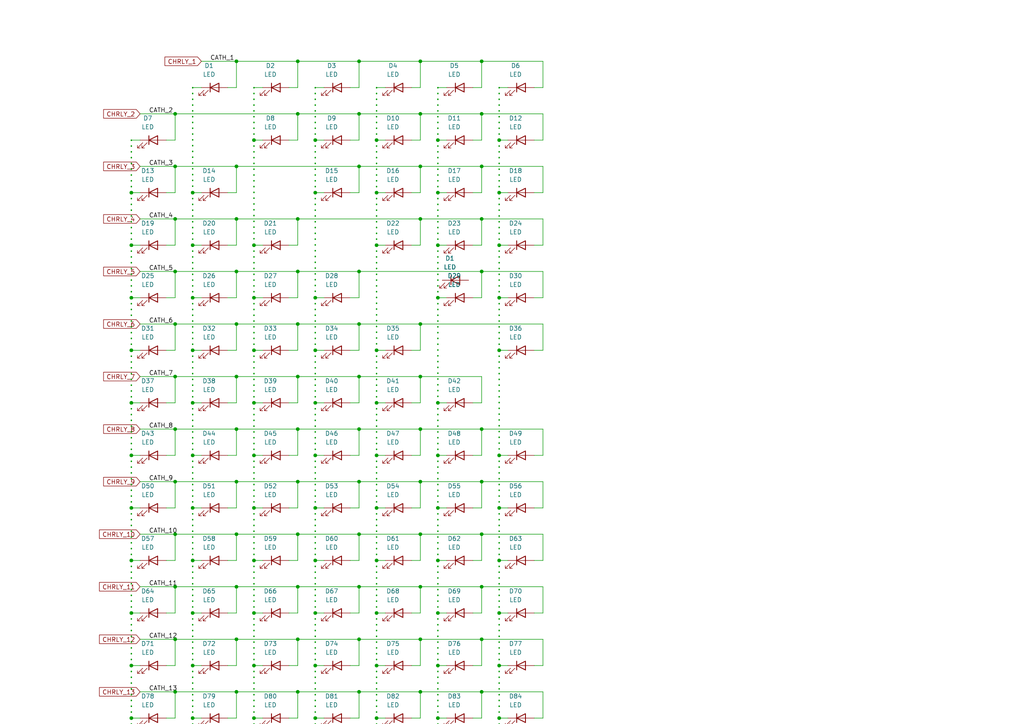
<source format=kicad_sch>
(kicad_sch (version 20250114) (generator "eeschema") (generator_version "9.0")
  (paper "A4")
  (junction (at 55.88 787.4))
  (junction (at 50.8 673.1))
  (junction (at 86.36 93.98))
  (junction (at 73.66 147.32))
  (junction (at 86.36 353.06))
  (junction (at 121.92 840.74))
  (junction (at 104.14 276.86))
  (junction (at 144.78 756.92))
  (junction (at 104.14 840.74))
  (junction (at 121.92 551.18))
  (junction (at 55.88 726.44))
  (junction (at 144.78 665.48))
  (junction (at 91.44 238.76))
  (junction (at 109.22 284.48))
  (junction (at 109.22 406.4))
  (junction (at 104.14 154.94))
  (junction (at 68.58 398.78))
  (junction (at 68.58 551.18))
  (junction (at 68.58 459.74))
  (junction (at 68.58 840.74))
  (junction (at 38.1 360.68))
  (junction (at 127 40.64))
  (junction (at 38.1 543.56))
  (junction (at 86.36 444.5))
  (junction (at 104.14 718.82))
  (junction (at 86.36 474.98))
  (junction (at 91.44 55.88))
  (junction (at 139.7 261.62))
  (junction (at 38.1 467.36))
  (junction (at 109.22 314.96))
  (junction (at 139.7 17.78))
  (junction (at 144.78 71.12))
  (junction (at 73.66 421.64))
  (junction (at 139.7 718.82))
  (junction (at 50.8 200.66))
  (junction (at 86.36 429.26))
  (junction (at 104.14 627.38))
  (junction (at 38.1 101.6))
  (junction (at 121.92 276.86))
  (junction (at 50.8 566.42))
  (junction (at 86.36 139.7))
  (junction (at 104.14 170.18))
  (junction (at 139.7 398.78))
  (junction (at 127 193.04))
  (junction (at 73.66 360.68))
  (junction (at 55.88 254))
  (junction (at 50.8 459.74))
  (junction (at 104.14 825.5))
  (junction (at 139.7 505.46))
  (junction (at 127 269.24))
  (junction (at 144.78 162.56))
  (junction (at 55.88 513.08))
  (junction (at 91.44 452.12))
  (junction (at 55.88 147.32))
  (junction (at 127 71.12))
  (junction (at 91.44 314.96))
  (junction (at 139.7 231.14))
  (junction (at 50.8 627.38))
  (junction (at 55.88 878.84))
  (junction (at 104.14 688.34))
  (junction (at 144.78 193.04))
  (junction (at 121.92 124.46))
  (junction (at 55.88 269.24))
  (junction (at 55.88 772.16))
  (junction (at 86.36 703.58))
  (junction (at 127 375.92))
  (junction (at 55.88 391.16))
  (junction (at 121.92 795.02))
  (junction (at 144.78 604.52))
  (junction (at 73.66 467.36))
  (junction (at 127 589.28))
  (junction (at 55.88 193.04))
  (junction (at 55.88 436.88))
  (junction (at 50.8 231.14))
  (junction (at 121.92 231.14))
  (junction (at 109.22 528.32))
  (junction (at 55.88 695.96))
  (junction (at 73.66 787.4))
  (junction (at 73.66 452.12))
  (junction (at 50.8 63.5))
  (junction (at 121.92 398.78))
  (junction (at 109.22 513.08))
  (junction (at 73.66 726.44))
  (junction (at 109.22 452.12))
  (junction (at 73.66 604.52))
  (junction (at 55.88 375.92))
  (junction (at 38.1 330.2))
  (junction (at 91.44 101.6))
  (junction (at 139.7 810.26))
  (junction (at 91.44 604.52))
  (junction (at 86.36 749.3))
  (junction (at 121.92 490.22))
  (junction (at 68.58 779.78))
  (junction (at 86.36 855.98))
  (junction (at 139.7 612.14))
  (junction (at 73.66 162.56))
  (junction (at 91.44 375.92))
  (junction (at 86.36 642.62))
  (junction (at 68.58 871.22))
  (junction (at 73.66 193.04))
  (junction (at 68.58 581.66))
  (junction (at 109.22 330.2))
  (junction (at 139.7 855.98))
  (junction (at 109.22 741.68))
  (junction (at 68.58 810.26))
  (junction (at 121.92 185.42))
  (junction (at 86.36 840.74))
  (junction (at 38.1 726.44))
  (junction (at 91.44 177.8))
  (junction (at 86.36 505.46))
  (junction (at 121.92 474.98))
  (junction (at 139.7 688.34))
  (junction (at 144.78 314.96))
  (junction (at 104.14 551.18))
  (junction (at 38.1 177.8))
  (junction (at 127 330.2))
  (junction (at 38.1 513.08))
  (junction (at 86.36 490.22))
  (junction (at 55.88 650.24))
  (junction (at 104.14 292.1))
  (junction (at 109.22 436.88))
  (junction (at 38.1 650.24))
  (junction (at 104.14 429.26))
  (junction (at 50.8 398.78))
  (junction (at 139.7 535.94))
  (junction (at 38.1 802.64))
  (junction (at 68.58 63.5))
  (junction (at 55.88 741.68))
  (junction (at 139.7 657.86))
  (junction (at 91.44 741.68))
  (junction (at 139.7 444.5))
  (junction (at 144.78 208.28))
  (junction (at 127 55.88))
  (junction (at 121.92 33.02))
  (junction (at 104.14 749.3))
  (junction (at 109.22 650.24))
  (junction (at 109.22 193.04))
  (junction (at 86.36 276.86))
  (junction (at 91.44 421.64))
  (junction (at 104.14 322.58))
  (junction (at 109.22 863.6))
  (junction (at 109.22 299.72))
  (junction (at 121.92 642.62))
  (junction (at 68.58 292.1))
  (junction (at 55.88 711.2))
  (junction (at 127 756.92))
  (junction (at 73.66 619.76))
  (junction (at 68.58 535.94))
  (junction (at 144.78 787.4))
  (junction (at 91.44 589.28))
  (junction (at 104.14 139.7))
  (junction (at 144.78 513.08))
  (junction (at 38.1 116.84))
  (junction (at 91.44 772.16))
  (junction (at 144.78 452.12))
  (junction (at 109.22 802.64))
  (junction (at 68.58 749.3))
  (junction (at 127 436.88))
  (junction (at 50.8 368.3))
  (junction (at 68.58 566.42))
  (junction (at 109.22 848.36))
  (junction (at 86.36 673.1))
  (junction (at 121.92 673.1))
  (junction (at 121.92 627.38))
  (junction (at 55.88 574.04))
  (junction (at 38.1 787.4))
  (junction (at 86.36 718.82))
  (junction (at 68.58 596.9))
  (junction (at 127 543.56))
  (junction (at 55.88 558.8))
  (junction (at 55.88 604.52))
  (junction (at 68.58 170.18))
  (junction (at 91.44 467.36))
  (junction (at 109.22 162.56))
  (junction (at 109.22 543.56))
  (junction (at 55.88 756.92))
  (junction (at 38.1 223.52))
  (junction (at 86.36 231.14))
  (junction (at 55.88 299.72))
  (junction (at 109.22 177.8))
  (junction (at 38.1 375.92))
  (junction (at 104.14 581.66))
  (junction (at 109.22 269.24))
  (junction (at 55.88 452.12))
  (junction (at 104.14 673.1))
  (junction (at 144.78 528.32))
  (junction (at 38.1 817.88))
  (junction (at 139.7 246.38))
  (junction (at 68.58 322.58))
  (junction (at 38.1 421.64))
  (junction (at 73.66 772.16))
  (junction (at 121.92 200.66))
  (junction (at 144.78 802.64))
  (junction (at 139.7 383.54))
  (junction (at 86.36 810.26))
  (junction (at 121.92 566.42))
  (junction (at 109.22 589.28))
  (junction (at 91.44 543.56))
  (junction (at 139.7 474.98))
  (junction (at 68.58 154.94))
  (junction (at 121.92 93.98))
  (junction (at 144.78 101.6))
  (junction (at 109.22 482.6))
  (junction (at 38.1 147.32))
  (junction (at 91.44 878.84))
  (junction (at 109.22 238.76))
  (junction (at 73.66 391.16))
  (junction (at 68.58 368.3))
  (junction (at 68.58 200.66))
  (junction (at 127 284.48))
  (junction (at 68.58 612.14))
  (junction (at 38.1 848.36))
  (junction (at 68.58 124.46))
  (junction (at 50.8 78.74))
  (junction (at 73.66 635))
  (junction (at 50.8 109.22))
  (junction (at 121.92 596.9))
  (junction (at 91.44 193.04))
  (junction (at 91.44 299.72))
  (junction (at 73.66 284.48))
  (junction (at 121.92 734.06))
  (junction (at 38.1 619.76))
  (junction (at 91.44 528.32))
  (junction (at 50.8 93.98))
  (junction (at 50.8 642.62))
  (junction (at 144.78 147.32))
  (junction (at 50.8 185.42))
  (junction (at 73.66 101.6))
  (junction (at 68.58 139.7))
  (junction (at 86.36 398.78))
  (junction (at 127 650.24))
  (junction (at 86.36 825.5))
  (junction (at 50.8 429.26))
  (junction (at 68.58 520.7))
  (junction (at 38.1 55.88))
  (junction (at 68.58 185.42))
  (junction (at 127 695.96))
  (junction (at 73.66 71.12))
  (junction (at 139.7 825.5))
  (junction (at 50.8 795.02))
  (junction (at 104.14 703.58))
  (junction (at 38.1 711.2))
  (junction (at 139.7 170.18))
  (junction (at 73.66 574.04))
  (junction (at 109.22 833.12))
  (junction (at 38.1 665.48))
  (junction (at 73.66 254))
  (junction (at 91.44 406.4))
  (junction (at 73.66 878.84))
  (junction (at 86.36 612.14))
  (junction (at 55.88 284.48))
  (junction (at 50.8 505.46))
  (junction (at 86.36 551.18))
  (junction (at 68.58 703.58))
  (junction (at 55.88 314.96))
  (junction (at 68.58 734.06))
  (junction (at 86.36 520.7))
  (junction (at 86.36 63.5))
  (junction (at 139.7 276.86))
  (junction (at 109.22 132.08))
  (junction (at 73.66 406.4))
  (junction (at 73.66 863.6))
  (junction (at 68.58 109.22))
  (junction (at 127 802.64))
  (junction (at 55.88 177.8))
  (junction (at 104.14 33.02))
  (junction (at 68.58 261.62))
  (junction (at 139.7 520.7))
  (junction (at 55.88 833.12))
  (junction (at 73.66 741.68))
  (junction (at 109.22 208.28))
  (junction (at 104.14 246.38))
  (junction (at 139.7 779.78))
  (junction (at 55.88 543.56))
  (junction (at 91.44 269.24))
  (junction (at 139.7 596.9))
  (junction (at 127 391.16))
  (junction (at 55.88 528.32))
  (junction (at 127 177.8))
  (junction (at 55.88 848.36))
  (junction (at 50.8 779.78))
  (junction (at 91.44 635))
  (junction (at 144.78 741.68))
  (junction (at 73.66 513.08))
  (junction (at 144.78 391.16))
  (junction (at 91.44 284.48))
  (junction (at 139.7 795.02))
  (junction (at 109.22 467.36))
  (junction (at 68.58 215.9))
  (junction (at 73.66 756.92))
  (junction (at 104.14 642.62))
  (junction (at 55.88 665.48))
  (junction (at 50.8 246.38))
  (junction (at 127 238.76))
  (junction (at 68.58 642.62))
  (junction (at 121.92 612.14))
  (junction (at 50.8 33.02))
  (junction (at 127 208.28))
  (junction (at 121.92 581.66))
  (junction (at 121.92 855.98))
  (junction (at 55.88 345.44))
  (junction (at 104.14 474.98))
  (junction (at 109.22 619.76))
  (junction (at 121.92 718.82))
  (junction (at 73.66 558.8))
  (junction (at 55.88 817.88))
  (junction (at 139.7 566.42))
  (junction (at 73.66 436.88))
  (junction (at 121.92 63.5))
  (junction (at 68.58 93.98))
  (junction (at 139.7 185.42))
  (junction (at 86.36 215.9))
  (junction (at 139.7 353.06))
  (junction (at 127 467.36))
  (junction (at 86.36 337.82))
  (junction (at 50.8 749.3))
  (junction (at 86.36 535.94))
  (junction (at 121.92 779.78))
  (junction (at 109.22 695.96))
  (junction (at 109.22 116.84))
  (junction (at 68.58 688.34))
  (junction (at 127 345.44))
  (junction (at 104.14 566.42))
  (junction (at 121.92 429.26))
  (junction (at 121.92 154.94))
  (junction (at 38.1 406.4))
  (junction (at 91.44 254))
  (junction (at 55.88 467.36))
  (junction (at 55.88 680.72))
  (junction (at 127 558.8))
  (junction (at 144.78 55.88))
  (junction (at 55.88 223.52))
  (junction (at 68.58 383.54))
  (junction (at 104.14 231.14))
  (junction (at 139.7 322.58))
  (junction (at 68.58 673.1))
  (junction (at 127 223.52))
  (junction (at 144.78 40.64))
  (junction (at 73.66 375.92))
  (junction (at 139.7 337.82))
  (junction (at 50.8 48.26))
  (junction (at 121.92 322.58))
  (junction (at 139.7 764.54))
  (junction (at 38.1 604.52))
  (junction (at 109.22 756.92))
  (junction (at 109.22 497.84))
  (junction (at 139.7 48.26))
  (junction (at 38.1 86.36))
  (junction (at 144.78 284.48))
  (junction (at 121.92 688.34))
  (junction (at 73.66 269.24))
  (junction (at 91.44 680.72))
  (junction (at 73.66 132.08))
  (junction (at 68.58 307.34))
  (junction (at 38.1 756.92))
  (junction (at 86.36 261.62))
  (junction (at 55.88 71.12))
  (junction (at 86.36 368.3))
  (junction (at 73.66 543.56))
  (junction (at 104.14 78.74))
  (junction (at 104.14 779.78))
  (junction (at 50.8 414.02))
  (junction (at 109.22 817.88))
  (junction (at 68.58 855.98))
  (junction (at 139.7 627.38))
  (junction (at 91.44 787.4))
  (junction (at 144.78 223.52))
  (junction (at 121.92 444.5))
  (junction (at 91.44 132.08))
  (junction (at 127 726.44))
  (junction (at 50.8 474.98))
  (junction (at 104.14 734.06))
  (junction (at 38.1 589.28))
  (junction (at 68.58 78.74))
  (junction (at 38.1 132.08))
  (junction (at 91.44 833.12))
  (junction (at 144.78 848.36))
  (junction (at 73.66 238.76))
  (junction (at 73.66 497.84))
  (junction (at 144.78 772.16))
  (junction (at 38.1 635))
  (junction (at 144.78 406.4))
  (junction (at 73.66 695.96))
  (junction (at 50.8 551.18))
  (junction (at 38.1 238.76))
  (junction (at 139.7 429.26))
  (junction (at 50.8 139.7))
  (junction (at 139.7 703.58))
  (junction (at 91.44 711.2))
  (junction (at 104.14 490.22))
  (junction (at 73.66 40.64))
  (junction (at 127 604.52))
  (junction (at 144.78 86.36))
  (junction (at 38.1 878.84))
  (junction (at 139.7 840.74))
  (junction (at 121.92 307.34))
  (junction (at 109.22 391.16))
  (junction (at 91.44 223.52))
  (junction (at 38.1 772.16))
  (junction (at 50.8 215.9))
  (junction (at 38.1 695.96))
  (junction (at 144.78 589.28))
  (junction (at 38.1 208.28))
  (junction (at 144.78 650.24))
  (junction (at 144.78 177.8))
  (junction (at 68.58 429.26))
  (junction (at 55.88 802.64))
  (junction (at 55.88 406.4))
  (junction (at 139.7 581.66))
  (junction (at 68.58 657.86))
  (junction (at 91.44 147.32))
  (junction (at 144.78 436.88))
  (junction (at 55.88 635))
  (junction (at 127 528.32))
  (junction (at 109.22 147.32))
  (junction (at 50.8 261.62))
  (junction (at 104.14 353.06))
  (junction (at 86.36 246.38))
  (junction (at 73.66 711.2))
  (junction (at 104.14 307.34))
  (junction (at 68.58 246.38))
  (junction (at 55.88 55.88))
  (junction (at 104.14 810.26))
  (junction (at 38.1 528.32))
  (junction (at 50.8 840.74))
  (junction (at 127 314.96))
  (junction (at 91.44 695.96))
  (junction (at 104.14 261.62))
  (junction (at 127 574.04))
  (junction (at 104.14 505.46))
  (junction (at 144.78 635))
  (junction (at 86.36 170.18))
  (junction (at 73.66 116.84))
  (junction (at 144.78 238.76))
  (junction (at 121.92 48.26))
  (junction (at 127 452.12))
  (junction (at 86.36 688.34))
  (junction (at 73.66 650.24))
  (junction (at 50.8 170.18))
  (junction (at 139.7 78.74))
  (junction (at 109.22 375.92))
  (junction (at 73.66 299.72))
  (junction (at 55.88 208.28))
  (junction (at 91.44 497.84))
  (junction (at 127 299.72))
  (junction (at 91.44 756.92))
  (junction (at 144.78 878.84))
  (junction (at 91.44 208.28))
  (junction (at 104.14 200.66))
  (junction (at 86.36 322.58))
  (junction (at 50.8 596.9))
  (junction (at 104.14 124.46))
  (junction (at 104.14 612.14))
  (junction (at 121.92 810.26))
  (junction (at 121.92 139.7))
  (junction (at 127 254))
  (junction (at 127 680.72))
  (junction (at 139.7 871.22))
  (junction (at 144.78 497.84))
  (junction (at 86.36 154.94))
  (junction (at 104.14 368.3))
  (junction (at 144.78 726.44))
  (junction (at 38.1 314.96))
  (junction (at 127 772.16))
  (junction (at 121.92 535.94))
  (junction (at 109.22 360.68))
  (junction (at 121.92 261.62))
  (junction (at 104.14 215.9))
  (junction (at 127 619.76))
  (junction (at 55.88 330.2))
  (junction (at 50.8 490.22))
  (junction (at 109.22 574.04))
  (junction (at 91.44 482.6))
  (junction (at 73.66 482.6))
  (junction (at 55.88 863.6))
  (junction (at 144.78 254))
  (junction (at 91.44 665.48))
  (junction (at 139.7 215.9))
  (junction (at 73.66 86.36))
  (junction (at 38.1 254))
  (junction (at 121.92 109.22))
  (junction (at 144.78 360.68))
  (junction (at 86.36 459.74))
  (junction (at 55.88 360.68))
  (junction (at 50.8 657.86))
  (junction (at 127 787.4))
  (junction (at 109.22 772.16))
  (junction (at 139.7 734.06))
  (junction (at 73.66 802.64))
  (junction (at 55.88 162.56))
  (junction (at 144.78 345.44))
  (junction (at 109.22 604.52))
  (junction (at 144.78 543.56))
  (junction (at 91.44 726.44))
  (junction (at 86.36 414.02))
  (junction (at 121.92 505.46))
  (junction (at 91.44 817.88))
  (junction (at 38.1 833.12))
  (junction (at 50.8 322.58))
  (junction (at 86.36 292.1))
  (junction (at 109.22 254))
  (junction (at 68.58 414.02))
  (junction (at 109.22 711.2))
  (junction (at 104.14 520.7))
  (junction (at 38.1 299.72))
  (junction (at 86.36 581.66))
  (junction (at 109.22 878.84))
  (junction (at 104.14 414.02))
  (junction (at 73.66 208.28))
  (junction (at 91.44 619.76))
  (junction (at 38.1 71.12))
  (junction (at 139.7 307.34))
  (junction (at 104.14 444.5))
  (junction (at 91.44 863.6))
  (junction (at 86.36 764.54))
  (junction (at 50.8 124.46))
  (junction (at 50.8 444.5))
  (junction (at 144.78 269.24))
  (junction (at 144.78 375.92))
  (junction (at 73.66 345.44))
  (junction (at 121.92 383.54))
  (junction (at 127 817.88))
  (junction (at 139.7 292.1))
  (junction (at 91.44 650.24))
  (junction (at 50.8 154.94))
  (junction (at 121.92 414.02))
  (junction (at 50.8 871.22))
  (junction (at 73.66 817.88))
  (junction (at 127 513.08))
  (junction (at 121.92 749.3))
  (junction (at 73.66 665.48))
  (junction (at 121.92 353.06))
  (junction (at 144.78 330.2))
  (junction (at 144.78 421.64))
  (junction (at 86.36 307.34))
  (junction (at 68.58 490.22))
  (junction (at 86.36 185.42))
  (junction (at 68.58 444.5))
  (junction (at 139.7 459.74))
  (junction (at 121.92 246.38))
  (junction (at 38.1 574.04))
  (junction (at 86.36 78.74))
  (junction (at 55.88 421.64))
  (junction (at 139.7 642.62))
  (junction (at 38.1 497.84))
  (junction (at 38.1 284.48))
  (junction (at 109.22 223.52))
  (junction (at 50.8 810.26))
  (junction (at 91.44 513.08))
  (junction (at 144.78 482.6))
  (junction (at 127 86.36))
  (junction (at 86.36 795.02))
  (junction (at 144.78 680.72))
  (junction (at 121.92 871.22))
  (junction (at 50.8 276.86))
  (junction (at 86.36 124.46))
  (junction (at 73.66 177.8))
  (junction (at 144.78 467.36))
  (junction (at 91.44 40.64))
  (junction (at 38.1 193.04))
  (junction (at 127 406.4))
  (junction (at 104.14 459.74))
  (junction (at 127 878.84))
  (junction (at 91.44 330.2))
  (junction (at 68.58 795.02))
  (junction (at 139.7 551.18))
  (junction (at 50.8 353.06))
  (junction (at 104.14 109.22))
  (junction (at 91.44 436.88))
  (junction (at 109.22 421.64))
  (junction (at 68.58 17.78))
  (junction (at 91.44 86.36))
  (junction (at 91.44 391.16))
  (junction (at 50.8 292.1))
  (junction (at 121.92 170.18))
  (junction (at 109.22 680.72))
  (junction (at 73.66 223.52))
  (junction (at 50.8 855.98))
  (junction (at 121.92 215.9))
  (junction (at 73.66 833.12))
  (junction (at 55.88 132.08))
  (junction (at 104.14 337.82))
  (junction (at 86.36 200.66))
  (junction (at 38.1 558.8))
  (junction (at 109.22 726.44))
  (junction (at 86.36 734.06))
  (junction (at 144.78 132.08))
  (junction (at 38.1 680.72))
  (junction (at 121.92 703.58))
  (junction (at 73.66 330.2))
  (junction (at 109.22 55.88))
  (junction (at 139.7 673.1))
  (junction (at 68.58 627.38))
  (junction (at 127 482.6))
  (junction (at 86.36 17.78))
  (junction (at 144.78 817.88))
  (junction (at 127 665.48))
  (junction (at 104.14 871.22))
  (junction (at 144.78 574.04))
  (junction (at 139.7 63.5))
  (junction (at 127 635))
  (junction (at 139.7 749.3))
  (junction (at 104.14 764.54))
  (junction (at 91.44 162.56))
  (junction (at 50.8 581.66))
  (junction (at 50.8 383.54))
  (junction (at 127 360.68))
  (junction (at 86.36 109.22))
  (junction (at 50.8 612.14))
  (junction (at 86.36 383.54))
  (junction (at 91.44 574.04))
  (junction (at 139.7 124.46))
  (junction (at 55.88 482.6))
  (junction (at 68.58 231.14))
  (junction (at 68.58 505.46))
  (junction (at 55.88 619.76))
  (junction (at 68.58 474.98))
  (junction (at 104.14 383.54))
  (junction (at 139.7 200.66))
  (junction (at 86.36 657.86))
  (junction (at 68.58 764.54))
  (junction (at 73.66 528.32))
  (junction (at 55.88 238.76))
  (junction (at 73.66 680.72))
  (junction (at 68.58 825.5))
  (junction (at 38.1 436.88))
  (junction (at 144.78 299.72))
  (junction (at 68.58 276.86))
  (junction (at 104.14 596.9))
  (junction (at 121.92 459.74))
  (junction (at 86.36 566.42))
  (junction (at 127 421.64))
  (junction (at 50.8 688.34))
  (junction (at 139.7 139.7))
  (junction (at 104.14 93.98))
  (junction (at 55.88 497.84))
  (junction (at 50.8 535.94))
  (junction (at 91.44 558.8))
  (junction (at 144.78 558.8))
  (junction (at 127 132.08))
  (junction (at 104.14 17.78))
  (junction (at 38.1 452.12))
  (junction (at 139.7 368.3))
  (junction (at 104.14 535.94))
  (junction (at 109.22 558.8))
  (junction (at 91.44 116.84))
  (junction (at 121.92 657.86))
  (junction (at 144.78 863.6))
  (junction (at 109.22 101.6))
  (junction (at 109.22 787.4))
  (junction (at 55.88 101.6))
  (junction (at 50.8 734.06))
  (junction (at 50.8 825.5))
  (junction (at 104.14 398.78))
  (junction (at 91.44 345.44))
  (junction (at 86.36 871.22))
  (junction (at 127 116.84))
  (junction (at 55.88 86.36))
  (junction (at 73.66 589.28))
  (junction (at 127 848.36))
  (junction (at 50.8 718.82))
  (junction (at 86.36 627.38))
  (junction (at 104.14 657.86))
  (junction (at 86.36 779.78))
  (junction (at 109.22 71.12))
  (junction (at 38.1 741.68))
  (junction (at 50.8 764.54))
  (junction (at 38.1 162.56))
  (junction (at 139.7 414.02))
  (junction (at 104.14 185.42))
  (junction (at 38.1 863.6))
  (junction (at 127 833.12))
  (junction (at 38.1 391.16))
  (junction (at 68.58 718.82))
  (junction (at 86.36 596.9))
  (junction (at 121.92 825.5))
  (junction (at 121.92 337.82))
  (junction (at 55.88 116.84))
  (junction (at 73.66 314.96))
  (junction (at 38.1 482.6))
  (junction (at 144.78 695.96))
  (junction (at 50.8 337.82))
  (junction (at 68.58 353.06))
  (junction (at 50.8 520.7))
  (junction (at 121.92 520.7))
  (junction (at 104.14 795.02))
  (junction (at 127 497.84))
  (junction (at 127 147.32))
  (junction (at 121.92 368.3))
  (junction (at 50.8 703.58))
  (junction (at 38.1 269.24))
  (junction (at 144.78 711.2))
  (junction (at 139.7 490.22))
  (junction (at 109.22 345.44))
  (junction (at 127 162.56))
  (junction (at 127 863.6))
  (junction (at 139.7 33.02))
  (junction (at 121.92 17.78))
  (junction (at 121.92 292.1))
  (junction (at 109.22 40.64))
  (junction (at 109.22 665.48))
  (junction (at 139.7 154.94))
  (junction (at 104.14 48.26))
  (junction (at 127 711.2))
  (junction (at 144.78 833.12))
  (junction (at 38.1 345.44))
  (junction (at 91.44 848.36))
  (junction (at 68.58 48.26))
  (junction (at 73.66 848.36))
  (junction (at 109.22 635))
  (junction (at 91.44 360.68))
  (junction (at 104.14 855.98))
  (junction (at 121.92 764.54))
  (junction (at 144.78 619.76))
  (junction (at 50.8 307.34))
  (junction (at 86.36 33.02))
  (junction (at 68.58 337.82))
  (junction (at 55.88 589.28))
  (junction (at 127 741.68))
  (junction (at 91.44 802.64))
  (wire (pts (xy 157.48 574.04) (xy 157.48 566.42)))
  (wire (pts (xy 83.82 452.12) (xy 86.36 452.12)))
  (wire (pts (xy 109.22 147.32) (xy 109.22 162.56)) (stroke (width 0.4) (type dot)))
  (wire (pts (xy 104.14 86.36) (xy 104.14 78.74)))
  (wire (pts (xy 157.48 840.74) (xy 139.7 840.74)))
  (wire (pts (xy 76.2 330.2) (xy 73.66 330.2)))
  (wire (pts (xy 66.04 147.32) (xy 68.58 147.32)))
  (wire (pts (xy 55.88 878.84) (xy 55.88 889)) (stroke (width 0.4) (type dot)))
  (wire (pts (xy 86.36 467.36) (xy 86.36 459.74)))
  (wire (pts (xy 139.7 581.66) (xy 121.92 581.66)))
  (wire (pts (xy 119.38 40.64) (xy 121.92 40.64)))
  (wire (pts (xy 68.58 657.86) (xy 50.8 657.86)))
  (wire (pts (xy 157.48 551.18) (xy 139.7 551.18)))
  (wire (pts (xy 144.78 482.6) (xy 144.78 497.84)) (stroke (width 0.4) (type dot)))
  (wire (pts (xy 139.7 855.98) (xy 121.92 855.98)))
  (wire (pts (xy 55.88 314.96) (xy 55.88 330.2)) (stroke (width 0.4) (type dot)))
  (wire (pts (xy 86.36 231.14) (xy 68.58 231.14)))
  (wire (pts (xy 68.58 665.48) (xy 68.58 657.86)))
  (wire (pts (xy 50.8 543.56) (xy 50.8 535.94)))
  (wire (pts (xy 73.66 467.36) (xy 73.66 482.6)) (stroke (width 0.4) (type dot)))
  (wire (pts (xy 50.8 695.96) (xy 50.8 688.34)))
  (wire (pts (xy 91.44 848.36) (xy 91.44 863.6)) (stroke (width 0.4) (type dot)))
  (wire (pts (xy 58.42 528.32) (xy 55.88 528.32)))
  (wire (pts (xy 137.16 604.52) (xy 139.7 604.52)))
  (wire (pts (xy 58.42 177.8) (xy 55.88 177.8)))
  (wire (pts (xy 104.14 474.98) (xy 86.36 474.98)))
  (wire (pts (xy 109.22 391.16) (xy 109.22 406.4)) (stroke (width 0.4) (type dot)))
  (wire (pts (xy 55.88 513.08) (xy 55.88 528.32)) (stroke (width 0.4) (type dot)))
  (wire (pts (xy 139.7 238.76) (xy 139.7 231.14)))
  (wire (pts (xy 48.26 238.76) (xy 50.8 238.76)))
  (wire (pts (xy 68.58 817.88) (xy 68.58 810.26)))
  (wire (pts (xy 111.76 558.8) (xy 109.22 558.8)))
  (wire (pts (xy 137.16 284.48) (xy 139.7 284.48)))
  (wire (pts (xy 147.32 147.32) (xy 144.78 147.32)))
  (wire (pts (xy 76.2 756.92) (xy 73.66 756.92)))
  (wire (pts (xy 55.88 375.92) (xy 55.88 391.16)) (stroke (width 0.4) (type dot)))
  (wire (pts (xy 91.44 40.64) (xy 91.44 55.88)) (stroke (width 0.4) (type dot)))
  (wire (pts (xy 48.26 802.64) (xy 50.8 802.64)))
  (wire (pts (xy 144.78 147.32) (xy 144.78 162.56)) (stroke (width 0.4) (type dot)))
  (wire (pts (xy 111.76 695.96) (xy 109.22 695.96)))
  (wire (pts (xy 111.76 817.88) (xy 109.22 817.88)))
  (wire (pts (xy 144.78 330.2) (xy 144.78 345.44)) (stroke (width 0.4) (type dot)))
  (wire (pts (xy 104.14 406.4) (xy 104.14 398.78)))
  (wire (pts (xy 144.78 162.56) (xy 144.78 177.8)) (stroke (width 0.4) (type dot)))
  (wire (pts (xy 157.48 596.9) (xy 139.7 596.9)))
  (wire (pts (xy 48.26 726.44) (xy 50.8 726.44)))
  (wire (pts (xy 38.1 497.84) (xy 38.1 513.08)) (stroke (width 0.4) (type dot)))
  (wire (pts (xy 86.36 375.92) (xy 86.36 368.3)))
  (wire (pts (xy 104.14 185.42) (xy 86.36 185.42)))
  (wire (pts (xy 101.6 528.32) (xy 104.14 528.32)))
  (wire (pts (xy 119.38 878.84) (xy 121.92 878.84)))
  (wire (pts (xy 40.64 391.16) (xy 38.1 391.16)))
  (wire (pts (xy 50.8 764.54) (xy 40.64 764.54)))
  (wire (pts (xy 101.6 406.4) (xy 104.14 406.4)))
  (wire (pts (xy 58.42 726.44) (xy 55.88 726.44)))
  (wire (pts (xy 119.38 665.48) (xy 121.92 665.48)))
  (wire (pts (xy 129.54 147.32) (xy 127 147.32)))
  (wire (pts (xy 40.64 619.76) (xy 38.1 619.76)))
  (wire (pts (xy 68.58 848.36) (xy 68.58 840.74)))
  (wire (pts (xy 66.04 101.6) (xy 68.58 101.6)))
  (wire (pts (xy 68.58 353.06) (xy 50.8 353.06)))
  (wire (pts (xy 93.98 436.88) (xy 91.44 436.88)))
  (wire (pts (xy 147.32 635) (xy 144.78 635)))
  (wire (pts (xy 119.38 543.56) (xy 121.92 543.56)))
  (wire (pts (xy 68.58 398.78) (xy 50.8 398.78)))
  (wire (pts (xy 55.88 391.16) (xy 55.88 406.4)) (stroke (width 0.4) (type dot)))
  (wire (pts (xy 86.36 779.78) (xy 68.58 779.78)))
  (wire (pts (xy 86.36 802.64) (xy 86.36 795.02)))
  (wire (pts (xy 139.7 322.58) (xy 121.92 322.58)))
  (wire (pts (xy 129.54 680.72) (xy 127 680.72)))
  (wire (pts (xy 50.8 63.5) (xy 40.64 63.5)))
  (wire (pts (xy 68.58 170.18) (xy 50.8 170.18)))
  (wire (pts (xy 55.88 86.36) (xy 55.88 101.6)) (stroke (width 0.4) (type dot)))
  (wire (pts (xy 55.88 619.76) (xy 55.88 635)) (stroke (width 0.4) (type dot)))
  (wire (pts (xy 40.64 452.12) (xy 38.1 452.12)))
  (wire (pts (xy 101.6 863.6) (xy 104.14 863.6)))
  (wire (pts (xy 58.42 314.96) (xy 55.88 314.96)))
  (wire (pts (xy 93.98 726.44) (xy 91.44 726.44)))
  (wire (pts (xy 58.42 147.32) (xy 55.88 147.32)))
  (wire (pts (xy 157.48 406.4) (xy 157.48 398.78)))
  (wire (pts (xy 147.32 406.4) (xy 144.78 406.4)))
  (wire (pts (xy 101.6 391.16) (xy 104.14 391.16)))
  (wire (pts (xy 38.1 86.36) (xy 38.1 101.6)) (stroke (width 0.4) (type dot)))
  (wire (pts (xy 68.58 703.58) (xy 50.8 703.58)))
  (wire (pts (xy 139.7 276.86) (xy 121.92 276.86)))
  (wire (pts (xy 68.58 368.3) (xy 50.8 368.3)))
  (wire (pts (xy 93.98 40.64) (xy 91.44 40.64)))
  (wire (pts (xy 137.16 436.88) (xy 139.7 436.88)))
  (wire (pts (xy 66.04 162.56) (xy 68.58 162.56)))
  (wire (pts (xy 86.36 261.62) (xy 68.58 261.62)))
  (wire (pts (xy 73.66 421.64) (xy 73.66 436.88)) (stroke (width 0.4) (type dot)))
  (wire (pts (xy 147.32 482.6) (xy 144.78 482.6)))
  (wire (pts (xy 76.2 680.72) (xy 73.66 680.72)))
  (wire (pts (xy 58.42 132.08) (xy 55.88 132.08)))
  (wire (pts (xy 121.92 490.22) (xy 104.14 490.22)))
  (wire (pts (xy 157.48 855.98) (xy 139.7 855.98)))
  (wire (pts (xy 111.76 650.24) (xy 109.22 650.24)))
  (wire (pts (xy 111.76 543.56) (xy 109.22 543.56)))
  (wire (pts (xy 50.8 215.9) (xy 40.64 215.9)))
  (wire (pts (xy 144.78 193.04) (xy 144.78 208.28)) (stroke (width 0.4) (type dot)))
  (wire (pts (xy 157.48 878.84) (xy 157.48 871.22)))
  (wire (pts (xy 58.42 543.56) (xy 55.88 543.56)))
  (wire (pts (xy 101.6 116.84) (xy 104.14 116.84)))
  (wire (pts (xy 129.54 208.28) (xy 127 208.28)))
  (wire (pts (xy 144.78 848.36) (xy 144.78 863.6)) (stroke (width 0.4) (type dot)))
  (wire (pts (xy 76.2 482.6) (xy 73.66 482.6)))
  (wire (pts (xy 157.48 375.92) (xy 157.48 368.3)))
  (wire (pts (xy 147.32 802.64) (xy 144.78 802.64)))
  (wire (pts (xy 111.76 619.76) (xy 109.22 619.76)))
  (wire (pts (xy 139.7 25.4) (xy 139.7 17.78)))
  (wire (pts (xy 76.2 360.68) (xy 73.66 360.68)))
  (wire (pts (xy 127 558.8) (xy 127 574.04)) (stroke (width 0.4) (type dot)))
  (wire (pts (xy 121.92 604.52) (xy 121.92 596.9)))
  (wire (pts (xy 157.48 71.12) (xy 157.48 63.5)))
  (wire (pts (xy 104.14 749.3) (xy 86.36 749.3)))
  (wire (pts (xy 93.98 574.04) (xy 91.44 574.04)))
  (wire (pts (xy 157.48 444.5) (xy 139.7 444.5)))
  (wire (pts (xy 147.32 604.52) (xy 144.78 604.52)))
  (wire (pts (xy 86.36 307.34) (xy 68.58 307.34)))
  (wire (pts (xy 50.8 589.28) (xy 50.8 581.66)))
  (wire (pts (xy 38.1 330.2) (xy 38.1 345.44)) (stroke (width 0.4) (type dot)))
  (wire (pts (xy 86.36 193.04) (xy 86.36 185.42)))
  (wire (pts (xy 121.92 474.98) (xy 104.14 474.98)))
  (wire (pts (xy 68.58 436.88) (xy 68.58 429.26)))
  (wire (pts (xy 50.8 337.82) (xy 40.64 337.82)))
  (wire (pts (xy 144.78 25.4) (xy 144.78 40.64)) (stroke (width 0.4) (type dot)))
  (wire (pts (xy 93.98 741.68) (xy 91.44 741.68)))
  (wire (pts (xy 50.8 650.24) (xy 50.8 642.62)))
  (wire (pts (xy 139.7 520.7) (xy 121.92 520.7)))
  (wire (pts (xy 68.58 749.3) (xy 50.8 749.3)))
  (wire (pts (xy 50.8 871.22) (xy 40.64 871.22)))
  (wire (pts (xy 139.7 673.1) (xy 121.92 673.1)))
  (wire (pts (xy 121.92 170.18) (xy 104.14 170.18)))
  (wire (pts (xy 139.7 337.82) (xy 121.92 337.82)))
  (wire (pts (xy 127 71.12) (xy 127 86.36)) (stroke (width 0.4) (type dot)))
  (wire (pts (xy 68.58 513.08) (xy 68.58 505.46)))
  (wire (pts (xy 157.48 490.22) (xy 139.7 490.22)))
  (wire (pts (xy 101.6 254) (xy 104.14 254)))
  (wire (pts (xy 119.38 375.92) (xy 121.92 375.92)))
  (wire (pts (xy 93.98 223.52) (xy 91.44 223.52)))
  (wire (pts (xy 139.7 215.9) (xy 121.92 215.9)))
  (wire (pts (xy 139.7 17.78) (xy 121.92 17.78)))
  (wire (pts (xy 121.92 116.84) (xy 121.92 109.22)))
  (wire (pts (xy 139.7 284.48) (xy 139.7 276.86)))
  (wire (pts (xy 73.66 177.8) (xy 73.66 193.04)) (stroke (width 0.4) (type dot)))
  (wire (pts (xy 86.36 513.08) (xy 86.36 505.46)))
  (wire (pts (xy 129.54 543.56) (xy 127 543.56)))
  (wire (pts (xy 83.82 116.84) (xy 86.36 116.84)))
  (wire (pts (xy 50.8 635) (xy 50.8 627.38)))
  (wire (pts (xy 139.7 360.68) (xy 139.7 353.06)))
  (wire (pts (xy 104.14 612.14) (xy 86.36 612.14)))
  (wire (pts (xy 38.1 802.64) (xy 38.1 817.88)) (stroke (width 0.4) (type dot)))
  (wire (pts (xy 58.42 680.72) (xy 55.88 680.72)))
  (wire (pts (xy 73.66 86.36) (xy 73.66 101.6)) (stroke (width 0.4) (type dot)))
  (wire (pts (xy 121.92 779.78) (xy 104.14 779.78)))
  (wire (pts (xy 109.22 330.2) (xy 109.22 345.44)) (stroke (width 0.4) (type dot)))
  (wire (pts (xy 50.8 619.76) (xy 50.8 612.14)))
  (wire (pts (xy 104.14 299.72) (xy 104.14 292.1)))
  (wire (pts (xy 109.22 467.36) (xy 109.22 482.6)) (stroke (width 0.4) (type dot)))
  (wire (pts (xy 48.26 436.88) (xy 50.8 436.88)))
  (wire (pts (xy 157.48 467.36) (xy 157.48 459.74)))
  (wire (pts (xy 83.82 223.52) (xy 86.36 223.52)))
  (wire (pts (xy 38.1 467.36) (xy 38.1 482.6)) (stroke (width 0.4) (type dot)))
  (wire (pts (xy 38.1 817.88) (xy 38.1 833.12)) (stroke (width 0.4) (type dot)))
  (wire (pts (xy 157.48 741.68) (xy 157.48 734.06)))
  (wire (pts (xy 154.94 787.4) (xy 157.48 787.4)))
  (wire (pts (xy 119.38 391.16) (xy 121.92 391.16)))
  (wire (pts (xy 48.26 680.72) (xy 50.8 680.72)))
  (wire (pts (xy 55.88 695.96) (xy 55.88 711.2)) (stroke (width 0.4) (type dot)))
  (wire (pts (xy 50.8 444.5) (xy 40.64 444.5)))
  (wire (pts (xy 76.2 71.12) (xy 73.66 71.12)))
  (wire (pts (xy 40.64 665.48) (xy 38.1 665.48)))
  (wire (pts (xy 76.2 817.88) (xy 73.66 817.88)))
  (wire (pts (xy 104.14 33.02) (xy 86.36 33.02)))
  (wire (pts (xy 104.14 688.34) (xy 86.36 688.34)))
  (wire (pts (xy 104.14 551.18) (xy 86.36 551.18)))
  (wire (pts (xy 121.92 71.12) (xy 121.92 63.5)))
  (wire (pts (xy 91.44 238.76) (xy 91.44 254)) (stroke (width 0.4) (type dot)))
  (wire (pts (xy 55.88 299.72) (xy 55.88 314.96)) (stroke (width 0.4) (type dot)))
  (wire (pts (xy 73.66 756.92) (xy 73.66 772.16)) (stroke (width 0.4) (type dot)))
  (wire (pts (xy 104.14 231.14) (xy 86.36 231.14)))
  (wire (pts (xy 144.78 375.92) (xy 144.78 391.16)) (stroke (width 0.4) (type dot)))
  (wire (pts (xy 55.88 101.6) (xy 55.88 116.84)) (stroke (width 0.4) (type dot)))
  (wire (pts (xy 83.82 817.88) (xy 86.36 817.88)))
  (wire (pts (xy 48.26 787.4) (xy 50.8 787.4)))
  (wire (pts (xy 55.88 436.88) (xy 55.88 452.12)) (stroke (width 0.4) (type dot)))
  (wire (pts (xy 73.66 193.04) (xy 73.66 208.28)) (stroke (width 0.4) (type dot)))
  (wire (pts (xy 91.44 574.04) (xy 91.44 589.28)) (stroke (width 0.4) (type dot)))
  (wire (pts (xy 86.36 292.1) (xy 68.58 292.1)))
  (wire (pts (xy 58.42 635) (xy 55.88 635)))
  (wire (pts (xy 104.14 93.98) (xy 86.36 93.98)))
  (wire (pts (xy 121.92 878.84) (xy 121.92 871.22)))
  (wire (pts (xy 83.82 680.72) (xy 86.36 680.72)))
  (wire (pts (xy 119.38 254) (xy 121.92 254)))
  (wire (pts (xy 119.38 116.84) (xy 121.92 116.84)))
  (wire (pts (xy 139.7 429.26) (xy 121.92 429.26)))
  (wire (pts (xy 104.14 368.3) (xy 86.36 368.3)))
  (wire (pts (xy 119.38 817.88) (xy 121.92 817.88)))
  (wire (pts (xy 50.8 398.78) (xy 40.64 398.78)))
  (wire (pts (xy 144.78 208.28) (xy 144.78 223.52)) (stroke (width 0.4) (type dot)))
  (wire (pts (xy 104.14 170.18) (xy 86.36 170.18)))
  (wire (pts (xy 139.7 490.22) (xy 121.92 490.22)))
  (wire (pts (xy 86.36 330.2) (xy 86.36 322.58)))
  (wire (pts (xy 93.98 299.72) (xy 91.44 299.72)))
  (wire (pts (xy 154.94 132.08) (xy 157.48 132.08)))
  (wire (pts (xy 154.94 833.12) (xy 157.48 833.12)))
  (wire (pts (xy 68.58 299.72) (xy 68.58 292.1)))
  (wire (pts (xy 93.98 833.12) (xy 91.44 833.12)))
  (wire (pts (xy 157.48 215.9) (xy 139.7 215.9)))
  (wire (pts (xy 157.48 612.14) (xy 139.7 612.14)))
  (wire (pts (xy 48.26 284.48) (xy 50.8 284.48)))
  (wire (pts (xy 50.8 154.94) (xy 40.64 154.94)))
  (wire (pts (xy 129.54 360.68) (xy 127 360.68)))
  (wire (pts (xy 55.88 528.32) (xy 55.88 543.56)) (stroke (width 0.4) (type dot)))
  (wire (pts (xy 129.54 375.92) (xy 127 375.92)))
  (wire (pts (xy 144.78 223.52) (xy 144.78 238.76)) (stroke (width 0.4) (type dot)))
  (wire (pts (xy 147.32 40.64) (xy 144.78 40.64)))
  (wire (pts (xy 104.14 337.82) (xy 86.36 337.82)))
  (wire (pts (xy 58.42 772.16) (xy 55.88 772.16)))
  (wire (pts (xy 50.8 795.02) (xy 40.64 795.02)))
  (wire (pts (xy 38.1 299.72) (xy 38.1 314.96)) (stroke (width 0.4) (type dot)))
  (wire (pts (xy 76.2 314.96) (xy 73.66 314.96)))
  (wire (pts (xy 66.04 25.4) (xy 68.58 25.4)))
  (wire (pts (xy 68.58 490.22) (xy 50.8 490.22)))
  (wire (pts (xy 68.58 25.4) (xy 68.58 17.78)))
  (wire (pts (xy 50.8 566.42) (xy 40.64 566.42)))
  (wire (pts (xy 83.82 711.2) (xy 86.36 711.2)))
  (wire (pts (xy 144.78 833.12) (xy 144.78 848.36)) (stroke (width 0.4) (type dot)))
  (wire (pts (xy 139.7 474.98) (xy 121.92 474.98)))
  (wire (pts (xy 58.42 406.4) (xy 55.88 406.4)))
  (wire (pts (xy 83.82 314.96) (xy 86.36 314.96)))
  (wire (pts (xy 83.82 558.8) (xy 86.36 558.8)))
  (wire (pts (xy 147.32 223.52) (xy 144.78 223.52)))
  (wire (pts (xy 129.54 695.96) (xy 127 695.96)))
  (wire (pts (xy 66.04 802.64) (xy 68.58 802.64)))
  (wire (pts (xy 127 345.44) (xy 127 360.68)) (stroke (width 0.4) (type dot)))
  (wire (pts (xy 121.92 132.08) (xy 121.92 124.46)))
  (wire (pts (xy 139.7 177.8) (xy 139.7 170.18)))
  (wire (pts (xy 83.82 132.08) (xy 86.36 132.08)))
  (wire (pts (xy 139.7 833.12) (xy 139.7 825.5)))
  (wire (pts (xy 50.8 657.86) (xy 40.64 657.86)))
  (wire (pts (xy 121.92 459.74) (xy 104.14 459.74)))
  (wire (pts (xy 121.92 726.44) (xy 121.92 718.82)))
  (wire (pts (xy 73.66 848.36) (xy 73.66 863.6)) (stroke (width 0.4) (type dot)))
  (wire (pts (xy 68.58 261.62) (xy 50.8 261.62)))
  (wire (pts (xy 121.92 299.72) (xy 121.92 292.1)))
  (wire (pts (xy 86.36 223.52) (xy 86.36 215.9)))
  (wire (pts (xy 50.8 642.62) (xy 40.64 642.62)))
  (wire (pts (xy 38.1 177.8) (xy 38.1 193.04)) (stroke (width 0.4) (type dot)))
  (wire (pts (xy 154.94 406.4) (xy 157.48 406.4)))
  (wire (pts (xy 76.2 177.8) (xy 73.66 177.8)))
  (wire (pts (xy 109.22 772.16) (xy 109.22 787.4)) (stroke (width 0.4) (type dot)))
  (wire (pts (xy 157.48 162.56) (xy 157.48 154.94)))
  (wire (pts (xy 86.36 368.3) (xy 68.58 368.3)))
  (wire (pts (xy 104.14 459.74) (xy 86.36 459.74)))
  (wire (pts (xy 76.2 833.12) (xy 73.66 833.12)))
  (wire (pts (xy 50.8 147.32) (xy 50.8 139.7)))
  (wire (pts (xy 50.8 741.68) (xy 50.8 734.06)))
  (wire (pts (xy 139.7 48.26) (xy 121.92 48.26)))
  (wire (pts (xy 109.22 299.72) (xy 109.22 314.96)) (stroke (width 0.4) (type dot)))
  (wire (pts (xy 137.16 787.4) (xy 139.7 787.4)))
  (wire (pts (xy 157.48 718.82) (xy 139.7 718.82)))
  (wire (pts (xy 157.48 314.96) (xy 157.48 307.34)))
  (wire (pts (xy 109.22 817.88) (xy 109.22 833.12)) (stroke (width 0.4) (type dot)))
  (wire (pts (xy 68.58 474.98) (xy 50.8 474.98)))
  (wire (pts (xy 109.22 132.08) (xy 109.22 147.32)) (stroke (width 0.4) (type dot)))
  (wire (pts (xy 48.26 482.6) (xy 50.8 482.6)))
  (wire (pts (xy 109.22 619.76) (xy 109.22 635)) (stroke (width 0.4) (type dot)))
  (wire (pts (xy 83.82 162.56) (xy 86.36 162.56)))
  (wire (pts (xy 104.14 353.06) (xy 86.36 353.06)))
  (wire (pts (xy 119.38 177.8) (xy 121.92 177.8)))
  (wire (pts (xy 121.92 254) (xy 121.92 246.38)))
  (wire (pts (xy 144.78 467.36) (xy 144.78 482.6)) (stroke (width 0.4) (type dot)))
  (wire (pts (xy 137.16 223.52) (xy 139.7 223.52)))
  (wire (pts (xy 86.36 177.8) (xy 86.36 170.18)))
  (wire (pts (xy 86.36 695.96) (xy 86.36 688.34)))
  (wire (pts (xy 91.44 177.8) (xy 91.44 193.04)) (stroke (width 0.4) (type dot)))
  (wire (pts (xy 121.92 482.6) (xy 121.92 474.98)))
  (wire (pts (xy 127 284.48) (xy 127 299.72)) (stroke (width 0.4) (type dot)))
  (wire (pts (xy 86.36 650.24) (xy 86.36 642.62)))
  (wire (pts (xy 101.6 650.24) (xy 104.14 650.24)))
  (wire (pts (xy 86.36 490.22) (xy 68.58 490.22)))
  (wire (pts (xy 91.44 162.56) (xy 91.44 177.8)) (stroke (width 0.4) (type dot)))
  (wire (pts (xy 139.7 170.18) (xy 121.92 170.18)))
  (wire (pts (xy 121.92 414.02) (xy 104.14 414.02)))
  (wire (pts (xy 104.14 772.16) (xy 104.14 764.54)))
  (wire (pts (xy 147.32 101.6) (xy 144.78 101.6)))
  (wire (pts (xy 48.26 177.8) (xy 50.8 177.8)))
  (wire (pts (xy 68.58 254) (xy 68.58 246.38)))
  (wire (pts (xy 119.38 833.12) (xy 121.92 833.12)))
  (wire (pts (xy 111.76 772.16) (xy 109.22 772.16)))
  (wire (pts (xy 121.92 718.82) (xy 104.14 718.82)))
  (wire (pts (xy 104.14 787.4) (xy 104.14 779.78)))
  (wire (pts (xy 139.7 421.64) (xy 139.7 414.02)))
  (wire (pts (xy 104.14 421.64) (xy 104.14 414.02)))
  (wire (pts (xy 111.76 25.4) (xy 109.22 25.4)))
  (wire (pts (xy 50.8 322.58) (xy 40.64 322.58)))
  (wire (pts (xy 104.14 322.58) (xy 86.36 322.58)))
  (wire (pts (xy 55.88 330.2) (xy 55.88 345.44)) (stroke (width 0.4) (type dot)))
  (wire (pts (xy 86.36 132.08) (xy 86.36 124.46)))
  (wire (pts (xy 40.64 254) (xy 38.1 254)))
  (wire (pts (xy 154.94 848.36) (xy 157.48 848.36)))
  (wire (pts (xy 139.7 116.84) (xy 139.7 109.22)))
  (wire (pts (xy 55.88 497.84) (xy 55.88 513.08)) (stroke (width 0.4) (type dot)))
  (wire (pts (xy 121.92 551.18) (xy 104.14 551.18)))
  (wire (pts (xy 40.64 589.28) (xy 38.1 589.28)))
  (wire (pts (xy 127 528.32) (xy 127 543.56)) (stroke (width 0.4) (type dot)))
  (wire (pts (xy 68.58 642.62) (xy 50.8 642.62)))
  (wire (pts (xy 40.64 345.44) (xy 38.1 345.44)))
  (wire (pts (xy 154.94 756.92) (xy 157.48 756.92)))
  (wire (pts (xy 111.76 345.44) (xy 109.22 345.44)))
  (wire (pts (xy 58.42 833.12) (xy 55.88 833.12)))
  (wire (pts (xy 86.36 772.16) (xy 86.36 764.54)))
  (wire (pts (xy 86.36 154.94) (xy 68.58 154.94)))
  (wire (pts (xy 147.32 452.12) (xy 144.78 452.12)))
  (wire (pts (xy 83.82 86.36) (xy 86.36 86.36)))
  (wire (pts (xy 58.42 254) (xy 55.88 254)))
  (wire (pts (xy 119.38 360.68) (xy 121.92 360.68)))
  (wire (pts (xy 147.32 254) (xy 144.78 254)))
  (wire (pts (xy 137.16 848.36) (xy 139.7 848.36)))
  (wire (pts (xy 157.48 642.62) (xy 139.7 642.62)))
  (wire (pts (xy 83.82 695.96) (xy 86.36 695.96)))
  (wire (pts (xy 121.92 497.84) (xy 121.92 490.22)))
  (wire (pts (xy 101.6 543.56) (xy 104.14 543.56)))
  (wire (pts (xy 144.78 756.92) (xy 144.78 772.16)) (stroke (width 0.4) (type dot)))
  (wire (pts (xy 104.14 101.6) (xy 104.14 93.98)))
  (wire (pts (xy 111.76 223.52) (xy 109.22 223.52)))
  (wire (pts (xy 76.2 802.64) (xy 73.66 802.64)))
  (wire (pts (xy 68.58 48.26) (xy 50.8 48.26)))
  (wire (pts (xy 157.48 817.88) (xy 157.48 810.26)))
  (wire (pts (xy 154.94 680.72) (xy 157.48 680.72)))
  (wire (pts (xy 48.26 345.44) (xy 50.8 345.44)))
  (wire (pts (xy 91.44 497.84) (xy 91.44 513.08)) (stroke (width 0.4) (type dot)))
  (wire (pts (xy 157.48 25.4) (xy 157.48 17.78)))
  (wire (pts (xy 55.88 208.28) (xy 55.88 223.52)) (stroke (width 0.4) (type dot)))
  (wire (pts (xy 40.64 314.96) (xy 38.1 314.96)))
  (wire (pts (xy 91.44 284.48) (xy 91.44 299.72)) (stroke (width 0.4) (type dot)))
  (wire (pts (xy 154.94 802.64) (xy 157.48 802.64)))
  (wire (pts (xy 93.98 817.88) (xy 91.44 817.88)))
  (wire (pts (xy 40.64 284.48) (xy 38.1 284.48)))
  (wire (pts (xy 91.44 132.08) (xy 91.44 147.32)) (stroke (width 0.4) (type dot)))
  (wire (pts (xy 129.54 741.68) (xy 127 741.68)))
  (wire (pts (xy 121.92 383.54) (xy 104.14 383.54)))
  (wire (pts (xy 83.82 589.28) (xy 86.36 589.28)))
  (wire (pts (xy 86.36 581.66) (xy 68.58 581.66)))
  (wire (pts (xy 104.14 756.92) (xy 104.14 749.3)))
  (wire (pts (xy 50.8 703.58) (xy 40.64 703.58)))
  (wire (pts (xy 66.04 299.72) (xy 68.58 299.72)))
  (wire (pts (xy 38.1 284.48) (xy 38.1 299.72)) (stroke (width 0.4) (type dot)))
  (wire (pts (xy 66.04 497.84) (xy 68.58 497.84)))
  (wire (pts (xy 55.88 223.52) (xy 55.88 238.76)) (stroke (width 0.4) (type dot)))
  (wire (pts (xy 137.16 635) (xy 139.7 635)))
  (wire (pts (xy 55.88 71.12) (xy 55.88 86.36)) (stroke (width 0.4) (type dot)))
  (wire (pts (xy 139.7 734.06) (xy 121.92 734.06)))
  (wire (pts (xy 101.6 55.88) (xy 104.14 55.88)))
  (wire (pts (xy 76.2 299.72) (xy 73.66 299.72)))
  (wire (pts (xy 139.7 543.56) (xy 139.7 535.94)))
  (wire (pts (xy 104.14 254) (xy 104.14 246.38)))
  (wire (pts (xy 76.2 86.36) (xy 73.66 86.36)))
  (wire (pts (xy 104.14 817.88) (xy 104.14 810.26)))
  (wire (pts (xy 38.1 193.04) (xy 38.1 208.28)) (stroke (width 0.4) (type dot)))
  (wire (pts (xy 157.48 604.52) (xy 157.48 596.9)))
  (wire (pts (xy 66.04 71.12) (xy 68.58 71.12)))
  (wire (pts (xy 68.58 627.38) (xy 50.8 627.38)))
  (wire (pts (xy 121.92 574.04) (xy 121.92 566.42)))
  (wire (pts (xy 139.7 825.5) (xy 121.92 825.5)))
  (wire (pts (xy 48.26 863.6) (xy 50.8 863.6)))
  (wire (pts (xy 109.22 604.52) (xy 109.22 619.76)) (stroke (width 0.4) (type dot)))
  (wire (pts (xy 48.26 452.12) (xy 50.8 452.12)))
  (wire (pts (xy 86.36 566.42) (xy 68.58 566.42)))
  (wire (pts (xy 50.8 596.9) (xy 40.64 596.9)))
  (wire (pts (xy 157.48 200.66) (xy 139.7 200.66)))
  (wire (pts (xy 139.7 231.14) (xy 121.92 231.14)))
  (wire (pts (xy 68.58 452.12) (xy 68.58 444.5)))
  (wire (pts (xy 48.26 772.16) (xy 50.8 772.16)))
  (wire (pts (xy 154.94 421.64) (xy 157.48 421.64)))
  (wire (pts (xy 157.48 429.26) (xy 139.7 429.26)))
  (wire (pts (xy 119.38 482.6) (xy 121.92 482.6)))
  (wire (pts (xy 101.6 604.52) (xy 104.14 604.52)))
  (wire (pts (xy 109.22 833.12) (xy 109.22 848.36)) (stroke (width 0.4) (type dot)))
  (wire (pts (xy 73.66 878.84) (xy 73.66 889)) (stroke (width 0.4) (type dot)))
  (wire (pts (xy 86.36 871.22) (xy 68.58 871.22)))
  (wire (pts (xy 111.76 726.44) (xy 109.22 726.44)))
  (wire (pts (xy 139.7 787.4) (xy 139.7 779.78)))
  (wire (pts (xy 73.66 436.88) (xy 73.66 452.12)) (stroke (width 0.4) (type dot)))
  (wire (pts (xy 50.8 421.64) (xy 50.8 414.02)))
  (wire (pts (xy 86.36 185.42) (xy 68.58 185.42)))
  (wire (pts (xy 129.54 848.36) (xy 127 848.36)))
  (wire (pts (xy 121.92 673.1) (xy 104.14 673.1)))
  (wire (pts (xy 127 375.92) (xy 127 391.16)) (stroke (width 0.4) (type dot)))
  (wire (pts (xy 48.26 116.84) (xy 50.8 116.84)))
  (wire (pts (xy 121.92 543.56) (xy 121.92 535.94)))
  (wire (pts (xy 58.42 589.28) (xy 55.88 589.28)))
  (wire (pts (xy 48.26 574.04) (xy 50.8 574.04)))
  (wire (pts (xy 144.78 132.08) (xy 144.78 147.32)) (stroke (width 0.4) (type dot)))
  (wire (pts (xy 139.7 779.78) (xy 121.92 779.78)))
  (wire (pts (xy 139.7 261.62) (xy 121.92 261.62)))
  (wire (pts (xy 91.44 863.6) (xy 91.44 878.84)) (stroke (width 0.4) (type dot)))
  (wire (pts (xy 139.7 307.34) (xy 121.92 307.34)))
  (wire (pts (xy 73.66 695.96) (xy 73.66 711.2)) (stroke (width 0.4) (type dot)))
  (wire (pts (xy 104.14 726.44) (xy 104.14 718.82)))
  (wire (pts (xy 129.54 284.48) (xy 127 284.48)))
  (wire (pts (xy 40.64 421.64) (xy 38.1 421.64)))
  (wire (pts (xy 121.92 48.26) (xy 104.14 48.26)))
  (wire (pts (xy 83.82 436.88) (xy 86.36 436.88)))
  (wire (pts (xy 111.76 132.08) (xy 109.22 132.08)))
  (wire (pts (xy 40.64 680.72) (xy 38.1 680.72)))
  (wire (pts (xy 147.32 695.96) (xy 144.78 695.96)))
  (wire (pts (xy 137.16 55.88) (xy 139.7 55.88)))
  (wire (pts (xy 139.7 444.5) (xy 121.92 444.5)))
  (wire (pts (xy 121.92 231.14) (xy 104.14 231.14)))
  (wire (pts (xy 38.1 436.88) (xy 38.1 452.12)) (stroke (width 0.4) (type dot)))
  (wire (pts (xy 76.2 421.64) (xy 73.66 421.64)))
  (wire (pts (xy 86.36 345.44) (xy 86.36 337.82)))
  (wire (pts (xy 48.26 375.92) (xy 50.8 375.92)))
  (wire (pts (xy 147.32 817.88) (xy 144.78 817.88)))
  (wire (pts (xy 101.6 574.04) (xy 104.14 574.04)))
  (wire (pts (xy 48.26 543.56) (xy 50.8 543.56)))
  (wire (pts (xy 86.36 124.46) (xy 68.58 124.46)))
  (wire (pts (xy 121.92 764.54) (xy 104.14 764.54)))
  (wire (pts (xy 121.92 375.92) (xy 121.92 368.3)))
  (wire (pts (xy 58.42 619.76) (xy 55.88 619.76)))
  (wire (pts (xy 119.38 513.08) (xy 121.92 513.08)))
  (wire (pts (xy 147.32 787.4) (xy 144.78 787.4)))
  (wire (pts (xy 86.36 825.5) (xy 68.58 825.5)))
  (wire (pts (xy 86.36 406.4) (xy 86.36 398.78)))
  (wire (pts (xy 104.14 55.88) (xy 104.14 48.26)))
  (wire (pts (xy 66.04 391.16) (xy 68.58 391.16)))
  (wire (pts (xy 111.76 360.68) (xy 109.22 360.68)))
  (wire (pts (xy 121.92 855.98) (xy 104.14 855.98)))
  (wire (pts (xy 55.88 833.12) (xy 55.88 848.36)) (stroke (width 0.4) (type dot)))
  (wire (pts (xy 58.42 116.84) (xy 55.88 116.84)))
  (wire (pts (xy 121.92 337.82) (xy 104.14 337.82)))
  (wire (pts (xy 157.48 337.82) (xy 139.7 337.82)))
  (wire (pts (xy 73.66 513.08) (xy 73.66 528.32)) (stroke (width 0.4) (type dot)))
  (wire (pts (xy 147.32 375.92) (xy 144.78 375.92)))
  (wire (pts (xy 144.78 40.64) (xy 144.78 55.88)) (stroke (width 0.4) (type dot)))
  (wire (pts (xy 93.98 25.4) (xy 91.44 25.4)))
  (wire (pts (xy 144.78 787.4) (xy 144.78 802.64)) (stroke (width 0.4) (type dot)))
  (wire (pts (xy 86.36 414.02) (xy 68.58 414.02)))
  (wire (pts (xy 119.38 421.64) (xy 121.92 421.64)))
  (wire (pts (xy 104.14 132.08) (xy 104.14 124.46)))
  (wire (pts (xy 55.88 574.04) (xy 55.88 589.28)) (stroke (width 0.4) (type dot)))
  (wire (pts (xy 109.22 223.52) (xy 109.22 238.76)) (stroke (width 0.4) (type dot)))
  (wire (pts (xy 139.7 132.08) (xy 139.7 124.46)))
  (wire (pts (xy 157.48 513.08) (xy 157.48 505.46)))
  (wire (pts (xy 154.94 223.52) (xy 157.48 223.52)))
  (wire (pts (xy 121.92 200.66) (xy 104.14 200.66)))
  (wire (pts (xy 154.94 40.64) (xy 157.48 40.64)))
  (wire (pts (xy 111.76 635) (xy 109.22 635)))
  (wire (pts (xy 73.66 604.52) (xy 73.66 619.76)) (stroke (width 0.4) (type dot)))
  (wire (pts (xy 121.92 208.28) (xy 121.92 200.66)))
  (wire (pts (xy 68.58 779.78) (xy 50.8 779.78)))
  (wire (pts (xy 55.88 772.16) (xy 55.88 787.4)) (stroke (width 0.4) (type dot)))
  (wire (pts (xy 139.7 109.22) (xy 121.92 109.22)))
  (wire (pts (xy 93.98 345.44) (xy 91.44 345.44)))
  (wire (pts (xy 55.88 467.36) (xy 55.88 482.6)) (stroke (width 0.4) (type dot)))
  (wire (pts (xy 101.6 330.2) (xy 104.14 330.2)))
  (wire (pts (xy 76.2 863.6) (xy 73.66 863.6)))
  (wire (pts (xy 58.42 878.84) (xy 55.88 878.84)))
  (wire (pts (xy 76.2 391.16) (xy 73.66 391.16)))
  (wire (pts (xy 91.44 208.28) (xy 91.44 223.52)) (stroke (width 0.4) (type dot)))
  (wire (pts (xy 86.36 665.48) (xy 86.36 657.86)))
  (wire (pts (xy 109.22 558.8) (xy 109.22 574.04)) (stroke (width 0.4) (type dot)))
  (wire (pts (xy 109.22 116.84) (xy 109.22 132.08)) (stroke (width 0.4) (type dot)))
  (wire (pts (xy 127 756.92) (xy 127 772.16)) (stroke (width 0.4) (type dot)))
  (wire (pts (xy 73.66 802.64) (xy 73.66 817.88)) (stroke (width 0.4) (type dot)))
  (wire (pts (xy 111.76 116.84) (xy 109.22 116.84)))
  (wire (pts (xy 137.16 680.72) (xy 139.7 680.72)))
  (wire (pts (xy 139.7 40.64) (xy 139.7 33.02)))
  (wire (pts (xy 50.8 284.48) (xy 50.8 276.86)))
  (wire (pts (xy 119.38 650.24) (xy 121.92 650.24)))
  (wire (pts (xy 121.92 825.5) (xy 104.14 825.5)))
  (wire (pts (xy 73.66 25.4) (xy 73.66 40.64)) (stroke (width 0.4) (type dot)))
  (wire (pts (xy 83.82 619.76) (xy 86.36 619.76)))
  (wire (pts (xy 55.88 132.08) (xy 55.88 147.32)) (stroke (width 0.4) (type dot)))
  (wire (pts (xy 68.58 162.56) (xy 68.58 154.94)))
  (wire (pts (xy 48.26 330.2) (xy 50.8 330.2)))
  (wire (pts (xy 137.16 863.6) (xy 139.7 863.6)))
  (wire (pts (xy 91.44 772.16) (xy 91.44 787.4)) (stroke (width 0.4) (type dot)))
  (wire (pts (xy 104.14 48.26) (xy 68.58 48.26)))
  (wire (pts (xy 157.48 482.6) (xy 157.48 474.98)))
  (wire (pts (xy 68.58 284.48) (xy 68.58 276.86)))
  (wire (pts (xy 40.64 497.84) (xy 38.1 497.84)))
  (wire (pts (xy 109.22 71.12) (xy 109.22 101.6)) (stroke (width 0.4) (type dot)))
  (wire (pts (xy 157.48 474.98) (xy 139.7 474.98)))
  (wire (pts (xy 109.22 482.6) (xy 109.22 497.84)) (stroke (width 0.4) (type dot)))
  (wire (pts (xy 109.22 375.92) (xy 109.22 391.16)) (stroke (width 0.4) (type dot)))
  (wire (pts (xy 38.1 132.08) (xy 38.1 147.32)) (stroke (width 0.4) (type dot)))
  (wire (pts (xy 104.14 330.2) (xy 104.14 322.58)))
  (wire (pts (xy 91.44 86.36) (xy 91.44 101.6)) (stroke (width 0.4) (type dot)))
  (wire (pts (xy 157.48 78.74) (xy 139.7 78.74)))
  (wire (pts (xy 55.88 817.88) (xy 55.88 833.12)) (stroke (width 0.4) (type dot)))
  (wire (pts (xy 50.8 177.8) (xy 50.8 170.18)))
  (wire (pts (xy 101.6 162.56) (xy 104.14 162.56)))
  (wire (pts (xy 129.54 817.88) (xy 127 817.88)))
  (wire (pts (xy 48.26 71.12) (xy 50.8 71.12)))
  (wire (pts (xy 86.36 718.82) (xy 68.58 718.82)))
  (wire (pts (xy 154.94 772.16) (xy 157.48 772.16)))
  (wire (pts (xy 129.54 497.84) (xy 127 497.84)))
  (wire (pts (xy 91.44 269.24) (xy 91.44 284.48)) (stroke (width 0.4) (type dot)))
  (wire (pts (xy 91.44 665.48) (xy 91.44 680.72)) (stroke (width 0.4) (type dot)))
  (wire (pts (xy 104.14 193.04) (xy 104.14 185.42)))
  (wire (pts (xy 109.22 406.4) (xy 109.22 421.64)) (stroke (width 0.4) (type dot)))
  (wire (pts (xy 119.38 711.2) (xy 121.92 711.2)))
  (wire (pts (xy 55.88 193.04) (xy 55.88 208.28)) (stroke (width 0.4) (type dot)))
  (wire (pts (xy 139.7 840.74) (xy 121.92 840.74)))
  (wire (pts (xy 68.58 863.6) (xy 68.58 855.98)))
  (wire (pts (xy 66.04 314.96) (xy 68.58 314.96)))
  (wire (pts (xy 40.64 878.84) (xy 38.1 878.84)))
  (wire (pts (xy 139.7 688.34) (xy 121.92 688.34)))
  (wire (pts (xy 93.98 101.6) (xy 91.44 101.6)))
  (wire (pts (xy 55.88 711.2) (xy 55.88 726.44)) (stroke (width 0.4) (type dot)))
  (wire (pts (xy 68.58 154.94) (xy 50.8 154.94)))
  (wire (pts (xy 68.58 528.32) (xy 68.58 520.7)))
  (wire (pts (xy 137.16 254) (xy 139.7 254)))
  (wire (pts (xy 127 421.64) (xy 127 436.88)) (stroke (width 0.4) (type dot)))
  (wire (pts (xy 121.92 223.52) (xy 121.92 215.9)))
  (wire (pts (xy 50.8 520.7) (xy 40.64 520.7)))
  (wire (pts (xy 50.8 825.5) (xy 40.64 825.5)))
  (wire (pts (xy 93.98 513.08) (xy 91.44 513.08)))
  (wire (pts (xy 111.76 513.08) (xy 109.22 513.08)))
  (wire (pts (xy 157.48 810.26) (xy 139.7 810.26)))
  (wire (pts (xy 58.42 71.12) (xy 55.88 71.12)))
  (wire (pts (xy 139.7 635) (xy 139.7 627.38)))
  (wire (pts (xy 86.36 452.12) (xy 86.36 444.5)))
  (wire (pts (xy 73.66 635) (xy 73.66 650.24)) (stroke (width 0.4) (type dot)))
  (wire (pts (xy 144.78 391.16) (xy 144.78 406.4)) (stroke (width 0.4) (type dot)))
  (wire (pts (xy 55.88 848.36) (xy 55.88 863.6)) (stroke (width 0.4) (type dot)))
  (wire (pts (xy 104.14 490.22) (xy 86.36 490.22)))
  (wire (pts (xy 157.48 863.6) (xy 157.48 855.98)))
  (wire (pts (xy 139.7 642.62) (xy 121.92 642.62)))
  (wire (pts (xy 93.98 482.6) (xy 91.44 482.6)))
  (wire (pts (xy 121.92 535.94) (xy 104.14 535.94)))
  (wire (pts (xy 58.42 345.44) (xy 55.88 345.44)))
  (wire (pts (xy 83.82 726.44) (xy 86.36 726.44)))
  (wire (pts (xy 68.58 711.2) (xy 68.58 703.58)))
  (wire (pts (xy 111.76 863.6) (xy 109.22 863.6)))
  (wire (pts (xy 55.88 284.48) (xy 55.88 299.72)) (stroke (width 0.4) (type dot)))
  (wire (pts (xy 109.22 802.64) (xy 109.22 817.88)) (stroke (width 0.4) (type dot)))
  (wire (pts (xy 50.8 170.18) (xy 40.64 170.18)))
  (wire (pts (xy 121.92 238.76) (xy 121.92 231.14)))
  (wire (pts (xy 109.22 238.76) (xy 109.22 254)) (stroke (width 0.4) (type dot)))
  (wire (pts (xy 101.6 208.28) (xy 104.14 208.28)))
  (wire (pts (xy 83.82 345.44) (xy 86.36 345.44)))
  (wire (pts (xy 68.58 17.78) (xy 58.42 17.78)))
  (wire (pts (xy 38.1 848.36) (xy 38.1 863.6)) (stroke (width 0.4) (type dot)))
  (wire (pts (xy 68.58 124.46) (xy 50.8 124.46)))
  (wire (pts (xy 76.2 193.04) (xy 73.66 193.04)))
  (wire (pts (xy 83.82 375.92) (xy 86.36 375.92)))
  (wire (pts (xy 139.7 368.3) (xy 121.92 368.3)))
  (wire (pts (xy 157.48 848.36) (xy 157.48 840.74)))
  (wire (pts (xy 91.44 528.32) (xy 91.44 543.56)) (stroke (width 0.4) (type dot)))
  (wire (pts (xy 91.44 680.72) (xy 91.44 695.96)) (stroke (width 0.4) (type dot)))
  (wire (pts (xy 121.92 817.88) (xy 121.92 810.26)))
  (wire (pts (xy 127 711.2) (xy 127 726.44)) (stroke (width 0.4) (type dot)))
  (wire (pts (xy 129.54 162.56) (xy 127 162.56)))
  (wire (pts (xy 121.92 810.26) (xy 104.14 810.26)))
  (wire (pts (xy 66.04 817.88) (xy 68.58 817.88)))
  (wire (pts (xy 119.38 436.88) (xy 121.92 436.88)))
  (wire (pts (xy 137.16 878.84) (xy 139.7 878.84)))
  (wire (pts (xy 111.76 528.32) (xy 109.22 528.32)))
  (wire (pts (xy 104.14 802.64) (xy 104.14 795.02)))
  (wire (pts (xy 93.98 269.24) (xy 91.44 269.24)))
  (wire (pts (xy 73.66 452.12) (xy 73.66 467.36)) (stroke (width 0.4) (type dot)))
  (wire (pts (xy 66.04 543.56) (xy 68.58 543.56)))
  (wire (pts (xy 109.22 574.04) (xy 109.22 589.28)) (stroke (width 0.4) (type dot)))
  (wire (pts (xy 139.7 528.32) (xy 139.7 520.7)))
  (wire (pts (xy 121.92 795.02) (xy 104.14 795.02)))
  (wire (pts (xy 129.54 878.84) (xy 127 878.84)))
  (wire (pts (xy 73.66 406.4) (xy 73.66 421.64)) (stroke (width 0.4) (type dot)))
  (wire (pts (xy 40.64 635) (xy 38.1 635)))
  (wire (pts (xy 121.92 421.64) (xy 121.92 414.02)))
  (wire (pts (xy 119.38 802.64) (xy 121.92 802.64)))
  (wire (pts (xy 83.82 299.72) (xy 86.36 299.72)))
  (wire (pts (xy 111.76 375.92) (xy 109.22 375.92)))
  (wire (pts (xy 121.92 398.78) (xy 104.14 398.78)))
  (wire (pts (xy 139.7 703.58) (xy 121.92 703.58)))
  (wire (pts (xy 50.8 558.8) (xy 50.8 551.18)))
  (wire (pts (xy 40.64 848.36) (xy 38.1 848.36)))
  (wire (pts (xy 104.14 276.86) (xy 86.36 276.86)))
  (wire (pts (xy 154.94 452.12) (xy 157.48 452.12)))
  (wire (pts (xy 109.22 863.6) (xy 109.22 878.84)) (stroke (width 0.4) (type dot)))
  (wire (pts (xy 68.58 581.66) (xy 50.8 581.66)))
  (wire (pts (xy 50.8 116.84) (xy 50.8 109.22)))
  (wire (pts (xy 127 330.2) (xy 127 345.44)) (stroke (width 0.4) (type dot)))
  (wire (pts (xy 50.8 193.04) (xy 50.8 185.42)))
  (wire (pts (xy 104.14 215.9) (xy 86.36 215.9)))
  (wire (pts (xy 147.32 558.8) (xy 144.78 558.8)))
  (wire (pts (xy 73.66 787.4) (xy 73.66 802.64)) (stroke (width 0.4) (type dot)))
  (wire (pts (xy 139.7 330.2) (xy 139.7 322.58)))
  (wire (pts (xy 121.92 345.44) (xy 121.92 337.82)))
  (wire (pts (xy 93.98 162.56) (xy 91.44 162.56)))
  (wire (pts (xy 66.04 787.4) (xy 68.58 787.4)))
  (wire (pts (xy 137.16 71.12) (xy 139.7 71.12)))
  (wire (pts (xy 129.54 467.36) (xy 127 467.36)))
  (wire (pts (xy 121.92 17.78) (xy 104.14 17.78)))
  (wire (pts (xy 137.16 665.48) (xy 139.7 665.48)))
  (wire (pts (xy 109.22 452.12) (xy 109.22 467.36)) (stroke (width 0.4) (type dot)))
  (wire (pts (xy 109.22 360.68) (xy 109.22 375.92)) (stroke (width 0.4) (type dot)))
  (wire (pts (xy 50.8 200.66) (xy 40.64 200.66)))
  (wire (pts (xy 48.26 741.68) (xy 50.8 741.68)))
  (wire (pts (xy 129.54 452.12) (xy 127 452.12)))
  (wire (pts (xy 121.92 520.7) (xy 104.14 520.7)))
  (wire (pts (xy 121.92 513.08) (xy 121.92 505.46)))
  (wire (pts (xy 157.48 208.28) (xy 157.48 200.66)))
  (wire (pts (xy 129.54 299.72) (xy 127 299.72)))
  (wire (pts (xy 127 269.24) (xy 127 284.48)) (stroke (width 0.4) (type dot)))
  (wire (pts (xy 119.38 299.72) (xy 121.92 299.72)))
  (wire (pts (xy 86.36 558.8) (xy 86.36 551.18)))
  (wire (pts (xy 55.88 55.88) (xy 55.88 71.12)) (stroke (width 0.4) (type dot)))
  (wire (pts (xy 139.7 657.86) (xy 121.92 657.86)))
  (wire (pts (xy 48.26 132.08) (xy 50.8 132.08)))
  (wire (pts (xy 48.26 193.04) (xy 50.8 193.04)))
  (wire (pts (xy 109.22 543.56) (xy 109.22 558.8)) (stroke (width 0.4) (type dot)))
  (wire (pts (xy 157.48 589.28) (xy 157.48 581.66)))
  (wire (pts (xy 154.94 497.84) (xy 157.48 497.84)))
  (wire (pts (xy 139.7 871.22) (xy 121.92 871.22)))
  (wire (pts (xy 68.58 718.82) (xy 50.8 718.82)))
  (wire (pts (xy 86.36 71.12) (xy 86.36 63.5)))
  (wire (pts (xy 157.48 497.84) (xy 157.48 490.22)))
  (wire (pts (xy 50.8 787.4) (xy 50.8 779.78)))
  (wire (pts (xy 93.98 147.32) (xy 91.44 147.32)))
  (wire (pts (xy 40.64 772.16) (xy 38.1 772.16)))
  (wire (pts (xy 127 132.08) (xy 127 147.32)) (stroke (width 0.4) (type dot)))
  (wire (pts (xy 68.58 360.68) (xy 68.58 353.06)))
  (wire (pts (xy 86.36 391.16) (xy 86.36 383.54)))
  (wire (pts (xy 40.64 436.88) (xy 38.1 436.88)))
  (wire (pts (xy 144.78 55.88) (xy 144.78 71.12)) (stroke (width 0.4) (type dot)))
  (wire (pts (xy 129.54 665.48) (xy 127 665.48)))
  (wire (pts (xy 109.22 741.68) (xy 109.22 756.92)) (stroke (width 0.4) (type dot)))
  (wire (pts (xy 157.48 421.64) (xy 157.48 414.02)))
  (wire (pts (xy 55.88 116.84) (xy 55.88 132.08)) (stroke (width 0.4) (type dot)))
  (wire (pts (xy 66.04 726.44) (xy 68.58 726.44)))
  (wire (pts (xy 93.98 406.4) (xy 91.44 406.4)))
  (wire (pts (xy 91.44 833.12) (xy 91.44 848.36)) (stroke (width 0.4) (type dot)))
  (wire (pts (xy 119.38 787.4) (xy 121.92 787.4)))
  (wire (pts (xy 55.88 482.6) (xy 55.88 497.84)) (stroke (width 0.4) (type dot)))
  (wire (pts (xy 144.78 101.6) (xy 144.78 132.08)) (stroke (width 0.4) (type dot)))
  (wire (pts (xy 93.98 665.48) (xy 91.44 665.48)))
  (wire (pts (xy 68.58 421.64) (xy 68.58 414.02)))
  (wire (pts (xy 144.78 284.48) (xy 144.78 299.72)) (stroke (width 0.4) (type dot)))
  (wire (pts (xy 121.92 558.8) (xy 121.92 551.18)))
  (wire (pts (xy 129.54 558.8) (xy 127 558.8)))
  (wire (pts (xy 38.1 40.64) (xy 38.1 55.88)) (stroke (width 0.4) (type dot)))
  (wire (pts (xy 86.36 680.72) (xy 86.36 673.1)))
  (wire (pts (xy 104.14 482.6) (xy 104.14 474.98)))
  (wire (pts (xy 111.76 452.12) (xy 109.22 452.12)))
  (wire (pts (xy 38.1 269.24) (xy 38.1 284.48)) (stroke (width 0.4) (type dot)))
  (wire (pts (xy 40.64 147.32) (xy 38.1 147.32)))
  (wire (pts (xy 91.44 116.84) (xy 91.44 132.08)) (stroke (width 0.4) (type dot)))
  (wire (pts (xy 91.44 619.76) (xy 91.44 635)) (stroke (width 0.4) (type dot)))
  (wire (pts (xy 68.58 269.24) (xy 68.58 261.62)))
  (wire (pts (xy 154.94 360.68) (xy 157.48 360.68)))
  (wire (pts (xy 139.7 589.28) (xy 139.7 581.66)))
  (wire (pts (xy 38.1 665.48) (xy 38.1 680.72)) (stroke (width 0.4) (type dot)))
  (wire (pts (xy 157.48 520.7) (xy 139.7 520.7)))
  (wire (pts (xy 137.16 543.56) (xy 139.7 543.56)))
  (wire (pts (xy 139.7 718.82) (xy 121.92 718.82)))
  (wire (pts (xy 101.6 452.12) (xy 104.14 452.12)))
  (wire (pts (xy 154.94 314.96) (xy 157.48 314.96)))
  (wire (pts (xy 76.2 787.4) (xy 73.66 787.4)))
  (wire (pts (xy 68.58 71.12) (xy 68.58 63.5)))
  (wire (pts (xy 139.7 63.5) (xy 121.92 63.5)))
  (wire (pts (xy 91.44 391.16) (xy 91.44 406.4)) (stroke (width 0.4) (type dot)))
  (wire (pts (xy 86.36 817.88) (xy 86.36 810.26)))
  (wire (pts (xy 129.54 116.84) (xy 127 116.84)))
  (wire (pts (xy 55.88 238.76) (xy 55.88 254)) (stroke (width 0.4) (type dot)))
  (wire (pts (xy 147.32 543.56) (xy 144.78 543.56)))
  (wire (pts (xy 83.82 25.4) (xy 86.36 25.4)))
  (wire (pts (xy 86.36 322.58) (xy 68.58 322.58)))
  (wire (pts (xy 139.7 665.48) (xy 139.7 657.86)))
  (wire (pts (xy 109.22 208.28) (xy 109.22 223.52)) (stroke (width 0.4) (type dot)))
  (wire (pts (xy 38.1 711.2) (xy 38.1 726.44)) (stroke (width 0.4) (type dot)))
  (wire (pts (xy 48.26 314.96) (xy 50.8 314.96)))
  (wire (pts (xy 127 695.96) (xy 127 711.2)) (stroke (width 0.4) (type dot)))
  (wire (pts (xy 127 741.68) (xy 127 756.92)) (stroke (width 0.4) (type dot)))
  (wire (pts (xy 111.76 574.04) (xy 109.22 574.04)))
  (wire (pts (xy 147.32 436.88) (xy 144.78 436.88)))
  (wire (pts (xy 101.6 284.48) (xy 104.14 284.48)))
  (wire (pts (xy 104.14 596.9) (xy 86.36 596.9)))
  (wire (pts (xy 93.98 848.36) (xy 91.44 848.36)))
  (wire (pts (xy 55.88 543.56) (xy 55.88 558.8)) (stroke (width 0.4) (type dot)))
  (wire (pts (xy 68.58 322.58) (xy 50.8 322.58)))
  (wire (pts (xy 139.7 200.66) (xy 121.92 200.66)))
  (wire (pts (xy 111.76 177.8) (xy 109.22 177.8)))
  (wire (pts (xy 58.42 817.88) (xy 55.88 817.88)))
  (wire (pts (xy 86.36 459.74) (xy 68.58 459.74)))
  (wire (pts (xy 66.04 589.28) (xy 68.58 589.28)))
  (wire (pts (xy 50.8 490.22) (xy 40.64 490.22)))
  (wire (pts (xy 50.8 299.72) (xy 50.8 292.1)))
  (wire (pts (xy 147.32 345.44) (xy 144.78 345.44)))
  (wire (pts (xy 104.14 543.56) (xy 104.14 535.94)))
  (wire (pts (xy 40.64 208.28) (xy 38.1 208.28)))
  (wire (pts (xy 83.82 772.16) (xy 86.36 772.16)))
  (wire (pts (xy 147.32 665.48) (xy 144.78 665.48)))
  (wire (pts (xy 76.2 375.92) (xy 73.66 375.92)))
  (wire (pts (xy 66.04 513.08) (xy 68.58 513.08)))
  (wire (pts (xy 144.78 695.96) (xy 144.78 711.2)) (stroke (width 0.4) (type dot)))
  (wire (pts (xy 50.8 231.14) (xy 40.64 231.14)))
  (wire (pts (xy 58.42 695.96) (xy 55.88 695.96)))
  (wire (pts (xy 38.1 314.96) (xy 38.1 330.2)) (stroke (width 0.4) (type dot)))
  (wire (pts (xy 154.94 375.92) (xy 157.48 375.92)))
  (wire (pts (xy 76.2 589.28) (xy 73.66 589.28)))
  (wire (pts (xy 76.2 513.08) (xy 73.66 513.08)))
  (wire (pts (xy 58.42 162.56) (xy 55.88 162.56)))
  (wire (pts (xy 129.54 238.76) (xy 127 238.76)))
  (wire (pts (xy 121.92 63.5) (xy 86.36 63.5)))
  (wire (pts (xy 121.92 596.9) (xy 104.14 596.9)))
  (wire (pts (xy 137.16 482.6) (xy 139.7 482.6)))
  (wire (pts (xy 40.64 726.44) (xy 38.1 726.44)))
  (wire (pts (xy 66.04 177.8) (xy 68.58 177.8)))
  (wire (pts (xy 121.92 185.42) (xy 104.14 185.42)))
  (wire (pts (xy 121.92 749.3) (xy 104.14 749.3)))
  (wire (pts (xy 50.8 802.64) (xy 50.8 795.02)))
  (wire (pts (xy 40.64 741.68) (xy 38.1 741.68)))
  (wire (pts (xy 139.7 726.44) (xy 139.7 718.82)))
  (wire (pts (xy 50.8 40.64) (xy 50.8 33.02)))
  (wire (pts (xy 109.22 878.84) (xy 109.22 889)) (stroke (width 0.4) (type dot)))
  (wire (pts (xy 144.78 878.84) (xy 144.78 889)) (stroke (width 0.4) (type dot)))
  (wire (pts (xy 157.48 795.02) (xy 139.7 795.02)))
  (wire (pts (xy 104.14 604.52) (xy 104.14 596.9)))
  (wire (pts (xy 111.76 71.12) (xy 109.22 71.12)))
  (wire (pts (xy 147.32 497.84) (xy 144.78 497.84)))
  (wire (pts (xy 104.14 261.62) (xy 86.36 261.62)))
  (wire (pts (xy 157.48 322.58) (xy 139.7 322.58)))
  (wire (pts (xy 73.66 863.6) (xy 73.66 878.84)) (stroke (width 0.4) (type dot)))
  (wire (pts (xy 104.14 825.5) (xy 86.36 825.5)))
  (wire (pts (xy 58.42 375.92) (xy 55.88 375.92)))
  (wire (pts (xy 147.32 619.76) (xy 144.78 619.76)))
  (wire (pts (xy 48.26 558.8) (xy 50.8 558.8)))
  (wire (pts (xy 127 299.72) (xy 127 314.96)) (stroke (width 0.4) (type dot)))
  (wire (pts (xy 86.36 741.68) (xy 86.36 734.06)))
  (wire (pts (xy 58.42 513.08) (xy 55.88 513.08)))
  (wire (pts (xy 50.8 208.28) (xy 50.8 200.66)))
  (wire (pts (xy 83.82 284.48) (xy 86.36 284.48)))
  (wire (pts (xy 58.42 756.92) (xy 55.88 756.92)))
  (wire (pts (xy 157.48 276.86) (xy 139.7 276.86)))
  (wire (pts (xy 86.36 162.56) (xy 86.36 154.94)))
  (wire (pts (xy 137.16 330.2) (xy 139.7 330.2)))
  (wire (pts (xy 66.04 604.52) (xy 68.58 604.52)))
  (wire (pts (xy 109.22 314.96) (xy 109.22 330.2)) (stroke (width 0.4) (type dot)))
  (wire (pts (xy 139.7 695.96) (xy 139.7 688.34)))
  (wire (pts (xy 139.7 398.78) (xy 121.92 398.78)))
  (wire (pts (xy 129.54 436.88) (xy 127 436.88)))
  (wire (pts (xy 147.32 86.36) (xy 144.78 86.36)))
  (wire (pts (xy 93.98 467.36) (xy 91.44 467.36)))
  (wire (pts (xy 68.58 741.68) (xy 68.58 734.06)))
  (wire (pts (xy 93.98 497.84) (xy 91.44 497.84)))
  (wire (pts (xy 111.76 878.84) (xy 109.22 878.84)))
  (wire (pts (xy 38.1 360.68) (xy 38.1 375.92)) (stroke (width 0.4) (type dot)))
  (wire (pts (xy 104.14 680.72) (xy 104.14 673.1)))
  (wire (pts (xy 127 360.68) (xy 127 375.92)) (stroke (width 0.4) (type dot)))
  (wire (pts (xy 50.8 604.52) (xy 50.8 596.9)))
  (wire (pts (xy 111.76 802.64) (xy 109.22 802.64)))
  (wire (pts (xy 76.2 772.16) (xy 73.66 772.16)))
  (wire (pts (xy 86.36 360.68) (xy 86.36 353.06)))
  (wire (pts (xy 86.36 33.02) (xy 50.8 33.02)))
  (wire (pts (xy 157.48 566.42) (xy 139.7 566.42)))
  (wire (pts (xy 73.66 269.24) (xy 73.66 284.48)) (stroke (width 0.4) (type dot)))
  (wire (pts (xy 48.26 711.2) (xy 50.8 711.2)))
  (wire (pts (xy 139.7 604.52) (xy 139.7 596.9)))
  (wire (pts (xy 40.64 604.52) (xy 38.1 604.52)))
  (wire (pts (xy 86.36 383.54) (xy 68.58 383.54)))
  (wire (pts (xy 76.2 208.28) (xy 73.66 208.28)))
  (wire (pts (xy 119.38 604.52) (xy 121.92 604.52)))
  (wire (pts (xy 157.48 581.66) (xy 139.7 581.66)))
  (wire (pts (xy 86.36 474.98) (xy 68.58 474.98)))
  (wire (pts (xy 129.54 391.16) (xy 127 391.16)))
  (wire (pts (xy 111.76 254) (xy 109.22 254)))
  (wire (pts (xy 40.64 299.72) (xy 38.1 299.72)))
  (wire (pts (xy 127 726.44) (xy 127 741.68)) (stroke (width 0.4) (type dot)))
  (wire (pts (xy 86.36 25.4) (xy 86.36 17.78)))
  (wire (pts (xy 109.22 421.64) (xy 109.22 436.88)) (stroke (width 0.4) (type dot)))
  (wire (pts (xy 121.92 109.22) (xy 104.14 109.22)))
  (wire (pts (xy 66.04 345.44) (xy 68.58 345.44)))
  (wire (pts (xy 127 177.8) (xy 127 193.04)) (stroke (width 0.4) (type dot)))
  (wire (pts (xy 157.48 505.46) (xy 139.7 505.46)))
  (wire (pts (xy 48.26 619.76) (xy 50.8 619.76)))
  (wire (pts (xy 68.58 276.86) (xy 50.8 276.86)))
  (wire (pts (xy 66.04 619.76) (xy 68.58 619.76)))
  (wire (pts (xy 83.82 269.24) (xy 86.36 269.24)))
  (wire (pts (xy 111.76 208.28) (xy 109.22 208.28)))
  (wire (pts (xy 157.48 452.12) (xy 157.48 444.5)))
  (wire (pts (xy 91.44 345.44) (xy 91.44 360.68)) (stroke (width 0.4) (type dot)))
  (wire (pts (xy 139.7 551.18) (xy 121.92 551.18)))
  (wire (pts (xy 83.82 863.6) (xy 86.36 863.6)))
  (wire (pts (xy 111.76 848.36) (xy 109.22 848.36)))
  (wire (pts (xy 154.94 147.32) (xy 157.48 147.32)))
  (wire (pts (xy 139.7 513.08) (xy 139.7 505.46)))
  (wire (pts (xy 91.44 635) (xy 91.44 650.24)) (stroke (width 0.4) (type dot)))
  (wire (pts (xy 73.66 208.28) (xy 73.66 223.52)) (stroke (width 0.4) (type dot)))
  (wire (pts (xy 48.26 756.92) (xy 50.8 756.92)))
  (wire (pts (xy 83.82 497.84) (xy 86.36 497.84)))
  (wire (pts (xy 139.7 772.16) (xy 139.7 764.54)))
  (wire (pts (xy 48.26 833.12) (xy 50.8 833.12)))
  (wire (pts (xy 50.8 391.16) (xy 50.8 383.54)))
  (wire (pts (xy 50.8 132.08) (xy 50.8 124.46)))
  (wire (pts (xy 66.04 254) (xy 68.58 254)))
  (wire (pts (xy 38.1 695.96) (xy 38.1 711.2)) (stroke (width 0.4) (type dot)))
  (wire (pts (xy 157.48 657.86) (xy 139.7 657.86)))
  (wire (pts (xy 137.16 802.64) (xy 139.7 802.64)))
  (wire (pts (xy 137.16 726.44) (xy 139.7 726.44)))
  (wire (pts (xy 83.82 787.4) (xy 86.36 787.4)))
  (wire (pts (xy 73.66 71.12) (xy 73.66 86.36)) (stroke (width 0.4) (type dot)))
  (wire (pts (xy 144.78 543.56) (xy 144.78 558.8)) (stroke (width 0.4) (type dot)))
  (wire (pts (xy 86.36 78.74) (xy 68.58 78.74)))
  (wire (pts (xy 101.6 269.24) (xy 104.14 269.24)))
  (wire (pts (xy 38.1 452.12) (xy 38.1 467.36)) (stroke (width 0.4) (type dot)))
  (wire (pts (xy 121.92 756.92) (xy 121.92 749.3)))
  (wire (pts (xy 68.58 574.04) (xy 68.58 566.42)))
  (wire (pts (xy 119.38 589.28) (xy 121.92 589.28)))
  (wire (pts (xy 68.58 764.54) (xy 50.8 764.54)))
  (wire (pts (xy 157.48 231.14) (xy 139.7 231.14)))
  (wire (pts (xy 104.14 581.66) (xy 86.36 581.66)))
  (wire (pts (xy 101.6 40.64) (xy 104.14 40.64)))
  (wire (pts (xy 50.8 429.26) (xy 40.64 429.26)))
  (wire (pts (xy 86.36 703.58) (xy 68.58 703.58)))
  (wire (pts (xy 68.58 619.76) (xy 68.58 612.14)))
  (wire (pts (xy 121.92 528.32) (xy 121.92 520.7)))
  (wire (pts (xy 58.42 787.4) (xy 55.88 787.4)))
  (wire (pts (xy 137.16 86.36) (xy 139.7 86.36)))
  (wire (pts (xy 129.54 254) (xy 127 254)))
  (wire (pts (xy 93.98 878.84) (xy 91.44 878.84)))
  (wire (pts (xy 38.1 878.84) (xy 38.1 889)) (stroke (width 0.4) (type dot)))
  (wire (pts (xy 157.48 711.2) (xy 157.48 703.58)))
  (wire (pts (xy 137.16 574.04) (xy 139.7 574.04)))
  (wire (pts (xy 104.14 238.76) (xy 104.14 231.14)))
  (wire (pts (xy 66.04 330.2) (xy 68.58 330.2)))
  (wire (pts (xy 144.78 711.2) (xy 144.78 726.44)) (stroke (width 0.4) (type dot)))
  (wire (pts (xy 129.54 406.4) (xy 127 406.4)))
  (wire (pts (xy 104.14 25.4) (xy 104.14 17.78)))
  (wire (pts (xy 38.1 772.16) (xy 38.1 787.4)) (stroke (width 0.4) (type dot)))
  (wire (pts (xy 147.32 299.72) (xy 144.78 299.72)))
  (wire (pts (xy 111.76 284.48) (xy 109.22 284.48)))
  (wire (pts (xy 157.48 680.72) (xy 157.48 673.1)))
  (wire (pts (xy 157.48 124.46) (xy 139.7 124.46)))
  (wire (pts (xy 76.2 604.52) (xy 73.66 604.52)))
  (wire (pts (xy 50.8 109.22) (xy 40.64 109.22)))
  (wire (pts (xy 93.98 863.6) (xy 91.44 863.6)))
  (wire (pts (xy 157.48 284.48) (xy 157.48 276.86)))
  (wire (pts (xy 154.94 619.76) (xy 157.48 619.76)))
  (wire (pts (xy 40.64 360.68) (xy 38.1 360.68)))
  (wire (pts (xy 111.76 497.84) (xy 109.22 497.84)))
  (wire (pts (xy 50.8 688.34) (xy 40.64 688.34)))
  (wire (pts (xy 139.7 353.06) (xy 121.92 353.06)))
  (wire (pts (xy 58.42 360.68) (xy 55.88 360.68)))
  (wire (pts (xy 38.1 543.56) (xy 38.1 558.8)) (stroke (width 0.4) (type dot)))
  (wire (pts (xy 104.14 436.88) (xy 104.14 429.26)))
  (wire (pts (xy 73.66 345.44) (xy 73.66 360.68)) (stroke (width 0.4) (type dot)))
  (wire (pts (xy 86.36 795.02) (xy 68.58 795.02)))
  (wire (pts (xy 91.44 223.52) (xy 91.44 238.76)) (stroke (width 0.4) (type dot)))
  (wire (pts (xy 83.82 665.48) (xy 86.36 665.48)))
  (wire (pts (xy 144.78 497.84) (xy 144.78 513.08)) (stroke (width 0.4) (type dot)))
  (wire (pts (xy 86.36 688.34) (xy 68.58 688.34)))
  (wire (pts (xy 86.36 482.6) (xy 86.36 474.98)))
  (wire (pts (xy 121.92 741.68) (xy 121.92 734.06)))
  (wire (pts (xy 73.66 817.88) (xy 73.66 833.12)) (stroke (width 0.4) (type dot)))
  (wire (pts (xy 76.2 711.2) (xy 73.66 711.2)))
  (wire (pts (xy 50.8 711.2) (xy 50.8 703.58)))
  (wire (pts (xy 55.88 25.4) (xy 55.88 55.88)) (stroke (width 0.4) (type dot)))
  (wire (pts (xy 157.48 254) (xy 157.48 246.38)))
  (wire (pts (xy 93.98 543.56) (xy 91.44 543.56)))
  (wire (pts (xy 50.8 124.46) (xy 40.64 124.46)))
  (wire (pts (xy 68.58 734.06) (xy 50.8 734.06)))
  (wire (pts (xy 68.58 147.32) (xy 68.58 139.7)))
  (wire (pts (xy 109.22 711.2) (xy 109.22 726.44)) (stroke (width 0.4) (type dot)))
  (wire (pts (xy 157.48 368.3) (xy 139.7 368.3)))
  (wire (pts (xy 109.22 665.48) (xy 109.22 680.72)) (stroke (width 0.4) (type dot)))
  (wire (pts (xy 73.66 360.68) (xy 73.66 375.92)) (stroke (width 0.4) (type dot)))
  (wire (pts (xy 93.98 391.16) (xy 91.44 391.16)))
  (wire (pts (xy 50.8 345.44) (xy 50.8 337.82)))
  (wire (pts (xy 104.14 695.96) (xy 104.14 688.34)))
  (wire (pts (xy 111.76 101.6) (xy 109.22 101.6)))
  (wire (pts (xy 86.36 139.7) (xy 68.58 139.7)))
  (wire (pts (xy 154.94 574.04) (xy 157.48 574.04)))
  (wire (pts (xy 91.44 604.52) (xy 91.44 619.76)) (stroke (width 0.4) (type dot)))
  (wire (pts (xy 101.6 589.28) (xy 104.14 589.28)))
  (wire (pts (xy 55.88 802.64) (xy 55.88 817.88)) (stroke (width 0.4) (type dot)))
  (wire (pts (xy 86.36 574.04) (xy 86.36 566.42)))
  (wire (pts (xy 144.78 299.72) (xy 144.78 314.96)) (stroke (width 0.4) (type dot)))
  (wire (pts (xy 73.66 330.2) (xy 73.66 345.44)) (stroke (width 0.4) (type dot)))
  (wire (pts (xy 119.38 147.32) (xy 121.92 147.32)))
  (wire (pts (xy 86.36 246.38) (xy 68.58 246.38)))
  (wire (pts (xy 154.94 269.24) (xy 157.48 269.24)))
  (wire (pts (xy 144.78 254) (xy 144.78 269.24)) (stroke (width 0.4) (type dot)))
  (wire (pts (xy 127 208.28) (xy 127 223.52)) (stroke (width 0.4) (type dot)))
  (wire (pts (xy 129.54 421.64) (xy 127 421.64)))
  (wire (pts (xy 86.36 147.32) (xy 86.36 139.7)))
  (wire (pts (xy 121.92 360.68) (xy 121.92 353.06)))
  (wire (pts (xy 127 162.56) (xy 127 177.8)) (stroke (width 0.4) (type dot)))
  (wire (pts (xy 93.98 375.92) (xy 91.44 375.92)))
  (wire (pts (xy 73.66 680.72) (xy 73.66 695.96)) (stroke (width 0.4) (type dot)))
  (wire (pts (xy 109.22 162.56) (xy 109.22 177.8)) (stroke (width 0.4) (type dot)))
  (wire (pts (xy 83.82 40.64) (xy 86.36 40.64)))
  (wire (pts (xy 50.8 772.16) (xy 50.8 764.54)))
  (wire (pts (xy 147.32 863.6) (xy 144.78 863.6)))
  (wire (pts (xy 147.32 193.04) (xy 144.78 193.04)))
  (wire (pts (xy 40.64 695.96) (xy 38.1 695.96)))
  (wire (pts (xy 129.54 513.08) (xy 127 513.08)))
  (wire (pts (xy 73.66 375.92) (xy 73.66 391.16)) (stroke (width 0.4) (type dot)))
  (wire (pts (xy 50.8 810.26) (xy 40.64 810.26)))
  (wire (pts (xy 48.26 513.08) (xy 50.8 513.08)))
  (wire (pts (xy 38.1 482.6) (xy 38.1 497.84)) (stroke (width 0.4) (type dot)))
  (wire (pts (xy 86.36 612.14) (xy 68.58 612.14)))
  (wire (pts (xy 104.14 383.54) (xy 86.36 383.54)))
  (wire (pts (xy 55.88 177.8) (xy 55.88 193.04)) (stroke (width 0.4) (type dot)))
  (wire (pts (xy 86.36 863.6) (xy 86.36 855.98)))
  (wire (pts (xy 83.82 254) (xy 86.36 254)))
  (wire (pts (xy 58.42 467.36) (xy 55.88 467.36)))
  (wire (pts (xy 121.92 505.46) (xy 104.14 505.46)))
  (wire (pts (xy 137.16 528.32) (xy 139.7 528.32)))
  (wire (pts (xy 111.76 147.32) (xy 109.22 147.32)))
  (wire (pts (xy 157.48 63.5) (xy 139.7 63.5)))
  (wire (pts (xy 40.64 482.6) (xy 38.1 482.6)))
  (wire (pts (xy 73.66 574.04) (xy 73.66 589.28)) (stroke (width 0.4) (type dot)))
  (wire (pts (xy 55.88 604.52) (xy 55.88 619.76)) (stroke (width 0.4) (type dot)))
  (wire (pts (xy 48.26 665.48) (xy 50.8 665.48)))
  (wire (pts (xy 119.38 726.44) (xy 121.92 726.44)))
  (wire (pts (xy 144.78 360.68) (xy 144.78 375.92)) (stroke (width 0.4) (type dot)))
  (wire (pts (xy 91.44 360.68) (xy 91.44 375.92)) (stroke (width 0.4) (type dot)))
  (wire (pts (xy 68.58 802.64) (xy 68.58 795.02)))
  (wire (pts (xy 38.1 162.56) (xy 38.1 177.8)) (stroke (width 0.4) (type dot)))
  (wire (pts (xy 111.76 421.64) (xy 109.22 421.64)))
  (wire (pts (xy 154.94 86.36) (xy 157.48 86.36)))
  (wire (pts (xy 127 467.36) (xy 127 482.6)) (stroke (width 0.4) (type dot)))
  (wire (pts (xy 109.22 680.72) (xy 109.22 695.96)) (stroke (width 0.4) (type dot)))
  (wire (pts (xy 104.14 718.82) (xy 86.36 718.82)))
  (wire (pts (xy 38.1 147.32) (xy 38.1 162.56)) (stroke (width 0.4) (type dot)))
  (wire (pts (xy 144.78 513.08) (xy 144.78 528.32)) (stroke (width 0.4) (type dot)))
  (wire (pts (xy 137.16 25.4) (xy 139.7 25.4)))
  (wire (pts (xy 104.14 871.22) (xy 86.36 871.22)))
  (wire (pts (xy 58.42 421.64) (xy 55.88 421.64)))
  (wire (pts (xy 38.1 619.76) (xy 38.1 635)) (stroke (width 0.4) (type dot)))
  (wire (pts (xy 73.66 391.16) (xy 73.66 406.4)) (stroke (width 0.4) (type dot)))
  (wire (pts (xy 121.92 368.3) (xy 104.14 368.3)))
  (wire (pts (xy 139.7 802.64) (xy 139.7 795.02)))
  (wire (pts (xy 157.48 802.64) (xy 157.48 795.02)))
  (wire (pts (xy 68.58 673.1) (xy 50.8 673.1)))
  (wire (pts (xy 50.8 627.38) (xy 40.64 627.38)))
  (wire (pts (xy 86.36 299.72) (xy 86.36 292.1)))
  (wire (pts (xy 55.88 147.32) (xy 55.88 162.56)) (stroke (width 0.4) (type dot)))
  (wire (pts (xy 104.14 619.76) (xy 104.14 612.14)))
  (wire (pts (xy 86.36 840.74) (xy 68.58 840.74)))
  (wire (pts (xy 121.92 581.66) (xy 104.14 581.66)))
  (wire (pts (xy 154.94 589.28) (xy 157.48 589.28)))
  (wire (pts (xy 91.44 467.36) (xy 91.44 482.6)) (stroke (width 0.4) (type dot)))
  (wire (pts (xy 137.16 497.84) (xy 139.7 497.84)))
  (wire (pts (xy 129.54 269.24) (xy 127 269.24)))
  (wire (pts (xy 121.92 566.42) (xy 104.14 566.42)))
  (wire (pts (xy 119.38 25.4) (xy 121.92 25.4)))
  (wire (pts (xy 38.1 650.24) (xy 38.1 665.48)) (stroke (width 0.4) (type dot)))
  (wire (pts (xy 86.36 855.98) (xy 68.58 855.98)))
  (wire (pts (xy 93.98 802.64) (xy 91.44 802.64)))
  (wire (pts (xy 66.04 269.24) (xy 68.58 269.24)))
  (wire (pts (xy 50.8 848.36) (xy 50.8 840.74)))
  (wire (pts (xy 111.76 787.4) (xy 109.22 787.4)))
  (wire (pts (xy 93.98 330.2) (xy 91.44 330.2)))
  (wire (pts (xy 68.58 101.6) (xy 68.58 93.98)))
  (wire (pts (xy 76.2 436.88) (xy 73.66 436.88)))
  (wire (pts (xy 40.64 40.64) (xy 38.1 40.64)))
  (wire (pts (xy 83.82 802.64) (xy 86.36 802.64)))
  (wire (pts (xy 127 436.88) (xy 127 452.12)) (stroke (width 0.4) (type dot)))
  (wire (pts (xy 76.2 238.76) (xy 73.66 238.76)))
  (wire (pts (xy 127 452.12) (xy 127 467.36)) (stroke (width 0.4) (type dot)))
  (wire (pts (xy 58.42 284.48) (xy 55.88 284.48)))
  (wire (pts (xy 86.36 269.24) (xy 86.36 261.62)))
  (wire (pts (xy 129.54 863.6) (xy 127 863.6)))
  (wire (pts (xy 127 635) (xy 127 650.24)) (stroke (width 0.4) (type dot)))
  (wire (pts (xy 154.94 238.76) (xy 157.48 238.76)))
  (wire (pts (xy 68.58 695.96) (xy 68.58 688.34)))
  (wire (pts (xy 104.14 147.32) (xy 104.14 139.7)))
  (wire (pts (xy 127 86.36) (xy 127 116.84)) (stroke (width 0.4) (type dot)))
  (wire (pts (xy 154.94 391.16) (xy 157.48 391.16)))
  (wire (pts (xy 157.48 147.32) (xy 157.48 139.7)))
  (wire (pts (xy 144.78 345.44) (xy 144.78 360.68)) (stroke (width 0.4) (type dot)))
  (wire (pts (xy 68.58 93.98) (xy 50.8 93.98)))
  (wire (pts (xy 76.2 406.4) (xy 73.66 406.4)))
  (wire (pts (xy 111.76 665.48) (xy 109.22 665.48)))
  (wire (pts (xy 154.94 177.8) (xy 157.48 177.8)))
  (wire (pts (xy 101.6 375.92) (xy 104.14 375.92)))
  (wire (pts (xy 50.8 292.1) (xy 40.64 292.1)))
  (wire (pts (xy 121.92 665.48) (xy 121.92 657.86)))
  (wire (pts (xy 50.8 33.02) (xy 40.64 33.02)))
  (wire (pts (xy 154.94 284.48) (xy 157.48 284.48)))
  (wire (pts (xy 83.82 147.32) (xy 86.36 147.32)))
  (wire (pts (xy 139.7 848.36) (xy 139.7 840.74)))
  (wire (pts (xy 154.94 741.68) (xy 157.48 741.68)))
  (wire (pts (xy 121.92 284.48) (xy 121.92 276.86)))
  (wire (pts (xy 144.78 406.4) (xy 144.78 421.64)) (stroke (width 0.4) (type dot)))
  (wire (pts (xy 58.42 330.2) (xy 55.88 330.2)))
  (wire (pts (xy 119.38 284.48) (xy 121.92 284.48)))
  (wire (pts (xy 121.92 650.24) (xy 121.92 642.62)))
  (wire (pts (xy 121.92 467.36) (xy 121.92 459.74)))
  (wire (pts (xy 38.1 391.16) (xy 38.1 406.4)) (stroke (width 0.4) (type dot)))
  (wire (pts (xy 66.04 238.76) (xy 68.58 238.76)))
  (wire (pts (xy 68.58 558.8) (xy 68.58 551.18)))
  (wire (pts (xy 93.98 695.96) (xy 91.44 695.96)))
  (wire (pts (xy 83.82 467.36) (xy 86.36 467.36)))
  (wire (pts (xy 68.58 810.26) (xy 50.8 810.26)))
  (wire (pts (xy 58.42 208.28) (xy 55.88 208.28)))
  (wire (pts (xy 38.1 101.6) (xy 38.1 116.84)) (stroke (width 0.4) (type dot)))
  (wire (pts (xy 104.14 703.58) (xy 86.36 703.58)))
  (wire (pts (xy 157.48 154.94) (xy 139.7 154.94)))
  (wire (pts (xy 154.94 482.6) (xy 157.48 482.6)))
  (wire (pts (xy 121.92 314.96) (xy 121.92 307.34)))
  (wire (pts (xy 58.42 650.24) (xy 55.88 650.24)))
  (wire (pts (xy 137.16 269.24) (xy 139.7 269.24)))
  (wire (pts (xy 144.78 86.36) (xy 144.78 101.6)) (stroke (width 0.4) (type dot)))
  (wire (pts (xy 157.48 688.34) (xy 139.7 688.34)))
  (wire (pts (xy 68.58 307.34) (xy 50.8 307.34)))
  (wire (pts (xy 86.36 17.78) (xy 68.58 17.78)))
  (wire (pts (xy 86.36 756.92) (xy 86.36 749.3)))
  (wire (pts (xy 68.58 482.6) (xy 68.58 474.98)))
  (wire (pts (xy 101.6 619.76) (xy 104.14 619.76)))
  (wire (pts (xy 76.2 574.04) (xy 73.66 574.04)))
  (wire (pts (xy 127 238.76) (xy 127 254)) (stroke (width 0.4) (type dot)))
  (wire (pts (xy 101.6 817.88) (xy 104.14 817.88)))
  (wire (pts (xy 104.14 657.86) (xy 86.36 657.86)))
  (wire (pts (xy 104.14 154.94) (xy 86.36 154.94)))
  (wire (pts (xy 104.14 535.94) (xy 86.36 535.94)))
  (wire (pts (xy 86.36 215.9) (xy 68.58 215.9)))
  (wire (pts (xy 68.58 231.14) (xy 50.8 231.14)))
  (wire (pts (xy 147.32 55.88) (xy 144.78 55.88)))
  (wire (pts (xy 104.14 269.24) (xy 104.14 261.62)))
  (wire (pts (xy 48.26 360.68) (xy 50.8 360.68)))
  (wire (pts (xy 40.64 86.36) (xy 38.1 86.36)))
  (wire (pts (xy 58.42 711.2) (xy 55.88 711.2)))
  (wire (pts (xy 147.32 741.68) (xy 144.78 741.68)))
  (wire (pts (xy 147.32 848.36) (xy 144.78 848.36)))
  (wire (pts (xy 157.48 436.88) (xy 157.48 429.26)))
  (wire (pts (xy 129.54 177.8) (xy 127 177.8)))
  (wire (pts (xy 48.26 589.28) (xy 50.8 589.28)))
  (wire (pts (xy 40.64 101.6) (xy 38.1 101.6)))
  (wire (pts (xy 137.16 299.72) (xy 139.7 299.72)))
  (wire (pts (xy 157.48 825.5) (xy 139.7 825.5)))
  (wire (pts (xy 144.78 452.12) (xy 144.78 467.36)) (stroke (width 0.4) (type dot)))
  (wire (pts (xy 111.76 238.76) (xy 109.22 238.76)))
  (wire (pts (xy 50.8 817.88) (xy 50.8 810.26)))
  (wire (pts (xy 91.44 558.8) (xy 91.44 574.04)) (stroke (width 0.4) (type dot)))
  (wire (pts (xy 111.76 299.72) (xy 109.22 299.72)))
  (wire (pts (xy 86.36 848.36) (xy 86.36 840.74)))
  (wire (pts (xy 68.58 132.08) (xy 68.58 124.46)))
  (wire (pts (xy 129.54 619.76) (xy 127 619.76)))
  (wire (pts (xy 147.32 574.04) (xy 144.78 574.04)))
  (wire (pts (xy 86.36 109.22) (xy 68.58 109.22)))
  (wire (pts (xy 66.04 375.92) (xy 68.58 375.92)))
  (wire (pts (xy 104.14 650.24) (xy 104.14 642.62)))
  (wire (pts (xy 109.22 436.88) (xy 109.22 452.12)) (stroke (width 0.4) (type dot)))
  (wire (pts (xy 104.14 40.64) (xy 104.14 33.02)))
  (wire (pts (xy 139.7 566.42) (xy 121.92 566.42)))
  (wire (pts (xy 104.14 589.28) (xy 104.14 581.66)))
  (wire (pts (xy 68.58 612.14) (xy 50.8 612.14)))
  (wire (pts (xy 50.8 375.92) (xy 50.8 368.3)))
  (wire (pts (xy 58.42 238.76) (xy 55.88 238.76)))
  (wire (pts (xy 109.22 284.48) (xy 109.22 299.72)) (stroke (width 0.4) (type dot)))
  (wire (pts (xy 86.36 604.52) (xy 86.36 596.9)))
  (wire (pts (xy 139.7 246.38) (xy 121.92 246.38)))
  (wire (pts (xy 101.6 772.16) (xy 104.14 772.16)))
  (wire (pts (xy 157.48 764.54) (xy 139.7 764.54)))
  (wire (pts (xy 66.04 482.6) (xy 68.58 482.6)))
  (wire (pts (xy 48.26 55.88) (xy 50.8 55.88)))
  (wire (pts (xy 121.92 734.06) (xy 104.14 734.06)))
  (wire (pts (xy 68.58 772.16) (xy 68.58 764.54)))
  (wire (pts (xy 119.38 635) (xy 121.92 635)))
  (wire (pts (xy 129.54 711.2) (xy 127 711.2)))
  (wire (pts (xy 66.04 452.12) (xy 68.58 452.12)))
  (wire (pts (xy 38.1 421.64) (xy 38.1 436.88)) (stroke (width 0.4) (type dot)))
  (wire (pts (xy 144.78 619.76) (xy 144.78 635)) (stroke (width 0.4) (type dot)))
  (wire (pts (xy 50.8 223.52) (xy 50.8 215.9)))
  (wire (pts (xy 58.42 482.6) (xy 55.88 482.6)))
  (wire (pts (xy 91.44 787.4) (xy 91.44 802.64)) (stroke (width 0.4) (type dot)))
  (wire (pts (xy 157.48 535.94) (xy 139.7 535.94)))
  (wire (pts (xy 86.36 116.84) (xy 86.36 109.22)))
  (wire (pts (xy 50.8 535.94) (xy 40.64 535.94)))
  (wire (pts (xy 129.54 132.08) (xy 127 132.08)))
  (wire (pts (xy 86.36 787.4) (xy 86.36 779.78)))
  (wire (pts (xy 83.82 238.76) (xy 86.36 238.76)))
  (wire (pts (xy 76.2 452.12) (xy 73.66 452.12)))
  (wire (pts (xy 144.78 71.12) (xy 144.78 86.36)) (stroke (width 0.4) (type dot)))
  (wire (pts (xy 119.38 238.76) (xy 121.92 238.76)))
  (wire (pts (xy 121.92 772.16) (xy 121.92 764.54)))
  (wire (pts (xy 73.66 772.16) (xy 73.66 787.4)) (stroke (width 0.4) (type dot)))
  (wire (pts (xy 129.54 223.52) (xy 127 223.52)))
  (wire (pts (xy 50.8 840.74) (xy 40.64 840.74)))
  (wire (pts (xy 68.58 787.4) (xy 68.58 779.78)))
  (wire (pts (xy 48.26 528.32) (xy 50.8 528.32)))
  (wire (pts (xy 154.94 695.96) (xy 157.48 695.96)))
  (wire (pts (xy 73.66 299.72) (xy 73.66 314.96)) (stroke (width 0.4) (type dot)))
  (wire (pts (xy 111.76 680.72) (xy 109.22 680.72)))
  (wire (pts (xy 104.14 391.16) (xy 104.14 383.54)))
  (wire (pts (xy 68.58 215.9) (xy 50.8 215.9)))
  (wire (pts (xy 154.94 299.72) (xy 157.48 299.72)))
  (wire (pts (xy 66.04 848.36) (xy 68.58 848.36)))
  (wire (pts (xy 157.48 703.58) (xy 139.7 703.58)))
  (wire (pts (xy 121.92 848.36) (xy 121.92 840.74)))
  (wire (pts (xy 76.2 132.08) (xy 73.66 132.08)))
  (wire (pts (xy 66.04 55.88) (xy 68.58 55.88)))
  (wire (pts (xy 157.48 299.72) (xy 157.48 292.1)))
  (wire (pts (xy 139.7 596.9) (xy 121.92 596.9)))
  (wire (pts (xy 101.6 177.8) (xy 104.14 177.8)))
  (wire (pts (xy 104.14 200.66) (xy 86.36 200.66)))
  (wire (pts (xy 66.04 436.88) (xy 68.58 436.88)))
  (wire (pts (xy 68.58 840.74) (xy 50.8 840.74)))
  (wire (pts (xy 119.38 269.24) (xy 121.92 269.24)))
  (wire (pts (xy 58.42 269.24) (xy 55.88 269.24)))
  (wire (pts (xy 86.36 520.7) (xy 68.58 520.7)))
  (wire (pts (xy 109.22 25.4) (xy 109.22 40.64)) (stroke (width 0.4) (type dot)))
  (wire (pts (xy 40.64 406.4) (xy 38.1 406.4)))
  (wire (pts (xy 127 314.96) (xy 127 330.2)) (stroke (width 0.4) (type dot)))
  (wire (pts (xy 104.14 398.78) (xy 86.36 398.78)))
  (wire (pts (xy 50.8 254) (xy 50.8 246.38)))
  (wire (pts (xy 137.16 314.96) (xy 139.7 314.96)))
  (wire (pts (xy 93.98 756.92) (xy 91.44 756.92)))
  (wire (pts (xy 93.98 314.96) (xy 91.44 314.96)))
  (wire (pts (xy 91.44 711.2) (xy 91.44 726.44)) (stroke (width 0.4) (type dot)))
  (wire (pts (xy 101.6 86.36) (xy 104.14 86.36)))
  (wire (pts (xy 58.42 574.04) (xy 55.88 574.04)))
  (wire (pts (xy 76.2 741.68) (xy 73.66 741.68)))
  (wire (pts (xy 76.2 619.76) (xy 73.66 619.76)))
  (wire (pts (xy 137.16 193.04) (xy 139.7 193.04)))
  (wire (pts (xy 48.26 162.56) (xy 50.8 162.56)))
  (wire (pts (xy 91.44 330.2) (xy 91.44 345.44)) (stroke (width 0.4) (type dot)))
  (wire (pts (xy 127 802.64) (xy 127 817.88)) (stroke (width 0.4) (type dot)))
  (wire (pts (xy 50.8 855.98) (xy 40.64 855.98)))
  (wire (pts (xy 144.78 817.88) (xy 144.78 833.12)) (stroke (width 0.4) (type dot)))
  (wire (pts (xy 144.78 589.28) (xy 144.78 604.52)) (stroke (width 0.4) (type dot)))
  (wire (pts (xy 121.92 695.96) (xy 121.92 688.34)))
  (wire (pts (xy 83.82 360.68) (xy 86.36 360.68)))
  (wire (pts (xy 127 665.48) (xy 127 680.72)) (stroke (width 0.4) (type dot)))
  (wire (pts (xy 50.8 307.34) (xy 40.64 307.34)))
  (wire (pts (xy 66.04 650.24) (xy 68.58 650.24)))
  (wire (pts (xy 104.14 124.46) (xy 86.36 124.46)))
  (wire (pts (xy 38.1 375.92) (xy 38.1 391.16)) (stroke (width 0.4) (type dot)))
  (wire (pts (xy 91.44 436.88) (xy 91.44 452.12)) (stroke (width 0.4) (type dot)))
  (wire (pts (xy 119.38 528.32) (xy 121.92 528.32)))
  (wire (pts (xy 66.04 406.4) (xy 68.58 406.4)))
  (wire (pts (xy 119.38 497.84) (xy 121.92 497.84)))
  (wire (pts (xy 66.04 421.64) (xy 68.58 421.64)))
  (wire (pts (xy 144.78 238.76) (xy 144.78 254)) (stroke (width 0.4) (type dot)))
  (wire (pts (xy 86.36 673.1) (xy 68.58 673.1)))
  (wire (pts (xy 104.14 810.26) (xy 86.36 810.26)))
  (wire (pts (xy 58.42 452.12) (xy 55.88 452.12)))
  (wire (pts (xy 48.26 467.36) (xy 50.8 467.36)))
  (wire (pts (xy 68.58 505.46) (xy 50.8 505.46)))
  (wire (pts (xy 83.82 177.8) (xy 86.36 177.8)))
  (wire (pts (xy 144.78 314.96) (xy 144.78 330.2)) (stroke (width 0.4) (type dot)))
  (wire (pts (xy 139.7 452.12) (xy 139.7 444.5)))
  (wire (pts (xy 127 650.24) (xy 127 665.48)) (stroke (width 0.4) (type dot)))
  (wire (pts (xy 137.16 421.64) (xy 139.7 421.64)))
  (wire (pts (xy 144.78 528.32) (xy 144.78 543.56)) (stroke (width 0.4) (type dot)))
  (wire (pts (xy 48.26 223.52) (xy 50.8 223.52)))
  (wire (pts (xy 104.14 642.62) (xy 86.36 642.62)))
  (wire (pts (xy 76.2 726.44) (xy 73.66 726.44)))
  (wire (pts (xy 109.22 695.96) (xy 109.22 711.2)) (stroke (width 0.4) (type dot)))
  (wire (pts (xy 73.66 132.08) (xy 73.66 147.32)) (stroke (width 0.4) (type dot)))
  (wire (pts (xy 91.44 650.24) (xy 91.44 665.48)) (stroke (width 0.4) (type dot)))
  (wire (pts (xy 139.7 383.54) (xy 121.92 383.54)))
  (wire (pts (xy 139.7 459.74) (xy 121.92 459.74)))
  (wire (pts (xy 109.22 254) (xy 109.22 269.24)) (stroke (width 0.4) (type dot)))
  (wire (pts (xy 40.64 116.84) (xy 38.1 116.84)))
  (wire (pts (xy 157.48 238.76) (xy 157.48 231.14)))
  (wire (pts (xy 121.92 429.26) (xy 104.14 429.26)))
  (wire (pts (xy 119.38 208.28) (xy 121.92 208.28)))
  (wire (pts (xy 38.1 680.72) (xy 38.1 695.96)) (stroke (width 0.4) (type dot)))
  (wire (pts (xy 83.82 878.84) (xy 86.36 878.84)))
  (wire (pts (xy 86.36 93.98) (xy 68.58 93.98)))
  (wire (pts (xy 119.38 772.16) (xy 121.92 772.16)))
  (wire (pts (xy 157.48 772.16) (xy 157.48 764.54)))
  (wire (pts (xy 83.82 71.12) (xy 86.36 71.12)))
  (wire (pts (xy 50.8 497.84) (xy 50.8 490.22)))
  (wire (pts (xy 93.98 86.36) (xy 91.44 86.36)))
  (wire (pts (xy 121.92 642.62) (xy 104.14 642.62)))
  (wire (pts (xy 157.48 185.42) (xy 139.7 185.42)))
  (wire (pts (xy 121.92 162.56) (xy 121.92 154.94)))
  (wire (pts (xy 157.48 55.88) (xy 157.48 48.26)))
  (wire (pts (xy 68.58 208.28) (xy 68.58 200.66)))
  (wire (pts (xy 154.94 817.88) (xy 157.48 817.88)))
  (wire (pts (xy 139.7 345.44) (xy 139.7 337.82)))
  (wire (pts (xy 119.38 71.12) (xy 121.92 71.12)))
  (wire (pts (xy 121.92 787.4) (xy 121.92 779.78)))
  (wire (pts (xy 48.26 208.28) (xy 50.8 208.28)))
  (wire (pts (xy 83.82 650.24) (xy 86.36 650.24)))
  (wire (pts (xy 104.14 741.68) (xy 104.14 734.06)))
  (wire (pts (xy 38.1 558.8) (xy 38.1 574.04)) (stroke (width 0.4) (type dot)))
  (wire (pts (xy 93.98 452.12) (xy 91.44 452.12)))
  (wire (pts (xy 121.92 276.86) (xy 104.14 276.86)))
  (wire (pts (xy 104.14 497.84) (xy 104.14 490.22)))
  (wire (pts (xy 119.38 741.68) (xy 121.92 741.68)))
  (wire (pts (xy 157.48 101.6) (xy 157.48 93.98)))
  (wire (pts (xy 50.8 139.7) (xy 40.64 139.7)))
  (wire (pts (xy 111.76 604.52) (xy 109.22 604.52)))
  (wire (pts (xy 147.32 756.92) (xy 144.78 756.92)))
  (wire (pts (xy 127 406.4) (xy 127 421.64)) (stroke (width 0.4) (type dot)))
  (wire (pts (xy 111.76 269.24) (xy 109.22 269.24)))
  (wire (pts (xy 66.04 878.84) (xy 68.58 878.84)))
  (wire (pts (xy 104.14 375.92) (xy 104.14 368.3)))
  (wire (pts (xy 76.2 497.84) (xy 73.66 497.84)))
  (wire (pts (xy 137.16 772.16) (xy 139.7 772.16)))
  (wire (pts (xy 83.82 741.68) (xy 86.36 741.68)))
  (wire (pts (xy 91.44 147.32) (xy 91.44 162.56)) (stroke (width 0.4) (type dot)))
  (wire (pts (xy 40.64 193.04) (xy 38.1 193.04)))
  (wire (pts (xy 50.8 665.48) (xy 50.8 657.86)))
  (wire (pts (xy 104.14 855.98) (xy 86.36 855.98)))
  (wire (pts (xy 104.14 429.26) (xy 86.36 429.26)))
  (wire (pts (xy 83.82 513.08) (xy 86.36 513.08)))
  (wire (pts (xy 66.04 193.04) (xy 68.58 193.04)))
  (wire (pts (xy 58.42 863.6) (xy 55.88 863.6)))
  (wire (pts (xy 73.66 162.56) (xy 73.66 177.8)) (stroke (width 0.4) (type dot)))
  (wire (pts (xy 86.36 276.86) (xy 68.58 276.86)))
  (wire (pts (xy 154.94 330.2) (xy 157.48 330.2)))
  (wire (pts (xy 38.1 863.6) (xy 38.1 878.84)) (stroke (width 0.4) (type dot)))
  (wire (pts (xy 68.58 185.42) (xy 50.8 185.42)))
  (wire (pts (xy 147.32 360.68) (xy 144.78 360.68)))
  (wire (pts (xy 157.48 48.26) (xy 139.7 48.26)))
  (wire (pts (xy 154.94 467.36) (xy 157.48 467.36)))
  (wire (pts (xy 129.54 650.24) (xy 127 650.24)))
  (wire (pts (xy 58.42 223.52) (xy 55.88 223.52)))
  (wire (pts (xy 91.44 299.72) (xy 91.44 314.96)) (stroke (width 0.4) (type dot)))
  (wire (pts (xy 157.48 619.76) (xy 157.48 612.14)))
  (wire (pts (xy 111.76 467.36) (xy 109.22 467.36)))
  (wire (pts (xy 86.36 101.6) (xy 86.36 93.98)))
  (wire (pts (xy 50.8 452.12) (xy 50.8 444.5)))
  (wire (pts (xy 66.04 833.12) (xy 68.58 833.12)))
  (wire (pts (xy 157.48 665.48) (xy 157.48 657.86)))
  (wire (pts (xy 50.8 581.66) (xy 40.64 581.66)))
  (wire (pts (xy 76.2 695.96) (xy 73.66 695.96)))
  (wire (pts (xy 91.44 878.84) (xy 91.44 889)) (stroke (width 0.4) (type dot)))
  (wire (pts (xy 127 787.4) (xy 127 802.64)) (stroke (width 0.4) (type dot)))
  (wire (pts (xy 119.38 558.8) (xy 121.92 558.8)))
  (wire (pts (xy 38.1 208.28) (xy 38.1 223.52)) (stroke (width 0.4) (type dot)))
  (wire (pts (xy 157.48 132.08) (xy 157.48 124.46)))
  (wire (pts (xy 83.82 101.6) (xy 86.36 101.6)))
  (wire (pts (xy 83.82 574.04) (xy 86.36 574.04)))
  (wire (pts (xy 76.2 223.52) (xy 73.66 223.52)))
  (wire (pts (xy 121.92 154.94) (xy 104.14 154.94)))
  (wire (pts (xy 40.64 543.56) (xy 38.1 543.56)))
  (wire (pts (xy 144.78 665.48) (xy 144.78 680.72)) (stroke (width 0.4) (type dot)))
  (wire (pts (xy 73.66 101.6) (xy 73.66 116.84)) (stroke (width 0.4) (type dot)))
  (wire (pts (xy 137.16 40.64) (xy 139.7 40.64)))
  (wire (pts (xy 104.14 574.04) (xy 104.14 566.42)))
  (wire (pts (xy 104.14 848.36) (xy 104.14 840.74)))
  (wire (pts (xy 68.58 520.7) (xy 50.8 520.7)))
  (wire (pts (xy 91.44 375.92) (xy 91.44 391.16)) (stroke (width 0.4) (type dot)))
  (wire (pts (xy 154.94 558.8) (xy 157.48 558.8)))
  (wire (pts (xy 121.92 589.28) (xy 121.92 581.66)))
  (wire (pts (xy 48.26 497.84) (xy 50.8 497.84)))
  (wire (pts (xy 83.82 391.16) (xy 86.36 391.16)))
  (wire (pts (xy 104.14 162.56) (xy 104.14 154.94)))
  (wire (pts (xy 86.36 40.64) (xy 86.36 33.02)))
  (wire (pts (xy 68.58 543.56) (xy 68.58 535.94)))
  (wire (pts (xy 48.26 878.84) (xy 50.8 878.84)))
  (wire (pts (xy 137.16 238.76) (xy 139.7 238.76)))
  (wire (pts (xy 121.92 353.06) (xy 104.14 353.06)))
  (wire (pts (xy 144.78 772.16) (xy 144.78 787.4)) (stroke (width 0.4) (type dot)))
  (wire (pts (xy 93.98 650.24) (xy 91.44 650.24)))
  (wire (pts (xy 119.38 574.04) (xy 121.92 574.04)))
  (wire (pts (xy 38.1 833.12) (xy 38.1 848.36)) (stroke (width 0.4) (type dot)))
  (wire (pts (xy 55.88 589.28) (xy 55.88 604.52)) (stroke (width 0.4) (type dot)))
  (wire (pts (xy 139.7 627.38) (xy 121.92 627.38)))
  (wire (pts (xy 137.16 406.4) (xy 139.7 406.4)))
  (wire (pts (xy 154.94 878.84) (xy 157.48 878.84)))
  (wire (pts (xy 58.42 558.8) (xy 55.88 558.8)))
  (wire (pts (xy 48.26 817.88) (xy 50.8 817.88)))
  (wire (pts (xy 58.42 101.6) (xy 55.88 101.6)))
  (wire (pts (xy 154.94 726.44) (xy 157.48 726.44)))
  (wire (pts (xy 104.14 284.48) (xy 104.14 276.86)))
  (wire (pts (xy 104.14 116.84) (xy 104.14 109.22)))
  (wire (pts (xy 66.04 116.84) (xy 68.58 116.84)))
  (wire (pts (xy 139.7 810.26) (xy 121.92 810.26)))
  (wire (pts (xy 129.54 345.44) (xy 127 345.44)))
  (wire (pts (xy 83.82 421.64) (xy 86.36 421.64)))
  (wire (pts (xy 154.94 193.04) (xy 157.48 193.04)))
  (wire (pts (xy 147.32 71.12) (xy 144.78 71.12)))
  (wire (pts (xy 147.32 772.16) (xy 144.78 772.16)))
  (wire (pts (xy 48.26 650.24) (xy 50.8 650.24)))
  (wire (pts (xy 50.8 78.74) (xy 40.64 78.74)))
  (wire (pts (xy 40.64 269.24) (xy 38.1 269.24)))
  (wire (pts (xy 55.88 558.8) (xy 55.88 574.04)) (stroke (width 0.4) (type dot)))
  (wire (pts (xy 48.26 269.24) (xy 50.8 269.24)))
  (wire (pts (xy 76.2 116.84) (xy 73.66 116.84)))
  (wire (pts (xy 139.7 71.12) (xy 139.7 63.5)))
  (wire (pts (xy 66.04 208.28) (xy 68.58 208.28)))
  (wire (pts (xy 121.92 840.74) (xy 104.14 840.74)))
  (wire (pts (xy 109.22 635) (xy 109.22 650.24)) (stroke (width 0.4) (type dot)))
  (wire (pts (xy 157.48 330.2) (xy 157.48 322.58)))
  (wire (pts (xy 104.14 779.78) (xy 86.36 779.78)))
  (wire (pts (xy 101.6 558.8) (xy 104.14 558.8)))
  (wire (pts (xy 101.6 25.4) (xy 104.14 25.4)))
  (wire (pts (xy 109.22 756.92) (xy 109.22 772.16)) (stroke (width 0.4) (type dot)))
  (wire (pts (xy 73.66 497.84) (xy 73.66 513.08)) (stroke (width 0.4) (type dot)))
  (wire (pts (xy 58.42 299.72) (xy 55.88 299.72)))
  (wire (pts (xy 58.42 25.4) (xy 55.88 25.4)))
  (wire (pts (xy 129.54 787.4) (xy 127 787.4)))
  (wire (pts (xy 50.8 246.38) (xy 40.64 246.38)))
  (wire (pts (xy 111.76 589.28) (xy 109.22 589.28)))
  (wire (pts (xy 109.22 650.24) (xy 109.22 665.48)) (stroke (width 0.4) (type dot)))
  (wire (pts (xy 83.82 330.2) (xy 86.36 330.2)))
  (wire (pts (xy 76.2 25.4) (xy 73.66 25.4)))
  (wire (pts (xy 68.58 444.5) (xy 50.8 444.5)))
  (wire (pts (xy 139.7 86.36) (xy 139.7 78.74)))
  (wire (pts (xy 157.48 749.3) (xy 139.7 749.3)))
  (wire (pts (xy 127 147.32) (xy 127 162.56)) (stroke (width 0.4) (type dot)))
  (wire (pts (xy 40.64 467.36) (xy 38.1 467.36)))
  (wire (pts (xy 86.36 833.12) (xy 86.36 825.5)))
  (wire (pts (xy 157.48 139.7) (xy 139.7 139.7)))
  (wire (pts (xy 50.8 383.54) (xy 40.64 383.54)))
  (wire (pts (xy 157.48 635) (xy 157.48 627.38)))
  (wire (pts (xy 50.8 436.88) (xy 50.8 429.26)))
  (wire (pts (xy 139.7 154.94) (xy 121.92 154.94)))
  (wire (pts (xy 157.48 673.1) (xy 139.7 673.1)))
  (wire (pts (xy 101.6 833.12) (xy 104.14 833.12)))
  (wire (pts (xy 68.58 337.82) (xy 50.8 337.82)))
  (wire (pts (xy 93.98 116.84) (xy 91.44 116.84)))
  (wire (pts (xy 104.14 505.46) (xy 86.36 505.46)))
  (wire (pts (xy 129.54 193.04) (xy 127 193.04)))
  (wire (pts (xy 40.64 177.8) (xy 38.1 177.8)))
  (wire (pts (xy 154.94 71.12) (xy 157.48 71.12)))
  (wire (pts (xy 68.58 391.16) (xy 68.58 383.54)))
  (wire (pts (xy 93.98 528.32) (xy 91.44 528.32)))
  (wire (pts (xy 83.82 756.92) (xy 86.36 756.92)))
  (wire (pts (xy 139.7 817.88) (xy 139.7 810.26)))
  (wire (pts (xy 101.6 132.08) (xy 104.14 132.08)))
  (wire (pts (xy 101.6 147.32) (xy 104.14 147.32)))
  (wire (pts (xy 68.58 680.72) (xy 68.58 673.1)))
  (wire (pts (xy 121.92 657.86) (xy 104.14 657.86)))
  (wire (pts (xy 40.64 650.24) (xy 38.1 650.24)))
  (wire (pts (xy 50.8 467.36) (xy 50.8 459.74)))
  (wire (pts (xy 50.8 833.12) (xy 50.8 825.5)))
  (wire (pts (xy 50.8 756.92) (xy 50.8 749.3)))
  (wire (pts (xy 109.22 513.08) (xy 109.22 528.32)) (stroke (width 0.4) (type dot)))
  (wire (pts (xy 50.8 261.62) (xy 40.64 261.62)))
  (wire (pts (xy 83.82 833.12) (xy 86.36 833.12)))
  (wire (pts (xy 157.48 307.34) (xy 139.7 307.34)))
  (wire (pts (xy 38.1 223.52) (xy 38.1 238.76)) (stroke (width 0.4) (type dot)))
  (wire (pts (xy 50.8 55.88) (xy 50.8 48.26)))
  (wire (pts (xy 93.98 558.8) (xy 91.44 558.8)))
  (wire (pts (xy 129.54 482.6) (xy 127 482.6)))
  (wire (pts (xy 129.54 528.32) (xy 127 528.32)))
  (wire (pts (xy 93.98 254) (xy 91.44 254)))
  (wire (pts (xy 91.44 802.64) (xy 91.44 817.88)) (stroke (width 0.4) (type dot)))
  (wire (pts (xy 127 40.64) (xy 127 55.88)) (stroke (width 0.4) (type dot)))
  (wire (pts (xy 68.58 825.5) (xy 50.8 825.5)))
  (wire (pts (xy 157.48 93.98) (xy 121.92 93.98)))
  (wire (pts (xy 40.64 528.32) (xy 38.1 528.32)))
  (wire (pts (xy 76.2 40.64) (xy 73.66 40.64)))
  (wire (pts (xy 121.92 635) (xy 121.92 627.38)))
  (wire (pts (xy 127 833.12) (xy 127 848.36)) (stroke (width 0.4) (type dot)))
  (wire (pts (xy 121.92 307.34) (xy 104.14 307.34)))
  (wire (pts (xy 66.04 360.68) (xy 68.58 360.68)))
  (wire (pts (xy 86.36 543.56) (xy 86.36 535.94)))
  (wire (pts (xy 104.14 627.38) (xy 86.36 627.38)))
  (wire (pts (xy 139.7 414.02) (xy 121.92 414.02)))
  (wire (pts (xy 154.94 604.52) (xy 157.48 604.52)))
  (wire (pts (xy 137.16 208.28) (xy 139.7 208.28)))
  (wire (pts (xy 129.54 71.12) (xy 127 71.12)))
  (wire (pts (xy 86.36 208.28) (xy 86.36 200.66)))
  (wire (pts (xy 86.36 551.18) (xy 68.58 551.18)))
  (wire (pts (xy 58.42 741.68) (xy 55.88 741.68)))
  (wire (pts (xy 104.14 665.48) (xy 104.14 657.86)))
  (wire (pts (xy 157.48 261.62) (xy 139.7 261.62)))
  (wire (pts (xy 119.38 132.08) (xy 121.92 132.08)))
  (wire (pts (xy 50.8 673.1) (xy 40.64 673.1)))
  (wire (pts (xy 48.26 635) (xy 50.8 635)))
  (wire (pts (xy 38.1 741.68) (xy 38.1 756.92)) (stroke (width 0.4) (type dot)))
  (wire (pts (xy 119.38 223.52) (xy 121.92 223.52)))
  (wire (pts (xy 129.54 756.92) (xy 127 756.92)))
  (wire (pts (xy 40.64 71.12) (xy 38.1 71.12)))
  (wire (pts (xy 76.2 269.24) (xy 73.66 269.24)))
  (wire (pts (xy 139.7 391.16) (xy 139.7 383.54)))
  (wire (pts (xy 68.58 345.44) (xy 68.58 337.82)))
  (wire (pts (xy 137.16 162.56) (xy 139.7 162.56)))
  (wire (pts (xy 121.92 391.16) (xy 121.92 383.54)))
  (wire (pts (xy 101.6 665.48) (xy 104.14 665.48)))
  (wire (pts (xy 104.14 17.78) (xy 86.36 17.78)))
  (wire (pts (xy 147.32 513.08) (xy 144.78 513.08)))
  (wire (pts (xy 73.66 589.28) (xy 73.66 604.52)) (stroke (width 0.4) (type dot)))
  (wire (pts (xy 109.22 528.32) (xy 109.22 543.56)) (stroke (width 0.4) (type dot)))
  (wire (pts (xy 101.6 421.64) (xy 104.14 421.64)))
  (wire (pts (xy 91.44 421.64) (xy 91.44 436.88)) (stroke (width 0.4) (type dot)))
  (wire (pts (xy 48.26 406.4) (xy 50.8 406.4)))
  (wire (pts (xy 68.58 551.18) (xy 50.8 551.18)))
  (wire (pts (xy 129.54 86.36) (xy 127 86.36)))
  (wire (pts (xy 144.78 436.88) (xy 144.78 452.12)) (stroke (width 0.4) (type dot)))
  (wire (pts (xy 48.26 254) (xy 50.8 254)))
  (wire (pts (xy 144.78 635) (xy 144.78 650.24)) (stroke (width 0.4) (type dot)))
  (wire (pts (xy 101.6 360.68) (xy 104.14 360.68)))
  (wire (pts (xy 111.76 833.12) (xy 109.22 833.12)))
  (wire (pts (xy 93.98 680.72) (xy 91.44 680.72)))
  (wire (pts (xy 91.44 513.08) (xy 91.44 528.32)) (stroke (width 0.4) (type dot)))
  (wire (pts (xy 137.16 391.16) (xy 139.7 391.16)))
  (wire (pts (xy 66.04 467.36) (xy 68.58 467.36)))
  (wire (pts (xy 154.94 543.56) (xy 157.48 543.56)))
  (wire (pts (xy 68.58 459.74) (xy 50.8 459.74)))
  (wire (pts (xy 139.7 574.04) (xy 139.7 566.42)))
  (wire (pts (xy 121.92 322.58) (xy 104.14 322.58)))
  (wire (pts (xy 109.22 497.84) (xy 109.22 513.08)) (stroke (width 0.4) (type dot)))
  (wire (pts (xy 86.36 589.28) (xy 86.36 581.66)))
  (wire (pts (xy 50.8 314.96) (xy 50.8 307.34)))
  (wire (pts (xy 55.88 406.4) (xy 55.88 421.64)) (stroke (width 0.4) (type dot)))
  (wire (pts (xy 38.1 589.28) (xy 38.1 604.52)) (stroke (width 0.4) (type dot)))
  (wire (pts (xy 147.32 391.16) (xy 144.78 391.16)))
  (wire (pts (xy 121.92 215.9) (xy 104.14 215.9)))
  (wire (pts (xy 139.7 223.52) (xy 139.7 215.9)))
  (wire (pts (xy 86.36 86.36) (xy 86.36 78.74)))
  (wire (pts (xy 139.7 612.14) (xy 121.92 612.14)))
  (wire (pts (xy 76.2 101.6) (xy 73.66 101.6)))
  (wire (pts (xy 48.26 695.96) (xy 50.8 695.96)))
  (wire (pts (xy 121.92 612.14) (xy 104.14 612.14)))
  (wire (pts (xy 68.58 871.22) (xy 50.8 871.22)))
  (wire (pts (xy 137.16 833.12) (xy 139.7 833.12)))
  (wire (pts (xy 101.6 695.96) (xy 104.14 695.96)))
  (wire (pts (xy 104.14 833.12) (xy 104.14 825.5)))
  (wire (pts (xy 68.58 238.76) (xy 68.58 231.14)))
  (wire (pts (xy 86.36 429.26) (xy 68.58 429.26)))
  (wire (pts (xy 104.14 635) (xy 104.14 627.38)))
  (wire (pts (xy 139.7 650.24) (xy 139.7 642.62)))
  (wire (pts (xy 139.7 619.76) (xy 139.7 612.14)))
  (wire (pts (xy 93.98 635) (xy 91.44 635)))
  (wire (pts (xy 91.44 695.96) (xy 91.44 711.2)) (stroke (width 0.4) (type dot)))
  (wire (pts (xy 144.78 650.24) (xy 144.78 665.48)) (stroke (width 0.4) (type dot)))
  (wire (pts (xy 157.48 17.78) (xy 139.7 17.78)))
  (wire (pts (xy 93.98 208.28) (xy 91.44 208.28)))
  (wire (pts (xy 83.82 406.4) (xy 86.36 406.4)))
  (wire (pts (xy 50.8 718.82) (xy 40.64 718.82)))
  (wire (pts (xy 104.14 223.52) (xy 104.14 215.9)))
  (wire (pts (xy 68.58 246.38) (xy 50.8 246.38)))
  (wire (pts (xy 121.92 330.2) (xy 121.92 322.58)))
  (wire (pts (xy 147.32 208.28) (xy 144.78 208.28)))
  (wire (pts (xy 91.44 756.92) (xy 91.44 772.16)) (stroke (width 0.4) (type dot)))
  (wire (pts (xy 104.14 78.74) (xy 86.36 78.74)))
  (wire (pts (xy 86.36 657.86) (xy 68.58 657.86)))
  (wire (pts (xy 119.38 314.96) (xy 121.92 314.96)))
  (wire (pts (xy 157.48 558.8) (xy 157.48 551.18)))
  (wire (pts (xy 157.48 726.44) (xy 157.48 718.82)))
  (wire (pts (xy 121.92 33.02) (xy 104.14 33.02)))
  (wire (pts (xy 76.2 878.84) (xy 73.66 878.84)))
  (wire (pts (xy 129.54 833.12) (xy 127 833.12)))
  (wire (pts (xy 121.92 711.2) (xy 121.92 703.58)))
  (wire (pts (xy 157.48 528.32) (xy 157.48 520.7)))
  (wire (pts (xy 73.66 314.96) (xy 73.66 330.2)) (stroke (width 0.4) (type dot)))
  (wire (pts (xy 66.04 223.52) (xy 68.58 223.52)))
  (wire (pts (xy 40.64 132.08) (xy 38.1 132.08)))
  (wire (pts (xy 109.22 101.6) (xy 109.22 116.84)) (stroke (width 0.4) (type dot)))
  (wire (pts (xy 139.7 680.72) (xy 139.7 673.1)))
  (wire (pts (xy 38.1 528.32) (xy 38.1 543.56)) (stroke (width 0.4) (type dot)))
  (wire (pts (xy 121.92 147.32) (xy 121.92 139.7)))
  (wire (pts (xy 83.82 604.52) (xy 86.36 604.52)))
  (wire (pts (xy 50.8 93.98) (xy 40.64 93.98)))
  (wire (pts (xy 127 574.04) (xy 127 589.28)) (stroke (width 0.4) (type dot)))
  (wire (pts (xy 40.64 330.2) (xy 38.1 330.2)))
  (wire (pts (xy 40.64 756.92) (xy 38.1 756.92)))
  (wire (pts (xy 50.8 406.4) (xy 50.8 398.78)))
  (wire (pts (xy 154.94 513.08) (xy 157.48 513.08)))
  (wire (pts (xy 121.92 124.46) (xy 104.14 124.46)))
  (wire (pts (xy 104.14 711.2) (xy 104.14 703.58)))
  (wire (pts (xy 139.7 185.42) (xy 121.92 185.42)))
  (wire (pts (xy 104.14 673.1) (xy 86.36 673.1)))
  (wire (pts (xy 91.44 817.88) (xy 91.44 833.12)) (stroke (width 0.4) (type dot)))
  (wire (pts (xy 86.36 635) (xy 86.36 627.38)))
  (wire (pts (xy 66.04 86.36) (xy 68.58 86.36)))
  (wire (pts (xy 68.58 292.1) (xy 50.8 292.1)))
  (wire (pts (xy 101.6 635) (xy 104.14 635)))
  (wire (pts (xy 93.98 284.48) (xy 91.44 284.48)))
  (wire (pts (xy 101.6 741.68) (xy 104.14 741.68)))
  (wire (pts (xy 76.2 284.48) (xy 73.66 284.48)))
  (wire (pts (xy 68.58 726.44) (xy 68.58 718.82)))
  (wire (pts (xy 109.22 40.64) (xy 109.22 55.88)) (stroke (width 0.4) (type dot)))
  (wire (pts (xy 66.04 574.04) (xy 68.58 574.04)))
  (wire (pts (xy 154.94 650.24) (xy 157.48 650.24)))
  (wire (pts (xy 111.76 193.04) (xy 109.22 193.04)))
  (wire (pts (xy 121.92 193.04) (xy 121.92 185.42)))
  (wire (pts (xy 83.82 208.28) (xy 86.36 208.28)))
  (wire (pts (xy 154.94 528.32) (xy 157.48 528.32)))
  (wire (pts (xy 119.38 330.2) (xy 121.92 330.2)))
  (wire (pts (xy 157.48 779.78) (xy 139.7 779.78)))
  (wire (pts (xy 139.7 756.92) (xy 139.7 749.3)))
  (wire (pts (xy 147.32 726.44) (xy 144.78 726.44)))
  (wire (pts (xy 55.88 452.12) (xy 55.88 467.36)) (stroke (width 0.4) (type dot)))
  (wire (pts (xy 127 878.84) (xy 127 889)) (stroke (width 0.4) (type dot)))
  (wire (pts (xy 144.78 421.64) (xy 144.78 436.88)) (stroke (width 0.4) (type dot)))
  (wire (pts (xy 119.38 863.6) (xy 121.92 863.6)))
  (wire (pts (xy 104.14 467.36) (xy 104.14 459.74)))
  (wire (pts (xy 91.44 193.04) (xy 91.44 208.28)) (stroke (width 0.4) (type dot)))
  (wire (pts (xy 147.32 650.24) (xy 144.78 650.24)))
  (wire (pts (xy 76.2 528.32) (xy 73.66 528.32)))
  (wire (pts (xy 104.14 764.54) (xy 86.36 764.54)))
  (wire (pts (xy 91.44 101.6) (xy 91.44 116.84)) (stroke (width 0.4) (type dot)))
  (wire (pts (xy 50.8 680.72) (xy 50.8 673.1)))
  (wire (pts (xy 58.42 802.64) (xy 55.88 802.64)))
  (wire (pts (xy 58.42 497.84) (xy 55.88 497.84)))
  (wire (pts (xy 147.32 878.84) (xy 144.78 878.84)))
  (wire (pts (xy 93.98 55.88) (xy 91.44 55.88)))
  (wire (pts (xy 38.1 345.44) (xy 38.1 360.68)) (stroke (width 0.4) (type dot)))
  (wire (pts (xy 40.64 574.04) (xy 38.1 574.04)))
  (wire (pts (xy 38.1 116.84) (xy 38.1 132.08)) (stroke (width 0.4) (type dot)))
  (wire (pts (xy 50.8 162.56) (xy 50.8 154.94)))
  (wire (pts (xy 38.1 756.92) (xy 38.1 772.16)) (stroke (width 0.4) (type dot)))
  (wire (pts (xy 127 482.6) (xy 127 497.84)) (stroke (width 0.4) (type dot)))
  (wire (pts (xy 68.58 650.24) (xy 68.58 642.62)))
  (wire (pts (xy 50.8 276.86) (xy 40.64 276.86)))
  (wire (pts (xy 55.88 254) (xy 55.88 269.24)) (stroke (width 0.4) (type dot)))
  (wire (pts (xy 157.48 360.68) (xy 157.48 353.06)))
  (wire (pts (xy 101.6 497.84) (xy 104.14 497.84)))
  (wire (pts (xy 73.66 833.12) (xy 73.66 848.36)) (stroke (width 0.4) (type dot)))
  (wire (pts (xy 50.8 734.06) (xy 40.64 734.06)))
  (wire (pts (xy 50.8 459.74) (xy 40.64 459.74)))
  (wire (pts (xy 68.58 566.42) (xy 50.8 566.42)))
  (wire (pts (xy 111.76 436.88) (xy 109.22 436.88)))
  (wire (pts (xy 66.04 711.2) (xy 68.58 711.2)))
  (wire (pts (xy 48.26 86.36) (xy 50.8 86.36)))
  (wire (pts (xy 157.48 543.56) (xy 157.48 535.94)))
  (wire (pts (xy 129.54 802.64) (xy 127 802.64)))
  (wire (pts (xy 111.76 482.6) (xy 109.22 482.6)))
  (wire (pts (xy 137.16 467.36) (xy 139.7 467.36)))
  (wire (pts (xy 93.98 604.52) (xy 91.44 604.52)))
  (wire (pts (xy 86.36 63.5) (xy 68.58 63.5)))
  (wire (pts (xy 40.64 375.92) (xy 38.1 375.92)))
  (wire (pts (xy 147.32 25.4) (xy 144.78 25.4)))
  (wire (pts (xy 55.88 787.4) (xy 55.88 802.64)) (stroke (width 0.4) (type dot)))
  (wire (pts (xy 144.78 604.52) (xy 144.78 619.76)) (stroke (width 0.4) (type dot)))
  (wire (pts (xy 93.98 711.2) (xy 91.44 711.2)))
  (wire (pts (xy 127 863.6) (xy 127 878.84)) (stroke (width 0.4) (type dot)))
  (wire (pts (xy 101.6 482.6) (xy 104.14 482.6)))
  (wire (pts (xy 121.92 406.4) (xy 121.92 398.78)))
  (wire (pts (xy 137.16 147.32) (xy 139.7 147.32)))
  (wire (pts (xy 139.7 878.84) (xy 139.7 871.22)))
  (wire (pts (xy 104.14 109.22) (xy 86.36 109.22)))
  (wire (pts (xy 119.38 848.36) (xy 121.92 848.36)))
  (wire (pts (xy 66.04 665.48) (xy 68.58 665.48)))
  (wire (pts (xy 139.7 375.92) (xy 139.7 368.3)))
  (wire (pts (xy 147.32 330.2) (xy 144.78 330.2)))
  (wire (pts (xy 50.8 482.6) (xy 50.8 474.98)))
  (wire (pts (xy 121.92 139.7) (xy 104.14 139.7)))
  (wire (pts (xy 144.78 726.44) (xy 144.78 741.68)) (stroke (width 0.4) (type dot)))
  (wire (pts (xy 127 223.52) (xy 127 238.76)) (stroke (width 0.4) (type dot)))
  (wire (pts (xy 157.48 33.02) (xy 139.7 33.02)))
  (wire (pts (xy 86.36 314.96) (xy 86.36 307.34)))
  (wire (pts (xy 76.2 558.8) (xy 73.66 558.8)))
  (wire (pts (xy 121.92 802.64) (xy 121.92 795.02)))
  (wire (pts (xy 127 193.04) (xy 127 208.28)) (stroke (width 0.4) (type dot)))
  (wire (pts (xy 68.58 589.28) (xy 68.58 581.66)))
  (wire (pts (xy 139.7 147.32) (xy 139.7 139.7)))
  (wire (pts (xy 154.94 55.88) (xy 157.48 55.88)))
  (wire (pts (xy 104.14 734.06) (xy 86.36 734.06)))
  (wire (pts (xy 50.8 414.02) (xy 40.64 414.02)))
  (wire (pts (xy 68.58 109.22) (xy 50.8 109.22)))
  (wire (pts (xy 104.14 414.02) (xy 86.36 414.02)))
  (wire (pts (xy 119.38 55.88) (xy 121.92 55.88)))
  (wire (pts (xy 154.94 25.4) (xy 157.48 25.4)))
  (wire (pts (xy 157.48 177.8) (xy 157.48 170.18)))
  (wire (pts (xy 66.04 772.16) (xy 68.58 772.16)))
  (wire (pts (xy 68.58 535.94) (xy 50.8 535.94)))
  (wire (pts (xy 121.92 871.22) (xy 104.14 871.22)))
  (wire (pts (xy 101.6 101.6) (xy 104.14 101.6)))
  (wire (pts (xy 50.8 474.98) (xy 40.64 474.98)))
  (wire (pts (xy 73.66 116.84) (xy 73.66 132.08)) (stroke (width 0.4) (type dot)))
  (wire (pts (xy 86.36 444.5) (xy 68.58 444.5)))
  (wire (pts (xy 139.7 78.74) (xy 104.14 78.74)))
  (wire (pts (xy 137.16 375.92) (xy 139.7 375.92)))
  (wire (pts (xy 86.36 528.32) (xy 86.36 520.7)))
  (wire (pts (xy 68.58 78.74) (xy 50.8 78.74)))
  (wire (pts (xy 68.58 855.98) (xy 50.8 855.98)))
  (wire (pts (xy 127 848.36) (xy 127 863.6)) (stroke (width 0.4) (type dot)))
  (wire (pts (xy 119.38 680.72) (xy 121.92 680.72)))
  (wire (pts (xy 157.48 223.52) (xy 157.48 215.9)))
  (wire (pts (xy 139.7 497.84) (xy 139.7 490.22)))
  (wire (pts (xy 157.48 695.96) (xy 157.48 688.34)))
  (wire (pts (xy 86.36 337.82) (xy 68.58 337.82)))
  (wire (pts (xy 139.7 299.72) (xy 139.7 292.1)))
  (wire (pts (xy 154.94 101.6) (xy 157.48 101.6)))
  (wire (pts (xy 101.6 467.36) (xy 104.14 467.36)))
  (wire (pts (xy 91.44 314.96) (xy 91.44 330.2)) (stroke (width 0.4) (type dot)))
  (wire (pts (xy 50.8 863.6) (xy 50.8 855.98)))
  (wire (pts (xy 127 589.28) (xy 127 604.52)) (stroke (width 0.4) (type dot)))
  (wire (pts (xy 38.1 787.4) (xy 38.1 802.64)) (stroke (width 0.4) (type dot)))
  (wire (pts (xy 111.76 756.92) (xy 109.22 756.92)))
  (wire (pts (xy 73.66 147.32) (xy 73.66 162.56)) (stroke (width 0.4) (type dot)))
  (wire (pts (xy 139.7 55.88) (xy 139.7 48.26)))
  (wire (pts (xy 68.58 635) (xy 68.58 627.38)))
  (wire (pts (xy 137.16 817.88) (xy 139.7 817.88)))
  (wire (pts (xy 104.14 444.5) (xy 86.36 444.5)))
  (wire (pts (xy 144.78 558.8) (xy 144.78 574.04)) (stroke (width 0.4) (type dot)))
  (wire (pts (xy 111.76 314.96) (xy 109.22 314.96)))
  (wire (pts (xy 111.76 406.4) (xy 109.22 406.4)))
  (wire (pts (xy 147.32 589.28) (xy 144.78 589.28)))
  (wire (pts (xy 119.38 162.56) (xy 121.92 162.56)))
  (wire (pts (xy 76.2 467.36) (xy 73.66 467.36)))
  (wire (pts (xy 101.6 787.4) (xy 104.14 787.4)))
  (wire (pts (xy 86.36 711.2) (xy 86.36 703.58)))
  (wire (pts (xy 50.8 528.32) (xy 50.8 520.7)))
  (wire (pts (xy 83.82 193.04) (xy 86.36 193.04)))
  (wire (pts (xy 40.64 833.12) (xy 38.1 833.12)))
  (wire (pts (xy 86.36 726.44) (xy 86.36 718.82)))
  (wire (pts (xy 86.36 642.62) (xy 68.58 642.62)))
  (wire (pts (xy 127 619.76) (xy 127 635)) (stroke (width 0.4) (type dot)))
  (wire (pts (xy 139.7 795.02) (xy 121.92 795.02)))
  (wire (pts (xy 104.14 360.68) (xy 104.14 353.06)))
  (wire (pts (xy 109.22 345.44) (xy 109.22 360.68)) (stroke (width 0.4) (type dot)))
  (wire (pts (xy 111.76 162.56) (xy 109.22 162.56)))
  (wire (pts (xy 86.36 254) (xy 86.36 246.38)))
  (wire (pts (xy 55.88 741.68) (xy 55.88 756.92)) (stroke (width 0.4) (type dot)))
  (wire (pts (xy 109.22 589.28) (xy 109.22 604.52)) (stroke (width 0.4) (type dot)))
  (wire (pts (xy 48.26 299.72) (xy 50.8 299.72)))
  (wire (pts (xy 121.92 688.34) (xy 104.14 688.34)))
  (wire (pts (xy 86.36 627.38) (xy 68.58 627.38)))
  (wire (pts (xy 154.94 665.48) (xy 157.48 665.48)))
  (wire (pts (xy 91.44 726.44) (xy 91.44 741.68)) (stroke (width 0.4) (type dot)))
  (wire (pts (xy 147.32 238.76) (xy 144.78 238.76)))
  (wire (pts (xy 66.04 528.32) (xy 68.58 528.32)))
  (wire (pts (xy 137.16 452.12) (xy 139.7 452.12)))
  (wire (pts (xy 76.2 635) (xy 73.66 635)))
  (wire (pts (xy 55.88 726.44) (xy 55.88 741.68)) (stroke (width 0.4) (type dot)))
  (wire (pts (xy 157.48 345.44) (xy 157.48 337.82)))
  (wire (pts (xy 91.44 589.28) (xy 91.44 604.52)) (stroke (width 0.4) (type dot)))
  (wire (pts (xy 111.76 391.16) (xy 109.22 391.16)))
  (wire (pts (xy 104.14 558.8) (xy 104.14 551.18)))
  (wire (pts (xy 121.92 40.64) (xy 121.92 33.02)))
  (wire (pts (xy 68.58 139.7) (xy 50.8 139.7)))
  (wire (pts (xy 121.92 101.6) (xy 121.92 93.98)))
  (wire (pts (xy 91.44 482.6) (xy 91.44 497.84)) (stroke (width 0.4) (type dot)))
  (wire (pts (xy 50.8 330.2) (xy 50.8 322.58)))
  (wire (pts (xy 139.7 863.6) (xy 139.7 855.98)))
  (wire (pts (xy 86.36 398.78) (xy 68.58 398.78)))
  (wire (pts (xy 129.54 726.44) (xy 127 726.44)))
  (wire (pts (xy 111.76 40.64) (xy 109.22 40.64)))
  (wire (pts (xy 154.94 254) (xy 157.48 254)))
  (wire (pts (xy 91.44 55.88) (xy 91.44 86.36)) (stroke (width 0.4) (type dot)))
  (wire (pts (xy 101.6 513.08) (xy 104.14 513.08)))
  (wire (pts (xy 157.48 292.1) (xy 139.7 292.1)))
  (wire (pts (xy 147.32 467.36) (xy 144.78 467.36)))
  (wire (pts (xy 38.1 238.76) (xy 38.1 254)) (stroke (width 0.4) (type dot)))
  (wire (pts (xy 147.32 680.72) (xy 144.78 680.72)))
  (wire (pts (xy 104.14 863.6) (xy 104.14 855.98)))
  (wire (pts (xy 137.16 177.8) (xy 139.7 177.8)))
  (wire (pts (xy 91.44 254) (xy 91.44 269.24)) (stroke (width 0.4) (type dot)))
  (wire (pts (xy 55.88 162.56) (xy 55.88 177.8)) (stroke (width 0.4) (type dot)))
  (wire (pts (xy 121.92 619.76) (xy 121.92 612.14)))
  (wire (pts (xy 68.58 200.66) (xy 50.8 200.66)))
  (wire (pts (xy 76.2 162.56) (xy 73.66 162.56)))
  (wire (pts (xy 139.7 162.56) (xy 139.7 154.94)))
  (wire (pts (xy 93.98 360.68) (xy 91.44 360.68)))
  (wire (pts (xy 119.38 193.04) (xy 121.92 193.04)))
  (wire (pts (xy 86.36 596.9) (xy 68.58 596.9)))
  (wire (pts (xy 50.8 574.04) (xy 50.8 566.42)))
  (wire (pts (xy 154.94 436.88) (xy 157.48 436.88)))
  (wire (pts (xy 66.04 558.8) (xy 68.58 558.8)))
  (wire (pts (xy 157.48 170.18) (xy 139.7 170.18)))
  (wire (pts (xy 101.6 345.44) (xy 104.14 345.44)))
  (wire (pts (xy 50.8 368.3) (xy 40.64 368.3)))
  (wire (pts (xy 83.82 482.6) (xy 86.36 482.6)))
  (wire (pts (xy 121.92 261.62) (xy 104.14 261.62)))
  (wire (pts (xy 48.26 40.64) (xy 50.8 40.64)))
  (wire (pts (xy 86.36 764.54) (xy 68.58 764.54)))
  (wire (pts (xy 73.66 528.32) (xy 73.66 543.56)) (stroke (width 0.4) (type dot)))
  (wire (pts (xy 137.16 756.92) (xy 139.7 756.92)))
  (wire (pts (xy 40.64 802.64) (xy 38.1 802.64)))
  (wire (pts (xy 73.66 665.48) (xy 73.66 680.72)) (stroke (width 0.4) (type dot)))
  (wire (pts (xy 73.66 741.68) (xy 73.66 756.92)) (stroke (width 0.4) (type dot)))
  (wire (pts (xy 73.66 543.56) (xy 73.66 558.8)) (stroke (width 0.4) (type dot)))
  (wire (pts (xy 68.58 414.02) (xy 50.8 414.02)))
  (wire (pts (xy 50.8 86.36) (xy 50.8 78.74)))
  (wire (pts (xy 48.26 604.52) (xy 50.8 604.52)))
  (wire (pts (xy 111.76 55.88) (xy 109.22 55.88)))
  (wire (pts (xy 127 25.4) (xy 127 40.64)) (stroke (width 0.4) (type dot)))
  (wire (pts (xy 40.64 711.2) (xy 38.1 711.2)))
  (wire (pts (xy 104.14 520.7) (xy 86.36 520.7)))
  (wire (pts (xy 157.48 383.54) (xy 139.7 383.54)))
  (wire (pts (xy 68.58 177.8) (xy 68.58 170.18)))
  (wire (pts (xy 55.88 665.48) (xy 55.88 680.72)) (stroke (width 0.4) (type dot)))
  (wire (pts (xy 50.8 71.12) (xy 50.8 63.5)))
  (wire (pts (xy 40.64 817.88) (xy 38.1 817.88)))
  (wire (pts (xy 104.14 345.44) (xy 104.14 337.82)))
  (wire (pts (xy 66.04 284.48) (xy 68.58 284.48)))
  (wire (pts (xy 93.98 421.64) (xy 91.44 421.64)))
  (wire (pts (xy 68.58 833.12) (xy 68.58 825.5)))
  (wire (pts (xy 157.48 40.64) (xy 157.48 33.02)))
  (wire (pts (xy 139.7 558.8) (xy 139.7 551.18)))
  (wire (pts (xy 139.7 292.1) (xy 121.92 292.1)))
  (wire (pts (xy 139.7 711.2) (xy 139.7 703.58)))
  (wire (pts (xy 86.36 810.26) (xy 68.58 810.26)))
  (wire (pts (xy 38.1 635) (xy 38.1 650.24)) (stroke (width 0.4) (type dot)))
  (wire (pts (xy 139.7 193.04) (xy 139.7 185.42)))
  (wire (pts (xy 38.1 513.08) (xy 38.1 528.32)) (stroke (width 0.4) (type dot)))
  (wire (pts (xy 50.8 48.26) (xy 40.64 48.26)))
  (wire (pts (xy 139.7 33.02) (xy 121.92 33.02)))
  (wire (pts (xy 121.92 292.1) (xy 104.14 292.1)))
  (wire (pts (xy 68.58 604.52) (xy 68.58 596.9)))
  (wire (pts (xy 55.88 269.24) (xy 55.88 284.48)) (stroke (width 0.4) (type dot)))
  (wire (pts (xy 144.78 680.72) (xy 144.78 695.96)) (stroke (width 0.4) (type dot)))
  (wire (pts (xy 50.8 779.78) (xy 40.64 779.78)))
  (wire (pts (xy 38.1 71.12) (xy 38.1 86.36)) (stroke (width 0.4) (type dot)))
  (wire (pts (xy 101.6 223.52) (xy 104.14 223.52)))
  (wire (pts (xy 137.16 711.2) (xy 139.7 711.2)))
  (wire (pts (xy 76.2 665.48) (xy 73.66 665.48)))
  (wire (pts (xy 154.94 863.6) (xy 157.48 863.6)))
  (wire (pts (xy 127 497.84) (xy 127 513.08)) (stroke (width 0.4) (type dot)))
  (wire (pts (xy 157.48 269.24) (xy 157.48 261.62)))
  (wire (pts (xy 48.26 101.6) (xy 50.8 101.6)))
  (wire (pts (xy 83.82 543.56) (xy 86.36 543.56)))
  (wire (pts (xy 121.92 25.4) (xy 121.92 17.78)))
  (wire (pts (xy 111.76 741.68) (xy 109.22 741.68)))
  (wire (pts (xy 93.98 132.08) (xy 91.44 132.08)))
  (wire (pts (xy 119.38 756.92) (xy 121.92 756.92)))
  (wire (pts (xy 137.16 116.84) (xy 139.7 116.84)))
  (wire (pts (xy 137.16 589.28) (xy 139.7 589.28)))
  (wire (pts (xy 137.16 558.8) (xy 139.7 558.8)))
  (wire (pts (xy 127 543.56) (xy 127 558.8)) (stroke (width 0.4) (type dot)))
  (wire (pts (xy 38.1 726.44) (xy 38.1 741.68)) (stroke (width 0.4) (type dot)))
  (wire (pts (xy 66.04 756.92) (xy 68.58 756.92)))
  (wire (pts (xy 38.1 55.88) (xy 38.1 71.12)) (stroke (width 0.4) (type dot)))
  (wire (pts (xy 119.38 467.36) (xy 121.92 467.36)))
  (wire (pts (xy 137.16 650.24) (xy 139.7 650.24)))
  (wire (pts (xy 101.6 436.88) (xy 104.14 436.88)))
  (wire (pts (xy 83.82 528.32) (xy 86.36 528.32)))
  (wire (pts (xy 144.78 177.8) (xy 144.78 193.04)) (stroke (width 0.4) (type dot)))
  (wire (pts (xy 129.54 40.64) (xy 127 40.64)))
  (wire (pts (xy 48.26 147.32) (xy 50.8 147.32)))
  (wire (pts (xy 40.64 558.8) (xy 38.1 558.8)))
  (wire (pts (xy 83.82 635) (xy 86.36 635)))
  (wire (pts (xy 68.58 86.36) (xy 68.58 78.74)))
  (wire (pts (xy 40.64 55.88) (xy 38.1 55.88)))
  (wire (pts (xy 139.7 124.46) (xy 121.92 124.46)))
  (wire (pts (xy 137.16 513.08) (xy 139.7 513.08)))
  (wire (pts (xy 101.6 299.72) (xy 104.14 299.72)))
  (wire (pts (xy 73.66 254) (xy 73.66 269.24)) (stroke (width 0.4) (type dot)))
  (wire (pts (xy 76.2 147.32) (xy 73.66 147.32)))
  (wire (pts (xy 58.42 436.88) (xy 55.88 436.88)))
  (wire (pts (xy 129.54 55.88) (xy 127 55.88)))
  (wire (pts (xy 101.6 848.36) (xy 104.14 848.36)))
  (wire (pts (xy 127 55.88) (xy 127 71.12)) (stroke (width 0.4) (type dot)))
  (wire (pts (xy 139.7 269.24) (xy 139.7 261.62)))
  (wire (pts (xy 127 391.16) (xy 127 406.4)) (stroke (width 0.4) (type dot)))
  (wire (pts (xy 76.2 543.56) (xy 73.66 543.56)))
  (wire (pts (xy 119.38 695.96) (xy 121.92 695.96)))
  (wire (pts (xy 121.92 269.24) (xy 121.92 261.62)))
  (wire (pts (xy 129.54 635) (xy 127 635)))
  (wire (pts (xy 121.92 833.12) (xy 121.92 825.5)))
  (wire (pts (xy 86.36 284.48) (xy 86.36 276.86)))
  (wire (pts (xy 73.66 482.6) (xy 73.66 497.84)) (stroke (width 0.4) (type dot)))
  (wire (pts (xy 129.54 330.2) (xy 127 330.2)))
  (wire (pts (xy 68.58 55.88) (xy 68.58 48.26)))
  (wire (pts (xy 104.14 840.74) (xy 86.36 840.74)))
  (wire (pts (xy 157.48 391.16) (xy 157.48 383.54)))
  (wire (pts (xy 76.2 848.36) (xy 73.66 848.36)))
  (wire (pts (xy 154.94 162.56) (xy 157.48 162.56)))
  (wire (pts (xy 86.36 749.3) (xy 68.58 749.3)))
  (wire (pts (xy 139.7 467.36) (xy 139.7 459.74)))
  (wire (pts (xy 154.94 345.44) (xy 157.48 345.44)))
  (wire (pts (xy 91.44 25.4) (xy 91.44 40.64)) (stroke (width 0.4) (type dot)))
  (wire (pts (xy 127 116.84) (xy 127 132.08)) (stroke (width 0.4) (type dot)))
  (wire (pts (xy 111.76 711.2) (xy 109.22 711.2)))
  (wire (pts (xy 144.78 741.68) (xy 144.78 756.92)) (stroke (width 0.4) (type dot)))
  (wire (pts (xy 55.88 421.64) (xy 55.88 436.88)) (stroke (width 0.4) (type dot)))
  (wire (pts (xy 76.2 345.44) (xy 73.66 345.44)))
  (wire (pts (xy 109.22 269.24) (xy 109.22 284.48)) (stroke (width 0.4) (type dot)))
  (wire (pts (xy 104.14 452.12) (xy 104.14 444.5)))
  (wire (pts (xy 68.58 688.34) (xy 50.8 688.34)))
  (wire (pts (xy 129.54 574.04) (xy 127 574.04)))
  (wire (pts (xy 121.92 93.98) (xy 104.14 93.98)))
  (wire (pts (xy 109.22 787.4) (xy 109.22 802.64)) (stroke (width 0.4) (type dot)))
  (wire (pts (xy 104.14 292.1) (xy 86.36 292.1)))
  (wire (pts (xy 58.42 391.16) (xy 55.88 391.16)))
  (wire (pts (xy 86.36 421.64) (xy 86.36 414.02)))
  (wire (pts (xy 50.8 185.42) (xy 40.64 185.42)))
  (wire (pts (xy 121.92 55.88) (xy 121.92 48.26)))
  (wire (pts (xy 91.44 406.4) (xy 91.44 421.64)) (stroke (width 0.4) (type dot)))
  (wire (pts (xy 93.98 772.16) (xy 91.44 772.16)))
  (wire (pts (xy 147.32 528.32) (xy 144.78 528.32)))
  (wire (pts (xy 157.48 627.38) (xy 139.7 627.38)))
  (wire (pts (xy 147.32 162.56) (xy 144.78 162.56)))
  (wire (pts (xy 40.64 223.52) (xy 38.1 223.52)))
  (wire (pts (xy 137.16 695.96) (xy 139.7 695.96)))
  (wire (pts (xy 68.58 63.5) (xy 50.8 63.5)))
  (wire (pts (xy 137.16 132.08) (xy 139.7 132.08)))
  (wire (pts (xy 93.98 787.4) (xy 91.44 787.4)))
  (wire (pts (xy 58.42 55.88) (xy 55.88 55.88)))
  (wire (pts (xy 58.42 604.52) (xy 55.88 604.52)))
  (wire (pts (xy 111.76 330.2) (xy 109.22 330.2)))
  (wire (pts (xy 129.54 589.28) (xy 127 589.28)))
  (wire (pts (xy 154.94 711.2) (xy 157.48 711.2)))
  (wire (pts (xy 66.04 680.72) (xy 68.58 680.72)))
  (wire (pts (xy 157.48 833.12) (xy 157.48 825.5)))
  (wire (pts (xy 127 680.72) (xy 127 695.96)) (stroke (width 0.4) (type dot)))
  (wire (pts (xy 58.42 665.48) (xy 55.88 665.48)))
  (wire (pts (xy 68.58 756.92) (xy 68.58 749.3)))
  (wire (pts (xy 66.04 635) (xy 68.58 635)))
  (wire (pts (xy 48.26 848.36) (xy 50.8 848.36)))
  (wire (pts (xy 119.38 406.4) (xy 121.92 406.4)))
  (wire (pts (xy 50.8 353.06) (xy 40.64 353.06)))
  (wire (pts (xy 157.48 86.36) (xy 157.48 78.74)))
  (wire (pts (xy 50.8 551.18) (xy 40.64 551.18)))
  (wire (pts (xy 40.64 863.6) (xy 38.1 863.6)))
  (wire (pts (xy 66.04 132.08) (xy 68.58 132.08)))
  (wire (pts (xy 139.7 436.88) (xy 139.7 429.26)))
  (wire (pts (xy 139.7 406.4) (xy 139.7 398.78)))
  (wire (pts (xy 129.54 604.52) (xy 127 604.52)))
  (wire (pts (xy 139.7 482.6) (xy 139.7 474.98)))
  (wire (pts (xy 101.6 711.2) (xy 104.14 711.2)))
  (wire (pts (xy 104.14 246.38) (xy 86.36 246.38)))
  (wire (pts (xy 73.66 558.8) (xy 73.66 574.04)) (stroke (width 0.4) (type dot)))
  (wire (pts (xy 109.22 848.36) (xy 109.22 863.6)) (stroke (width 0.4) (type dot)))
  (wire (pts (xy 50.8 513.08) (xy 50.8 505.46)))
  (wire (pts (xy 86.36 619.76) (xy 86.36 612.14)))
  (wire (pts (xy 55.88 756.92) (xy 55.88 772.16)) (stroke (width 0.4) (type dot)))
  (wire (pts (xy 109.22 193.04) (xy 109.22 208.28)) (stroke (width 0.4) (type dot)))
  (wire (pts (xy 86.36 878.84) (xy 86.36 871.22)))
  (wire (pts (xy 66.04 863.6) (xy 68.58 863.6)))
  (wire (pts (xy 68.58 795.02) (xy 50.8 795.02)))
  (wire (pts (xy 157.48 734.06) (xy 139.7 734.06)))
  (wire (pts (xy 50.8 505.46) (xy 40.64 505.46)))
  (wire (pts (xy 50.8 238.76) (xy 50.8 231.14)))
  (wire (pts (xy 55.88 635) (xy 55.88 650.24)) (stroke (width 0.4) (type dot)))
  (wire (pts (xy 137.16 345.44) (xy 139.7 345.44)))
  (wire (pts (xy 101.6 680.72) (xy 104.14 680.72)))
  (wire (pts (xy 119.38 619.76) (xy 121.92 619.76)))
  (wire (pts (xy 139.7 741.68) (xy 139.7 734.06)))
  (wire (pts (xy 76.2 254) (xy 73.66 254)))
  (wire (pts (xy 68.58 330.2) (xy 68.58 322.58)))
  (wire (pts (xy 121.92 177.8) (xy 121.92 170.18)))
  (wire (pts (xy 68.58 223.52) (xy 68.58 215.9)))
  (wire (pts (xy 101.6 314.96) (xy 104.14 314.96)))
  (wire (pts (xy 139.7 139.7) (xy 121.92 139.7)))
  (wire (pts (xy 147.32 711.2) (xy 144.78 711.2)))
  (wire (pts (xy 58.42 193.04) (xy 55.88 193.04)))
  (wire (pts (xy 137.16 741.68) (xy 139.7 741.68)))
  (wire (pts (xy 139.7 764.54) (xy 121.92 764.54)))
  (wire (pts (xy 157.48 353.06) (xy 139.7 353.06)))
  (wire (pts (xy 121.92 452.12) (xy 121.92 444.5)))
  (wire (pts (xy 139.7 749.3) (xy 121.92 749.3)))
  (wire (pts (xy 144.78 802.64) (xy 144.78 817.88)) (stroke (width 0.4) (type dot)))
  (wire (pts (xy 154.94 208.28) (xy 157.48 208.28)))
  (wire (pts (xy 157.48 787.4) (xy 157.48 779.78)))
  (wire (pts (xy 50.8 749.3) (xy 40.64 749.3)))
  (wire (pts (xy 66.04 695.96) (xy 68.58 695.96)))
  (wire (pts (xy 91.44 741.68) (xy 91.44 756.92)) (stroke (width 0.4) (type dot)))
  (wire (pts (xy 147.32 269.24) (xy 144.78 269.24)))
  (wire (pts (xy 101.6 726.44) (xy 104.14 726.44)))
  (wire (pts (xy 147.32 132.08) (xy 144.78 132.08)))
  (wire (pts (xy 154.94 635) (xy 157.48 635)))
  (wire (pts (xy 121.92 246.38) (xy 104.14 246.38)))
  (wire (pts (xy 121.92 703.58) (xy 104.14 703.58)))
  (wire (pts (xy 58.42 848.36) (xy 55.88 848.36)))
  (wire (pts (xy 93.98 589.28) (xy 91.44 589.28)))
  (wire (pts (xy 147.32 421.64) (xy 144.78 421.64)))
  (wire (pts (xy 73.66 711.2) (xy 73.66 726.44)) (stroke (width 0.4) (type dot)))
  (wire (pts (xy 86.36 497.84) (xy 86.36 490.22)))
  (wire (pts (xy 86.36 734.06) (xy 68.58 734.06)))
  (wire (pts (xy 40.64 513.08) (xy 38.1 513.08)))
  (wire (pts (xy 139.7 254) (xy 139.7 246.38)))
  (wire (pts (xy 119.38 345.44) (xy 121.92 345.44)))
  (wire (pts (xy 48.26 391.16) (xy 50.8 391.16)))
  (wire (pts (xy 50.8 878.84) (xy 50.8 871.22)))
  (wire (pts (xy 91.44 543.56) (xy 91.44 558.8)) (stroke (width 0.4) (type dot)))
  (wire (pts (xy 73.66 650.24) (xy 73.66 665.48)) (stroke (width 0.4) (type dot)))
  (wire (pts (xy 93.98 193.04) (xy 91.44 193.04)))
  (wire (pts (xy 144.78 863.6) (xy 144.78 878.84)) (stroke (width 0.4) (type dot)))
  (wire (pts (xy 86.36 436.88) (xy 86.36 429.26)))
  (wire (pts (xy 86.36 200.66) (xy 68.58 200.66)))
  (wire (pts (xy 129.54 25.4) (xy 127 25.4)))
  (wire (pts (xy 157.48 193.04) (xy 157.48 185.42)))
  (wire (pts (xy 127 604.52) (xy 127 619.76)) (stroke (width 0.4) (type dot)))
  (wire (pts (xy 121.92 863.6) (xy 121.92 855.98)))
  (wire (pts (xy 38.1 574.04) (xy 38.1 589.28)) (stroke (width 0.4) (type dot)))
  (wire (pts (xy 73.66 726.44) (xy 73.66 741.68)) (stroke (width 0.4) (type dot)))
  (wire (pts (xy 147.32 833.12) (xy 144.78 833.12)))
  (wire (pts (xy 55.88 680.72) (xy 55.88 695.96)) (stroke (width 0.4) (type dot)))
  (wire (pts (xy 104.14 208.28) (xy 104.14 200.66)))
  (wire (pts (xy 104.14 878.84) (xy 104.14 871.22)))
  (wire (pts (xy 68.58 375.92) (xy 68.58 368.3)))
  (wire (pts (xy 68.58 383.54) (xy 50.8 383.54)))
  (wire (pts (xy 101.6 193.04) (xy 104.14 193.04)))
  (wire (pts (xy 58.42 86.36) (xy 55.88 86.36)))
  (wire (pts (xy 147.32 177.8) (xy 144.78 177.8)))
  (wire (pts (xy 73.66 619.76) (xy 73.66 635)) (stroke (width 0.4) (type dot)))
  (wire (pts (xy 104.14 314.96) (xy 104.14 307.34)))
  (wire (pts (xy 157.48 414.02) (xy 139.7 414.02)))
  (wire (pts (xy 86.36 535.94) (xy 68.58 535.94)))
  (wire (pts (xy 83.82 848.36) (xy 86.36 848.36)))
  (wire (pts (xy 127 254) (xy 127 269.24)) (stroke (width 0.4) (type dot)))
  (wire (pts (xy 127 513.08) (xy 127 528.32)) (stroke (width 0.4) (type dot)))
  (wire (pts (xy 38.1 604.52) (xy 38.1 619.76)) (stroke (width 0.4) (type dot)))
  (wire (pts (xy 50.8 360.68) (xy 50.8 353.06)))
  (wire (pts (xy 121.92 436.88) (xy 121.92 429.26)))
  (wire (pts (xy 144.78 574.04) (xy 144.78 589.28)) (stroke (width 0.4) (type dot)))
  (wire (pts (xy 68.58 878.84) (xy 68.58 871.22)))
  (wire (pts (xy 73.66 284.48) (xy 73.66 299.72)) (stroke (width 0.4) (type dot)))
  (wire (pts (xy 40.64 238.76) (xy 38.1 238.76)))
  (wire (pts (xy 104.14 139.7) (xy 86.36 139.7)))
  (wire (pts (xy 86.36 170.18) (xy 68.58 170.18)))
  (wire (pts (xy 157.48 246.38) (xy 139.7 246.38)))
  (wire (pts (xy 104.14 566.42) (xy 86.36 566.42)))
  (wire (pts (xy 50.8 101.6) (xy 50.8 93.98)))
  (wire (pts (xy 104.14 795.02) (xy 86.36 795.02)))
  (wire (pts (xy 157.48 650.24) (xy 157.48 642.62)))
  (wire (pts (xy 144.78 269.24) (xy 144.78 284.48)) (stroke (width 0.4) (type dot)))
  (wire (pts (xy 101.6 238.76) (xy 104.14 238.76)))
  (wire (pts (xy 48.26 421.64) (xy 50.8 421.64)))
  (wire (pts (xy 73.66 238.76) (xy 73.66 254)) (stroke (width 0.4) (type dot)))
  (wire (pts (xy 109.22 177.8) (xy 109.22 193.04)) (stroke (width 0.4) (type dot)))
  (wire (pts (xy 68.58 314.96) (xy 68.58 307.34)))
  (wire (pts (xy 139.7 535.94) (xy 121.92 535.94)))
  (wire (pts (xy 55.88 345.44) (xy 55.88 360.68)) (stroke (width 0.4) (type dot)))
  (wire (pts (xy 50.8 726.44) (xy 50.8 718.82)))
  (wire (pts (xy 91.44 452.12) (xy 91.44 467.36)) (stroke (width 0.4) (type dot)))
  (wire (pts (xy 139.7 208.28) (xy 139.7 200.66)))
  (wire (pts (xy 137.16 360.68) (xy 139.7 360.68)))
  (wire (pts (xy 157.48 871.22) (xy 139.7 871.22)))
  (wire (pts (xy 137.16 619.76) (xy 139.7 619.76)))
  (wire (pts (xy 119.38 101.6) (xy 121.92 101.6)))
  (wire (pts (xy 121.92 444.5) (xy 104.14 444.5)))
  (wire (pts (xy 104.14 528.32) (xy 104.14 520.7)))
  (wire (pts (xy 139.7 505.46) (xy 121.92 505.46)))
  (wire (pts (xy 86.36 238.76) (xy 86.36 231.14)))
  (wire (pts (xy 93.98 177.8) (xy 91.44 177.8)))
  (wire (pts (xy 147.32 284.48) (xy 144.78 284.48)))
  (wire (pts (xy 101.6 802.64) (xy 104.14 802.64)))
  (wire (pts (xy 86.36 353.06) (xy 68.58 353.06)))
  (wire (pts (xy 157.48 756.92) (xy 157.48 749.3)))
  (wire (pts (xy 68.58 116.84) (xy 68.58 109.22)))
  (wire (pts (xy 73.66 40.64) (xy 73.66 71.12)) (stroke (width 0.4) (type dot)))
  (wire (pts (xy 157.48 398.78) (xy 139.7 398.78)))
  (wire (pts (xy 76.2 650.24) (xy 73.66 650.24)))
  (wire (pts (xy 109.22 726.44) (xy 109.22 741.68)) (stroke (width 0.4) (type dot)))
  (wire (pts (xy 68.58 596.9) (xy 50.8 596.9)))
  (wire (pts (xy 86.36 505.46) (xy 68.58 505.46)))
  (wire (pts (xy 127 772.16) (xy 127 787.4)) (stroke (width 0.4) (type dot)))
  (wire (pts (xy 68.58 406.4) (xy 68.58 398.78)))
  (wire (pts (xy 40.64 787.4) (xy 38.1 787.4)))
  (wire (pts (xy 157.48 459.74) (xy 139.7 459.74)))
  (wire (pts (xy 129.54 314.96) (xy 127 314.96)))
  (wire (pts (xy 38.1 254) (xy 38.1 269.24)) (stroke (width 0.4) (type dot)))
  (wire (pts (xy 55.88 863.6) (xy 55.88 878.84)) (stroke (width 0.4) (type dot)))
  (wire (pts (xy 73.66 223.52) (xy 73.66 238.76)) (stroke (width 0.4) (type dot)))
  (wire (pts (xy 104.14 307.34) (xy 86.36 307.34)))
  (wire (pts (xy 147.32 314.96) (xy 144.78 314.96)))
  (wire (pts (xy 93.98 238.76) (xy 91.44 238.76)))
  (wire (pts (xy 119.38 452.12) (xy 121.92 452.12)))
  (wire (pts (xy 50.8 612.14) (xy 40.64 612.14)))
  (wire (pts (xy 66.04 741.68) (xy 68.58 741.68)))
  (wire (pts (xy 121.92 627.38) (xy 104.14 627.38)))
  (wire (pts (xy 93.98 619.76) (xy 91.44 619.76)))
  (wire (pts (xy 55.88 360.68) (xy 55.88 375.92)) (stroke (width 0.4) (type dot)))
  (wire (pts (xy 101.6 878.84) (xy 104.14 878.84)))
  (wire (pts (xy 68.58 193.04) (xy 68.58 185.42)))
  (wire (pts (xy 104.14 513.08) (xy 104.14 505.46)))
  (wire (pts (xy 55.88 650.24) (xy 55.88 665.48)) (stroke (width 0.4) (type dot)))
  (wire (pts (xy 38.1 406.4) (xy 38.1 421.64)) (stroke (width 0.4) (type dot)))
  (wire (pts (xy 68.58 429.26) (xy 50.8 429.26)))
  (wire (pts (xy 129.54 772.16) (xy 127 772.16)))
  (wire (pts (xy 101.6 756.92) (xy 104.14 756.92)))
  (wire (pts (xy 109.22 55.88) (xy 109.22 71.12)) (stroke (width 0.4) (type dot)))
  (wire (pts (xy 50.8 269.24) (xy 50.8 261.62)))
  (wire (pts (xy 68.58 497.84) (xy 68.58 490.22)))
  (wire (pts (xy 104.14 177.8) (xy 104.14 170.18)))
  (wire (pts (xy 68.58 467.36) (xy 68.58 459.74)))
  (wire (pts (xy 127 817.88) (xy 127 833.12)) (stroke (width 0.4) (type dot)))
  (wire (pts (xy 121.92 680.72) (xy 121.92 673.1)))
  (wire (pts (xy 40.64 162.56) (xy 38.1 162.56)))
  (wire (pts (xy 139.7 314.96) (xy 139.7 307.34)))
  (label "CATH_34" (at 43.18 520.7 0))
  (label "CATH_56" (at 43.18 855.98 0))
  (label "CATH_51" (at 43.18 779.78 0))
  (label "CATH_31" (at 43.18 474.98 0))
  (label "CATH_1" (at 60.96 17.78 0))
  (label "CATH_10" (at 43.18 154.94 0))
  (label "CATH_2" (at 55.88 889 90))
  (label "CATH_2" (at 43.18 33.02 0))
  (label "CATH_21" (at 43.18 322.58 0))
  (label "CATH_44" (at 43.18 673.1 0))
  (label "CATH_46" (at 43.18 703.58 0))
  (label "CATH_27" (at 43.18 414.02 0))
  (label "CATH_20" (at 43.18 307.34 0))
  (label "CATH_38" (at 43.18 581.66 0))
  (label "CATH_13" (at 43.18 200.66 0))
  (label "CATH_4" (at 43.18 63.5 0))
  (label "CATH_43" (at 43.18 657.86 0))
  (label "CATH_41" (at 43.18 627.38 0))
  (label "CATH_49" (at 43.18 749.3 0))
  (label "CATH_54" (at 43.18 825.5 0))
  (label "CATH_52" (at 43.18 795.02 0))
  (label "CATH_50" (at 43.18 764.54 0))
  (label "CATH_11" (at 43.18 170.18 0))
  (label "CATH_26" (at 43.18 398.78 0))
  (label "CATH_42" (at 43.18 642.62 0))
  (label "CATH_37" (at 43.18 566.42 0))
  (label "CATH_18" (at 43.18 276.86 0))
  (label "CATH_7" (at 43.18 109.22 0))
  (label "CATH_15" (at 43.18 231.14 0))
  (label "CATH_28" (at 43.18 429.26 0))
  (label "CATH_35" (at 43.18 535.94 0))
  (label "CATH_23" (at 43.18 353.06 0))
  (label "CATH_17" (at 43.18 261.62 0))
  (label "CATH_57" (at 43.18 871.22 0))
  (label "CATH_53" (at 43.18 810.26 0))
  (label "CATH_8" (at 43.18 124.46 0))
  (label "CATH_36" (at 43.18 551.18 0))
  (label "CATH_55" (at 43.18 840.74 0))
  (label "CATH_7" (at 144.78 889 90))
  (label "CATH_12" (at 43.18 185.42 0))
  (label "CATH_9" (at 43.18 139.7 0))
  (label "CATH_47" (at 43.18 718.82 0))
  (label "CATH_3" (at 73.66 889 90))
  (label "CATH_25" (at 43.18 383.54 0))
  (label "CATH_1" (at 38.1 889 90))
  (label "CATH_40" (at 43.18 612.14 0))
  (label "CATH_19" (at 43.18 292.1 0))
  (label "CATH_16" (at 43.18 246.38 0))
  (label "CATH_5" (at 109.22 889 90))
  (label "CATH_30" (at 43.18 459.74 0))
  (label "CATH_6" (at 127 889 90))
  (label "CATH_29" (at 43.18 444.5 0))
  (label "CATH_33" (at 43.18 505.46 0))
  (label "CATH_45" (at 43.18 688.34 0))
  (label "CATH_39" (at 43.18 596.9 0))
  (label "CATH_6" (at 43.18 93.98 0))
  (label "CATH_5" (at 43.18 78.74 0))
  (label "CATH_3" (at 43.18 48.26 0))
  (label "CATH_24" (at 43.18 368.3 0))
  (label "CATH_48" (at 43.18 734.06 0))
  (label "CATH_32" (at 43.18 490.22 0))
  (label "CATH_4" (at 91.44 889 90))
  (label "CATH_22" (at 43.18 337.82 0))
  (label "CATH_14" (at 43.18 215.9 0))
  (global_label "CHRLY_28" (shape input) (at 40.64 429.26 180) (property "Intersheetrefs" "${INTERSHEET_REFS}" (effects (hide yes))))
  (global_label "CHRLY_30" (shape input) (at 40.64 459.74 180) (property "Intersheetrefs" "${INTERSHEET_REFS}" (effects (hide yes))))
  (global_label "CHRLY_34" (shape input) (at 40.64 520.7 180) (property "Intersheetrefs" "${INTERSHEET_REFS}" (effects (hide yes))))
  (global_label "CHRLY_25" (shape input) (at 40.64 383.54 180) (property "Intersheetrefs" "${INTERSHEET_REFS}" (effects (hide yes))))
  (global_label "CHRLY_4" (shape input) (at 40.64 63.5 180) (property "Intersheetrefs" "${INTERSHEET_REFS}" (effects (hide yes))))
  (global_label "CHRLY_13" (shape input) (at 40.64 200.66 180) (property "Intersheetrefs" "${INTERSHEET_REFS}" (effects (hide yes))))
  (global_label "CHRLY_17" (shape input) (at 40.64 261.62 180) (property "Intersheetrefs" "${INTERSHEET_REFS}" (effects (hide yes))))
  (global_label "CHRLY_26" (shape input) (at 40.64 398.78 180) (property "Intersheetrefs" "${INTERSHEET_REFS}" (effects (hide yes))))
  (global_label "CHRLY_35" (shape input) (at 40.64 535.94 180) (property "Intersheetrefs" "${INTERSHEET_REFS}" (effects (hide yes))))
  (global_label "CHRLY_38" (shape input) (at 40.64 581.66 180) (property "Intersheetrefs" "${INTERSHEET_REFS}" (effects (hide yes))))
  (global_label "CHRLY_19" (shape input) (at 40.64 292.1 180) (property "Intersheetrefs" "${INTERSHEET_REFS}" (effects (hide yes))))
  (global_label "CHRLY_46" (shape input) (at 40.64 703.58 180) (property "Intersheetrefs" "${INTERSHEET_REFS}" (effects (hide yes))))
  (global_label "CHRLY_47" (shape input) (at 40.64 718.82 180) (property "Intersheetrefs" "${INTERSHEET_REFS}" (effects (hide yes))))
  (global_label "CHRLY_36" (shape input) (at 40.64 551.18 180) (property "Intersheetrefs" "${INTERSHEET_REFS}" (effects (hide yes))))
  (global_label "CHRLY_44" (shape input) (at 40.64 673.1 180) (property "Intersheetrefs" "${INTERSHEET_REFS}" (effects (hide yes))))
  (global_label "CHRLY_31" (shape input) (at 40.64 474.98 180) (property "Intersheetrefs" "${INTERSHEET_REFS}" (effects (hide yes))))
  (global_label "CHRLY_1" (shape input) (at 58.42 17.78 180) (property "Intersheetrefs" "${INTERSHEET_REFS}" (effects (hide yes))))
  (global_label "CHRLY_40" (shape input) (at 40.64 612.14 180) (property "Intersheetrefs" "${INTERSHEET_REFS}" (effects (hide yes))))
  (global_label "CHRLY_11" (shape input) (at 40.64 170.18 180) (property "Intersheetrefs" "${INTERSHEET_REFS}" (effects (hide yes))))
  (global_label "CHRLY_3" (shape input) (at 40.64 48.26 180) (property "Intersheetrefs" "${INTERSHEET_REFS}" (effects (hide yes))))
  (global_label "CHRLY_10" (shape input) (at 40.64 154.94 180) (property "Intersheetrefs" "${INTERSHEET_REFS}" (effects (hide yes))))
  (global_label "CHRLY_41" (shape input) (at 40.64 627.38 180) (property "Intersheetrefs" "${INTERSHEET_REFS}" (effects (hide yes))))
  (global_label "CHRLY_6" (shape input) (at 40.64 93.98 180) (property "Intersheetrefs" "${INTERSHEET_REFS}" (effects (hide yes))))
  (global_label "CHRLY_29" (shape input) (at 40.64 444.5 180) (property "Intersheetrefs" "${INTERSHEET_REFS}" (effects (hide yes))))
  (global_label "CHRLY_54" (shape input) (at 40.64 825.5 180) (property "Intersheetrefs" "${INTERSHEET_REFS}" (effects (hide yes))))
  (global_label "CHRLY_42" (shape input) (at 40.64 642.62 180) (property "Intersheetrefs" "${INTERSHEET_REFS}" (effects (hide yes))))
  (global_label "CHRLY_32" (shape input) (at 40.64 490.22 180) (property "Intersheetrefs" "${INTERSHEET_REFS}" (effects (hide yes))))
  (global_label "CHRLY_55" (shape input) (at 40.64 840.74 180) (property "Intersheetrefs" "${INTERSHEET_REFS}" (effects (hide yes))))
  (global_label "CHRLY_2" (shape input) (at 40.64 33.02 180) (property "Intersheetrefs" "${INTERSHEET_REFS}" (effects (hide yes))))
  (global_label "CHRLY_50" (shape input) (at 40.64 764.54 180) (property "Intersheetrefs" "${INTERSHEET_REFS}" (effects (hide yes))))
  (global_label "CHRLY_56" (shape input) (at 40.64 855.98 180) (property "Intersheetrefs" "${INTERSHEET_REFS}" (effects (hide yes))))
  (global_label "CHRLY_23" (shape input) (at 40.64 353.06 180) (property "Intersheetrefs" "${INTERSHEET_REFS}" (effects (hide yes))))
  (global_label "CHRLY_45" (shape input) (at 40.64 688.34 180) (property "Intersheetrefs" "${INTERSHEET_REFS}" (effects (hide yes))))
  (global_label "CHRLY_43" (shape input) (at 40.64 657.86 180) (property "Intersheetrefs" "${INTERSHEET_REFS}" (effects (hide yes))))
  (global_label "CHRLY_48" (shape input) (at 40.64 734.06 180) (property "Intersheetrefs" "${INTERSHEET_REFS}" (effects (hide yes))))
  (global_label "CHRLY_14" (shape input) (at 40.64 215.9 180) (property "Intersheetrefs" "${INTERSHEET_REFS}" (effects (hide yes))))
  (global_label "CHRLY_33" (shape input) (at 40.64 505.46 180) (property "Intersheetrefs" "${INTERSHEET_REFS}" (effects (hide yes))))
  (global_label "CHRLY_8" (shape input) (at 40.64 124.46 180) (property "Intersheetrefs" "${INTERSHEET_REFS}" (effects (hide yes))))
  (global_label "CHRLY_15" (shape input) (at 40.64 231.14 180) (property "Intersheetrefs" "${INTERSHEET_REFS}" (effects (hide yes))))
  (global_label "CHRLY_52" (shape input) (at 40.64 795.02 180) (property "Intersheetrefs" "${INTERSHEET_REFS}" (effects (hide yes))))
  (global_label "CHRLY_9" (shape input) (at 40.64 139.7 180) (property "Intersheetrefs" "${INTERSHEET_REFS}" (effects (hide yes))))
  (global_label "CHRLY_51" (shape input) (at 40.64 779.78 180) (property "Intersheetrefs" "${INTERSHEET_REFS}" (effects (hide yes))))
  (global_label "CHRLY_22" (shape input) (at 40.64 337.82 180) (property "Intersheetrefs" "${INTERSHEET_REFS}" (effects (hide yes))))
  (global_label "CHRLY_39" (shape input) (at 40.64 596.9 180) (property "Intersheetrefs" "${INTERSHEET_REFS}" (effects (hide yes))))
  (global_label "CHRLY_5" (shape input) (at 40.64 78.74 180) (property "Intersheetrefs" "${INTERSHEET_REFS}" (effects (hide yes))))
  (global_label "CHRLY_53" (shape input) (at 40.64 810.26 180) (property "Intersheetrefs" "${INTERSHEET_REFS}" (effects (hide yes))))
  (global_label "CHRLY_7" (shape input) (at 40.64 109.22 180) (property "Intersheetrefs" "${INTERSHEET_REFS}" (effects (hide yes))))
  (global_label "CHRLY_24" (shape input) (at 40.64 368.3 180) (property "Intersheetrefs" "${INTERSHEET_REFS}" (effects (hide yes))))
  (global_label "CHRLY_57" (shape input) (at 40.64 871.22 180) (property "Intersheetrefs" "${INTERSHEET_REFS}" (effects (hide yes))))
  (global_label "CHRLY_49" (shape input) (at 40.64 749.3 180) (property "Intersheetrefs" "${INTERSHEET_REFS}" (effects (hide yes))))
  (global_label "CHRLY_27" (shape input) (at 40.64 414.02 180) (property "Intersheetrefs" "${INTERSHEET_REFS}" (effects (hide yes))))
  (global_label "CHRLY_37" (shape input) (at 40.64 566.42 180) (property "Intersheetrefs" "${INTERSHEET_REFS}" (effects (hide yes))))
  (global_label "CHRLY_18" (shape input) (at 40.64 276.86 180) (property "Intersheetrefs" "${INTERSHEET_REFS}" (effects (hide yes))))
  (global_label "CHRLY_20" (shape input) (at 40.64 307.34 180) (property "Intersheetrefs" "${INTERSHEET_REFS}" (effects (hide yes))))
  (global_label "CHRLY_12" (shape input) (at 40.64 185.42 180) (property "Intersheetrefs" "${INTERSHEET_REFS}" (effects (hide yes))))
  (global_label "CHRLY_16" (shape input) (at 40.64 246.38 180) (property "Intersheetrefs" "${INTERSHEET_REFS}" (effects (hide yes))))
  (global_label "CHRLY_21" (shape input) (at 40.64 322.58 180) (property "Intersheetrefs" "${INTERSHEET_REFS}" (effects (hide yes))))
  (symbol (lib_id "Device:LED") (at 133.35 558.8 0) (unit 1)
    (property "Reference" "D244" (at 131.7625 552.45 0))
    (property "Value" "LED" (at 131.7625 554.99 0))
    (property "Description" "Light emitting diode" (effects (hide yes)))
    (property "Sim.Pins" "1=K 2=A" (effects (hide yes)))
  )
  (symbol (lib_id "Device:LED") (at 115.57 25.4 0) (unit 1)
    (property "Reference" "D4" (at 113.9825 19.05 0))
    (property "Value" "LED" (at 113.9825 21.59 0))
    (property "Description" "Light emitting diode" (effects (hide yes)))
    (property "Sim.Pins" "1=K 2=A" (effects (hide yes)))
  )
  (symbol (lib_id "Device:LED") (at 97.79 116.84 0) (unit 1)
    (property "Reference" "D40" (at 96.2025 110.49 0))
    (property "Value" "LED" (at 96.2025 113.03 0))
    (property "Description" "Light emitting diode" (effects (hide yes)))
    (property "Sim.Pins" "1=K 2=A" (effects (hide yes)))
  )
  (symbol (lib_id "Device:LED") (at 80.01 314.96 0) (unit 1)
    (property "Reference" "D129" (at 78.4225 308.61 0))
    (property "Value" "LED" (at 78.4225 311.15 0))
    (property "Description" "Light emitting diode" (effects (hide yes)))
    (property "Sim.Pins" "1=K 2=A" (effects (hide yes)))
  )
  (symbol (lib_id "Device:LED") (at 151.13 25.4 0) (unit 1)
    (property "Reference" "D6" (at 149.5425 19.05 0))
    (property "Value" "LED" (at 149.5425 21.59 0))
    (property "Description" "Light emitting diode" (effects (hide yes)))
    (property "Sim.Pins" "1=K 2=A" (effects (hide yes)))
  )
  (symbol (lib_id "Device:LED") (at 62.23 817.88 0) (unit 1)
    (property "Reference" "D359" (at 60.6425 811.53 0))
    (property "Value" "LED" (at 60.6425 814.07 0))
    (property "Description" "Light emitting diode" (effects (hide yes)))
    (property "Sim.Pins" "1=K 2=A" (effects (hide yes)))
  )
  (symbol (lib_id "Device:LED") (at 133.35 391.16 0) (unit 1)
    (property "Reference" "D167" (at 131.7625 384.81 0))
    (property "Value" "LED" (at 131.7625 387.35 0))
    (property "Description" "Light emitting diode" (effects (hide yes)))
    (property "Sim.Pins" "1=K 2=A" (effects (hide yes)))
  )
  (symbol (lib_id "Device:LED") (at 133.35 162.56 0) (unit 1)
    (property "Reference" "D62" (at 131.7625 156.21 0))
    (property "Value" "LED" (at 131.7625 158.75 0))
    (property "Description" "Light emitting diode" (effects (hide yes)))
    (property "Sim.Pins" "1=K 2=A" (effects (hide yes)))
  )
  (symbol (lib_id "Device:LED") (at 151.13 817.88 0) (unit 1)
    (property "Reference" "D364" (at 149.5425 811.53 0))
    (property "Value" "LED" (at 149.5425 814.07 0))
    (property "Description" "Light emitting diode" (effects (hide yes)))
    (property "Sim.Pins" "1=K 2=A" (effects (hide yes)))
  )
  (symbol (lib_id "Device:LED") (at 115.57 330.2 0) (unit 1)
    (property "Reference" "D138" (at 113.9825 323.85 0))
    (property "Value" "LED" (at 113.9825 326.39 0))
    (property "Description" "Light emitting diode" (effects (hide yes)))
    (property "Sim.Pins" "1=K 2=A" (effects (hide yes)))
  )
  (symbol (lib_id "Device:LED") (at 62.23 574.04 0) (unit 1)
    (property "Reference" "D247" (at 60.6425 567.69 0))
    (property "Value" "LED" (at 60.6425 570.23 0))
    (property "Description" "Light emitting diode" (effects (hide yes)))
    (property "Sim.Pins" "1=K 2=A" (effects (hide yes)))
  )
  (symbol (lib_id "Device:LED") (at 133.35 406.4 0) (unit 1)
    (property "Reference" "D174" (at 131.7625 400.05 0))
    (property "Value" "LED" (at 131.7625 402.59 0))
    (property "Description" "Light emitting diode" (effects (hide yes)))
    (property "Sim.Pins" "1=K 2=A" (effects (hide yes)))
  )
  (symbol (lib_id "Device:LED") (at 62.23 360.68 0) (unit 1)
    (property "Reference" "D149" (at 60.6425 354.33 0))
    (property "Value" "LED" (at 60.6425 356.87 0))
    (property "Description" "Light emitting diode" (effects (hide yes)))
    (property "Sim.Pins" "1=K 2=A" (effects (hide yes)))
  )
  (symbol (lib_id "Device:LED") (at 62.23 497.84 0) (unit 1)
    (property "Reference" "D212" (at 60.6425 491.49 0))
    (property "Value" "LED" (at 60.6425 494.03 0))
    (property "Description" "Light emitting diode" (effects (hide yes)))
    (property "Sim.Pins" "1=K 2=A" (effects (hide yes)))
  )
  (symbol (lib_id "Device:LED") (at 151.13 436.88 0) (unit 1)
    (property "Reference" "D189" (at 149.5425 430.53 0))
    (property "Value" "LED" (at 149.5425 433.07 0))
    (property "Description" "Light emitting diode" (effects (hide yes)))
    (property "Sim.Pins" "1=K 2=A" (effects (hide yes)))
  )
  (symbol (lib_id "Device:LED") (at 97.79 177.8 0) (unit 1)
    (property "Reference" "D67" (at 96.2025 171.45 0))
    (property "Value" "LED" (at 96.2025 173.99 0))
    (property "Description" "Light emitting diode" (effects (hide yes)))
    (property "Sim.Pins" "1=K 2=A" (effects (hide yes)))
  )
  (symbol (lib_id "Device:LED") (at 151.13 177.8 0) (unit 1)
    (property "Reference" "D70" (at 149.5425 171.45 0))
    (property "Value" "LED" (at 149.5425 173.99 0))
    (property "Description" "Light emitting diode" (effects (hide yes)))
    (property "Sim.Pins" "1=K 2=A" (effects (hide yes)))
  )
  (symbol (lib_id "Device:LED") (at 97.79 695.96 0) (unit 1)
    (property "Reference" "D305" (at 96.2025 689.61 0))
    (property "Value" "LED" (at 96.2025 692.15 0))
    (property "Description" "Light emitting diode" (effects (hide yes)))
    (property "Sim.Pins" "1=K 2=A" (effects (hide yes)))
  )
  (symbol (lib_id "Device:LED") (at 133.35 635 0) (unit 1)
    (property "Reference" "D279" (at 131.7625 628.65 0))
    (property "Value" "LED" (at 131.7625 631.19 0))
    (property "Description" "Light emitting diode" (effects (hide yes)))
    (property "Sim.Pins" "1=K 2=A" (effects (hide yes)))
  )
  (symbol (lib_id "Device:LED") (at 115.57 756.92 0) (unit 1)
    (property "Reference" "D334" (at 113.9825 750.57 0))
    (property "Value" "LED" (at 113.9825 753.11 0))
    (property "Description" "Light emitting diode" (effects (hide yes)))
    (property "Sim.Pins" "1=K 2=A" (effects (hide yes)))
  )
  (symbol (lib_id "Device:LED") (at 115.57 238.76 0) (unit 1)
    (property "Reference" "D96" (at 113.9825 232.41 0))
    (property "Value" "LED" (at 113.9825 234.95 0))
    (property "Description" "Light emitting diode" (effects (hide yes)))
    (property "Sim.Pins" "1=K 2=A" (effects (hide yes)))
  )
  (symbol (lib_id "Device:LED") (at 80.01 177.8 0) (unit 1)
    (property "Reference" "D66" (at 78.4225 171.45 0))
    (property "Value" "LED" (at 78.4225 173.99 0))
    (property "Description" "Light emitting diode" (effects (hide yes)))
    (property "Sim.Pins" "1=K 2=A" (effects (hide yes)))
  )
  (symbol (lib_id "Device:LED") (at 151.13 40.64 0) (unit 1)
    (property "Reference" "D12" (at 149.5425 34.29 0))
    (property "Value" "LED" (at 149.5425 36.83 0))
    (property "Description" "Light emitting diode" (effects (hide yes)))
    (property "Sim.Pins" "1=K 2=A" (effects (hide yes)))
  )
  (symbol (lib_id "Device:LED") (at 133.35 665.48 0) (unit 1)
    (property "Reference" "D293" (at 131.7625 659.13 0))
    (property "Value" "LED" (at 131.7625 661.67 0))
    (property "Description" "Light emitting diode" (effects (hide yes)))
    (property "Sim.Pins" "1=K 2=A" (effects (hide yes)))
  )
  (symbol (lib_id "Device:LED") (at 115.57 787.4 0) (unit 1)
    (property "Reference" "D348" (at 113.9825 781.05 0))
    (property "Value" "LED" (at 113.9825 783.59 0))
    (property "Description" "Light emitting diode" (effects (hide yes)))
    (property "Sim.Pins" "1=K 2=A" (effects (hide yes)))
  )
  (symbol (lib_id "Device:LED") (at 80.01 25.4 0) (unit 1)
    (property "Reference" "D2" (at 78.4225 19.05 0))
    (property "Value" "LED" (at 78.4225 21.59 0))
    (property "Description" "Light emitting diode" (effects (hide yes)))
    (property "Sim.Pins" "1=K 2=A" (effects (hide yes)))
  )
  (symbol (lib_id "Device:LED") (at 44.45 848.36 0) (unit 1)
    (property "Reference" "D372" (at 42.8625 842.01 0))
    (property "Value" "LED" (at 42.8625 844.55 0))
    (property "Description" "Light emitting diode" (effects (hide yes)))
    (property "Sim.Pins" "1=K 2=A" (effects (hide yes)))
  )
  (symbol (lib_id "Device:LED") (at 62.23 680.72 0) (unit 1)
    (property "Reference" "D296" (at 60.6425 674.37 0))
    (property "Value" "LED" (at 60.6425 676.91 0))
    (property "Description" "Light emitting diode" (effects (hide yes)))
    (property "Sim.Pins" "1=K 2=A" (effects (hide yes)))
  )
  (symbol (lib_id "Device:LED") (at 133.35 330.2 0) (unit 1)
    (property "Reference" "D139" (at 131.7625 323.85 0))
    (property "Value" "LED" (at 131.7625 326.39 0))
    (property "Description" "Light emitting diode" (effects (hide yes)))
    (property "Sim.Pins" "1=K 2=A" (effects (hide yes)))
  )
  (symbol (lib_id "Device:LED") (at 115.57 254 0) (unit 1)
    (property "Reference" "D103" (at 113.9825 247.65 0))
    (property "Value" "LED" (at 113.9825 250.19 0))
    (property "Description" "Light emitting diode" (effects (hide yes)))
    (property "Sim.Pins" "1=K 2=A" (effects (hide yes)))
  )
  (symbol (lib_id "Device:LED") (at 97.79 284.48 0) (unit 1)
    (property "Reference" "D116" (at 96.2025 278.13 0))
    (property "Value" "LED" (at 96.2025 280.67 0))
    (property "Description" "Light emitting diode" (effects (hide yes)))
    (property "Sim.Pins" "1=K 2=A" (effects (hide yes)))
  )
  (symbol (lib_id "Device:LED") (at 97.79 787.4 0) (unit 1)
    (property "Reference" "D347" (at 96.2025 781.05 0))
    (property "Value" "LED" (at 96.2025 783.59 0))
    (property "Description" "Light emitting diode" (effects (hide yes)))
    (property "Sim.Pins" "1=K 2=A" (effects (hide yes)))
  )
  (symbol (lib_id "Device:LED") (at 80.01 40.64 0) (unit 1)
    (property "Reference" "D8" (at 78.4225 34.29 0))
    (property "Value" "LED" (at 78.4225 36.83 0))
    (property "Description" "Light emitting diode" (effects (hide yes)))
    (property "Sim.Pins" "1=K 2=A" (effects (hide yes)))
  )
  (symbol (lib_id "Device:LED") (at 151.13 513.08 0) (unit 1)
    (property "Reference" "D224" (at 149.5425 506.73 0))
    (property "Value" "LED" (at 149.5425 509.27 0))
    (property "Description" "Light emitting diode" (effects (hide yes)))
    (property "Sim.Pins" "1=K 2=A" (effects (hide yes)))
  )
  (symbol (lib_id "Device:LED") (at 115.57 558.8 0) (unit 1)
    (property "Reference" "D243" (at 113.9825 552.45 0))
    (property "Value" "LED" (at 113.9825 554.99 0))
    (property "Description" "Light emitting diode" (effects (hide yes)))
    (property "Sim.Pins" "1=K 2=A" (effects (hide yes)))
  )
  (symbol (lib_id "Device:LED") (at 151.13 208.28 0) (unit 1)
    (property "Reference" "D84" (at 149.5425 201.93 0))
    (property "Value" "LED" (at 149.5425 204.47 0))
    (property "Description" "Light emitting diode" (effects (hide yes)))
    (property "Sim.Pins" "1=K 2=A" (effects (hide yes)))
  )
  (symbol (lib_id "Device:LED") (at 115.57 878.84 0) (unit 1)
    (property "Reference" "D390" (at 113.9825 872.49 0))
    (property "Value" "LED" (at 113.9825 875.03 0))
    (property "Description" "Light emitting diode" (effects (hide yes)))
    (property "Sim.Pins" "1=K 2=A" (effects (hide yes)))
  )
  (symbol (lib_id "Device:LED") (at 151.13 193.04 0) (unit 1)
    (property "Reference" "D77" (at 149.5425 186.69 0))
    (property "Value" "LED" (at 149.5425 189.23 0))
    (property "Description" "Light emitting diode" (effects (hide yes)))
    (property "Sim.Pins" "1=K 2=A" (effects (hide yes)))
  )
  (symbol (lib_id "Device:LED") (at 80.01 360.68 0) (unit 1)
    (property "Reference" "D150" (at 78.4225 354.33 0))
    (property "Value" "LED" (at 78.4225 356.87 0))
    (property "Description" "Light emitting diode" (effects (hide yes)))
    (property "Sim.Pins" "1=K 2=A" (effects (hide yes)))
  )
  (symbol (lib_id "Device:LED") (at 115.57 284.48 0) (unit 1)
    (property "Reference" "D117" (at 113.9825 278.13 0))
    (property "Value" "LED" (at 113.9825 280.67 0))
    (property "Description" "Light emitting diode" (effects (hide yes)))
    (property "Sim.Pins" "1=K 2=A" (effects (hide yes)))
  )
  (symbol (lib_id "Device:LED") (at 44.45 360.68 0) (unit 1)
    (property "Reference" "D148" (at 42.8625 354.33 0))
    (property "Value" "LED" (at 42.8625 356.87 0))
    (property "Description" "Light emitting diode" (effects (hide yes)))
    (property "Sim.Pins" "1=K 2=A" (effects (hide yes)))
  )
  (symbol (lib_id "Device:LED") (at 115.57 162.56 0) (unit 1)
    (property "Reference" "D61" (at 113.9825 156.21 0))
    (property "Value" "LED" (at 113.9825 158.75 0))
    (property "Description" "Light emitting diode" (effects (hide yes)))
    (property "Sim.Pins" "1=K 2=A" (effects (hide yes)))
  )
  (symbol (lib_id "Device:LED") (at 80.01 482.6 0) (unit 1)
    (property "Reference" "D206" (at 78.4225 476.25 0))
    (property "Value" "LED" (at 78.4225 478.79 0))
    (property "Description" "Light emitting diode" (effects (hide yes)))
    (property "Sim.Pins" "1=K 2=A" (effects (hide yes)))
  )
  (symbol (lib_id "Device:LED") (at 44.45 467.36 0) (unit 1)
    (property "Reference" "D197" (at 42.8625 461.01 0))
    (property "Value" "LED" (at 42.8625 463.55 0))
    (property "Description" "Light emitting diode" (effects (hide yes)))
    (property "Sim.Pins" "1=K 2=A" (effects (hide yes)))
  )
  (symbol (lib_id "Device:LED") (at 97.79 254 0) (unit 1)
    (property "Reference" "D102" (at 96.2025 247.65 0))
    (property "Value" "LED" (at 96.2025 250.19 0))
    (property "Description" "Light emitting diode" (effects (hide yes)))
    (property "Sim.Pins" "1=K 2=A" (effects (hide yes)))
  )
  (symbol (lib_id "Device:LED") (at 133.35 650.24 0) (unit 1)
    (property "Reference" "D286" (at 131.7625 643.89 0))
    (property "Value" "LED" (at 131.7625 646.43 0))
    (property "Description" "Light emitting diode" (effects (hide yes)))
    (property "Sim.Pins" "1=K 2=A" (effects (hide yes)))
  )
  (symbol (lib_id "Device:LED") (at 62.23 269.24 0) (unit 1)
    (property "Reference" "D107" (at 60.6425 262.89 0))
    (property "Value" "LED" (at 60.6425 265.43 0))
    (property "Description" "Light emitting diode" (effects (hide yes)))
    (property "Sim.Pins" "1=K 2=A" (effects (hide yes)))
  )
  (symbol (lib_id "Device:LED") (at 62.23 863.6 0) (unit 1)
    (property "Reference" "D380" (at 60.6425 857.25 0))
    (property "Value" "LED" (at 60.6425 859.79 0))
    (property "Description" "Light emitting diode" (effects (hide yes)))
    (property "Sim.Pins" "1=K 2=A" (effects (hide yes)))
  )
  (symbol (lib_id "Device:LED") (at 80.01 193.04 0) (unit 1)
    (property "Reference" "D73" (at 78.4225 186.69 0))
    (property "Value" "LED" (at 78.4225 189.23 0))
    (property "Description" "Light emitting diode" (effects (hide yes)))
    (property "Sim.Pins" "1=K 2=A" (effects (hide yes)))
  )
  (symbol (lib_id "Device:LED") (at 44.45 665.48 0) (unit 1)
    (property "Reference" "D288" (at 42.8625 659.13 0))
    (property "Value" "LED" (at 42.8625 661.67 0))
    (property "Description" "Light emitting diode" (effects (hide yes)))
    (property "Sim.Pins" "1=K 2=A" (effects (hide yes)))
  )
  (symbol (lib_id "Device:LED") (at 133.35 436.88 0) (unit 1)
    (property "Reference" "D188" (at 131.7625 430.53 0))
    (property "Value" "LED" (at 131.7625 433.07 0))
    (property "Description" "Light emitting diode" (effects (hide yes)))
    (property "Sim.Pins" "1=K 2=A" (effects (hide yes)))
  )
  (symbol (lib_id "Device:LED") (at 133.35 299.72 0) (unit 1)
    (property "Reference" "D125" (at 131.7625 293.37 0))
    (property "Value" "LED" (at 131.7625 295.91 0))
    (property "Description" "Light emitting diode" (effects (hide yes)))
    (property "Sim.Pins" "1=K 2=A" (effects (hide yes)))
  )
  (symbol (lib_id "Device:LED") (at 97.79 543.56 0) (unit 1)
    (property "Reference" "D235" (at 96.2025 537.21 0))
    (property "Value" "LED" (at 96.2025 539.75 0))
    (property "Description" "Light emitting diode" (effects (hide yes)))
    (property "Sim.Pins" "1=K 2=A" (effects (hide yes)))
  )
  (symbol (lib_id "Device:LED") (at 80.01 802.64 0) (unit 1)
    (property "Reference" "D353" (at 78.4225 796.29 0))
    (property "Value" "LED" (at 78.4225 798.83 0))
    (property "Description" "Light emitting diode" (effects (hide yes)))
    (property "Sim.Pins" "1=K 2=A" (effects (hide yes)))
  )
  (symbol (lib_id "Device:LED") (at 44.45 40.64 0) (unit 1)
    (property "Reference" "D7" (at 42.8625 34.29 0))
    (property "Value" "LED" (at 42.8625 36.83 0))
    (property "Description" "Light emitting diode" (effects (hide yes)))
    (property "Sim.Pins" "1=K 2=A" (effects (hide yes)))
  )
  (symbol (lib_id "Device:LED") (at 80.01 223.52 0) (unit 1)
    (property "Reference" "D87" (at 78.4225 217.17 0))
    (property "Value" "LED" (at 78.4225 219.71 0))
    (property "Description" "Light emitting diode" (effects (hide yes)))
    (property "Sim.Pins" "1=K 2=A" (effects (hide yes)))
  )
  (symbol (lib_id "Device:LED") (at 115.57 528.32 0) (unit 1)
    (property "Reference" "D229" (at 113.9825 521.97 0))
    (property "Value" "LED" (at 113.9825 524.51 0))
    (property "Description" "Light emitting diode" (effects (hide yes)))
    (property "Sim.Pins" "1=K 2=A" (effects (hide yes)))
  )
  (symbol (lib_id "Device:LED") (at 44.45 391.16 0) (unit 1)
    (property "Reference" "D162" (at 42.8625 384.81 0))
    (property "Value" "LED" (at 42.8625 387.35 0))
    (property "Description" "Light emitting diode" (effects (hide yes)))
    (property "Sim.Pins" "1=K 2=A" (effects (hide yes)))
  )
  (symbol (lib_id "Device:LED") (at 62.23 101.6 0) (unit 1)
    (property "Reference" "D32" (at 60.6425 95.25 0))
    (property "Value" "LED" (at 60.6425 97.79 0))
    (property "Description" "Light emitting diode" (effects (hide yes)))
    (property "Sim.Pins" "1=K 2=A" (effects (hide yes)))
  )
  (symbol (lib_id "Device:LED") (at 62.23 436.88 0) (unit 1)
    (property "Reference" "D184" (at 60.6425 430.53 0))
    (property "Value" "LED" (at 60.6425 433.07 0))
    (property "Description" "Light emitting diode" (effects (hide yes)))
    (property "Sim.Pins" "1=K 2=A" (effects (hide yes)))
  )
  (symbol (lib_id "Device:LED") (at 133.35 848.36 0) (unit 1)
    (property "Reference" "D377" (at 131.7625 842.01 0))
    (property "Value" "LED" (at 131.7625 844.55 0))
    (property "Description" "Light emitting diode" (effects (hide yes)))
    (property "Sim.Pins" "1=K 2=A" (effects (hide yes)))
  )
  (symbol (lib_id "Device:LED") (at 44.45 86.36 0) (unit 1)
    (property "Reference" "D25" (at 42.8625 80.01 0))
    (property "Value" "LED" (at 42.8625 82.55 0))
    (property "Description" "Light emitting diode" (effects (hide yes)))
    (property "Sim.Pins" "1=K 2=A" (effects (hide yes)))
  )
  (symbol (lib_id "Device:LED") (at 115.57 833.12 0) (unit 1)
    (property "Reference" "D369" (at 113.9825 826.77 0))
    (property "Value" "LED" (at 113.9825 829.31 0))
    (property "Description" "Light emitting diode" (effects (hide yes)))
    (property "Sim.Pins" "1=K 2=A" (effects (hide yes)))
  )
  (symbol (lib_id "Device:LED") (at 151.13 132.08 0) (unit 1)
    (property "Reference" "D49" (at 149.5425 125.73 0))
    (property "Value" "LED" (at 149.5425 128.27 0))
    (property "Description" "Light emitting diode" (effects (hide yes)))
    (property "Sim.Pins" "1=K 2=A" (effects (hide yes)))
  )
  (symbol (lib_id "Device:LED") (at 80.01 345.44 0) (unit 1)
    (property "Reference" "D143" (at 78.4225 339.09 0))
    (property "Value" "LED" (at 78.4225 341.63 0))
    (property "Description" "Light emitting diode" (effects (hide yes)))
    (property "Sim.Pins" "1=K 2=A" (effects (hide yes)))
  )
  (symbol (lib_id "Device:LED") (at 133.35 574.04 0) (unit 1)
    (property "Reference" "D251" (at 131.7625 567.69 0))
    (property "Value" "LED" (at 131.7625 570.23 0))
    (property "Description" "Light emitting diode" (effects (hide yes)))
    (property "Sim.Pins" "1=K 2=A" (effects (hide yes)))
  )
  (symbol (lib_id "Device:LED") (at 44.45 452.12 0) (unit 1)
    (property "Reference" "D190" (at 42.8625 445.77 0))
    (property "Value" "LED" (at 42.8625 448.31 0))
    (property "Description" "Light emitting diode" (effects (hide yes)))
    (property "Sim.Pins" "1=K 2=A" (effects (hide yes)))
  )
  (symbol (lib_id "Device:LED") (at 151.13 802.64 0) (unit 1)
    (property "Reference" "D357" (at 149.5425 796.29 0))
    (property "Value" "LED" (at 149.5425 798.83 0))
    (property "Description" "Light emitting diode" (effects (hide yes)))
    (property "Sim.Pins" "1=K 2=A" (effects (hide yes)))
  )
  (symbol (lib_id "Device:LED") (at 44.45 193.04 0) (unit 1)
    (property "Reference" "D71" (at 42.8625 186.69 0))
    (property "Value" "LED" (at 42.8625 189.23 0))
    (property "Description" "Light emitting diode" (effects (hide yes)))
    (property "Sim.Pins" "1=K 2=A" (effects (hide yes)))
  )
  (symbol (lib_id "Device:LED") (at 133.35 193.04 0) (unit 1)
    (property "Reference" "D76" (at 131.7625 186.69 0))
    (property "Value" "LED" (at 131.7625 189.23 0))
    (property "Description" "Light emitting diode" (effects (hide yes)))
    (property "Sim.Pins" "1=K 2=A" (effects (hide yes)))
  )
  (symbol (lib_id "Device:LED") (at 44.45 528.32 0) (unit 1)
    (property "Reference" "D225" (at 42.8625 521.97 0))
    (property "Value" "LED" (at 42.8625 524.51 0))
    (property "Description" "Light emitting diode" (effects (hide yes)))
    (property "Sim.Pins" "1=K 2=A" (effects (hide yes)))
  )
  (symbol (lib_id "Device:LED") (at 80.01 71.12 0) (unit 1)
    (property "Reference" "D21" (at 78.4225 64.77 0))
    (property "Value" "LED" (at 78.4225 67.31 0))
    (property "Description" "Light emitting diode" (effects (hide yes)))
    (property "Sim.Pins" "1=K 2=A" (effects (hide yes)))
  )
  (symbol (lib_id "Device:LED") (at 80.01 406.4 0) (unit 1)
    (property "Reference" "D171" (at 78.4225 400.05 0))
    (property "Value" "LED" (at 78.4225 402.59 0))
    (property "Description" "Light emitting diode" (effects (hide yes)))
    (property "Sim.Pins" "1=K 2=A" (effects (hide yes)))
  )
  (symbol (lib_id "Device:LED") (at 97.79 665.48 0) (unit 1)
    (property "Reference" "D291" (at 96.2025 659.13 0))
    (property "Value" "LED" (at 96.2025 661.67 0))
    (property "Description" "Light emitting diode" (effects (hide yes)))
    (property "Sim.Pins" "1=K 2=A" (effects (hide yes)))
  )
  (symbol (lib_id "Device:LED") (at 80.01 726.44 0) (unit 1)
    (property "Reference" "D318" (at 78.4225 720.09 0))
    (property "Value" "LED" (at 78.4225 722.63 0))
    (property "Description" "Light emitting diode" (effects (hide yes)))
    (property "Sim.Pins" "1=K 2=A" (effects (hide yes)))
  )
  (symbol (lib_id "Device:LED") (at 80.01 101.6 0) (unit 1)
    (property "Reference" "D33" (at 78.4225 95.25 0))
    (property "Value" "LED" (at 78.4225 97.79 0))
    (property "Description" "Light emitting diode" (effects (hide yes)))
    (property "Sim.Pins" "1=K 2=A" (effects (hide yes)))
  )
  (symbol (lib_id "Device:LED") (at 97.79 711.2 0) (unit 1)
    (property "Reference" "D312" (at 96.2025 704.85 0))
    (property "Value" "LED" (at 96.2025 707.39 0))
    (property "Description" "Light emitting diode" (effects (hide yes)))
    (property "Sim.Pins" "1=K 2=A" (effects (hide yes)))
  )
  (symbol (lib_id "Device:LED") (at 115.57 421.64 0) (unit 1)
    (property "Reference" "D180" (at 113.9825 415.29 0))
    (property "Value" "LED" (at 113.9825 417.83 0))
    (property "Description" "Light emitting diode" (effects (hide yes)))
    (property "Sim.Pins" "1=K 2=A" (effects (hide yes)))
  )
  (symbol (lib_id "Device:LED") (at 97.79 40.64 0) (unit 1)
    (property "Reference" "D9" (at 96.2025 34.29 0))
    (property "Value" "LED" (at 96.2025 36.83 0))
    (property "Description" "Light emitting diode" (effects (hide yes)))
    (property "Sim.Pins" "1=K 2=A" (effects (hide yes)))
  )
  (symbol (lib_id "Device:LED") (at 80.01 436.88 0) (unit 1)
    (property "Reference" "D185" (at 78.4225 430.53 0))
    (property "Value" "LED" (at 78.4225 433.07 0))
    (property "Description" "Light emitting diode" (effects (hide yes)))
    (property "Sim.Pins" "1=K 2=A" (effects (hide yes)))
  )
  (symbol (lib_id "Device:LED") (at 80.01 558.8 0) (unit 1)
    (property "Reference" "D241" (at 78.4225 552.45 0))
    (property "Value" "LED" (at 78.4225 554.99 0))
    (property "Description" "Light emitting diode" (effects (hide yes)))
    (property "Sim.Pins" "1=K 2=A" (effects (hide yes)))
  )
  (symbol (lib_id "Device:LED") (at 133.35 314.96 0) (unit 1)
    (property "Reference" "D132" (at 131.7625 308.61 0))
    (property "Value" "LED" (at 131.7625 311.15 0))
    (property "Description" "Light emitting diode" (effects (hide yes)))
    (property "Sim.Pins" "1=K 2=A" (effects (hide yes)))
  )
  (symbol (lib_id "Device:LED") (at 133.35 726.44 0) (unit 1)
    (property "Reference" "D321" (at 131.7625 720.09 0))
    (property "Value" "LED" (at 131.7625 722.63 0))
    (property "Description" "Light emitting diode" (effects (hide yes)))
    (property "Sim.Pins" "1=K 2=A" (effects (hide yes)))
  )
  (symbol (lib_id "Device:LED") (at 62.23 833.12 0) (unit 1)
    (property "Reference" "D366" (at 60.6425 826.77 0))
    (property "Value" "LED" (at 60.6425 829.31 0))
    (property "Description" "Light emitting diode" (effects (hide yes)))
    (property "Sim.Pins" "1=K 2=A" (effects (hide yes)))
  )
  (symbol (lib_id "Device:LED") (at 80.01 284.48 0) (unit 1)
    (property "Reference" "D115" (at 78.4225 278.13 0))
    (property "Value" "LED" (at 78.4225 280.67 0))
    (property "Description" "Light emitting diode" (effects (hide yes)))
    (property "Sim.Pins" "1=K 2=A" (effects (hide yes)))
  )
  (symbol (lib_id "Device:LED") (at 115.57 513.08 0) (unit 1)
    (property "Reference" "D222" (at 113.9825 506.73 0))
    (property "Value" "LED" (at 113.9825 509.27 0))
    (property "Description" "Light emitting diode" (effects (hide yes)))
    (property "Sim.Pins" "1=K 2=A" (effects (hide yes)))
  )
  (symbol (lib_id "Device:LED") (at 151.13 71.12 0) (unit 1)
    (property "Reference" "D24" (at 149.5425 64.77 0))
    (property "Value" "LED" (at 149.5425 67.31 0))
    (property "Description" "Light emitting diode" (effects (hide yes)))
    (property "Sim.Pins" "1=K 2=A" (effects (hide yes)))
  )
  (symbol (lib_id "Device:LED") (at 151.13 680.72 0) (unit 1)
    (property "Reference" "D301" (at 149.5425 674.37 0))
    (property "Value" "LED" (at 149.5425 676.91 0))
    (property "Description" "Light emitting diode" (effects (hide yes)))
    (property "Sim.Pins" "1=K 2=A" (effects (hide yes)))
  )
  (symbol (lib_id "Device:LED") (at 44.45 574.04 0) (unit 1)
    (property "Reference" "D246" (at 42.8625 567.69 0))
    (property "Value" "LED" (at 42.8625 570.23 0))
    (property "Description" "Light emitting diode" (effects (hide yes)))
    (property "Sim.Pins" "1=K 2=A" (effects (hide yes)))
  )
  (symbol (lib_id "Device:LED") (at 44.45 756.92 0) (unit 1)
    (property "Reference" "D330" (at 42.8625 750.57 0))
    (property "Value" "LED" (at 42.8625 753.11 0))
    (property "Description" "Light emitting diode" (effects (hide yes)))
    (property "Sim.Pins" "1=K 2=A" (effects (hide yes)))
  )
  (symbol (lib_id "Device:LED") (at 44.45 116.84 0) (unit 1)
    (property "Reference" "D37" (at 42.8625 110.49 0))
    (property "Value" "LED" (at 42.8625 113.03 0))
    (property "Description" "Light emitting diode" (effects (hide yes)))
    (property "Sim.Pins" "1=K 2=A" (effects (hide yes)))
  )
  (symbol (lib_id "Device:LED") (at 151.13 528.32 0) (unit 1)
    (property "Reference" "D231" (at 149.5425 521.97 0))
    (property "Value" "LED" (at 149.5425 524.51 0))
    (property "Description" "Light emitting diode" (effects (hide yes)))
    (property "Sim.Pins" "1=K 2=A" (effects (hide yes)))
  )
  (symbol (lib_id "Device:LED") (at 62.23 619.76 0) (unit 1)
    (property "Reference" "D268" (at 60.6425 613.41 0))
    (property "Value" "LED" (at 60.6425 615.95 0))
    (property "Description" "Light emitting diode" (effects (hide yes)))
    (property "Sim.Pins" "1=K 2=A" (effects (hide yes)))
  )
  (symbol (lib_id "Device:LED") (at 44.45 497.84 0) (unit 1)
    (property "Reference" "D211" (at 42.8625 491.49 0))
    (property "Value" "LED" (at 42.8625 494.03 0))
    (property "Description" "Light emitting diode" (effects (hide yes)))
    (property "Sim.Pins" "1=K 2=A" (effects (hide yes)))
  )
  (symbol (lib_id "Device:LED") (at 80.01 619.76 0) (unit 1)
    (property "Reference" "D269" (at 78.4225 613.41 0))
    (property "Value" "LED" (at 78.4225 615.95 0))
    (property "Description" "Light emitting diode" (effects (hide yes)))
    (property "Sim.Pins" "1=K 2=A" (effects (hide yes)))
  )
  (symbol (lib_id "Device:LED") (at 80.01 878.84 0) (unit 1)
    (property "Reference" "D388" (at 78.4225 872.49 0))
    (property "Value" "LED" (at 78.4225 875.03 0))
    (property "Description" "Light emitting diode" (effects (hide yes)))
    (property "Sim.Pins" "1=K 2=A" (effects (hide yes)))
  )
  (symbol (lib_id "Device:LED") (at 80.01 497.84 0) (unit 1)
    (property "Reference" "D213" (at 78.4225 491.49 0))
    (property "Value" "LED" (at 78.4225 494.03 0))
    (property "Description" "Light emitting diode" (effects (hide yes)))
    (property "Sim.Pins" "1=K 2=A" (effects (hide yes)))
  )
  (symbol (lib_id "Device:LED") (at 115.57 193.04 0) (unit 1)
    (property "Reference" "D75" (at 113.9825 186.69 0))
    (property "Value" "LED" (at 113.9825 189.23 0))
    (property "Description" "Light emitting diode" (effects (hide yes)))
    (property "Sim.Pins" "1=K 2=A" (effects (hide yes)))
  )
  (symbol (lib_id "Device:LED") (at 115.57 406.4 0) (unit 1)
    (property "Reference" "D173" (at 113.9825 400.05 0))
    (property "Value" "LED" (at 113.9825 402.59 0))
    (property "Description" "Light emitting diode" (effects (hide yes)))
    (property "Sim.Pins" "1=K 2=A" (effects (hide yes)))
  )
  (symbol (lib_id "Device:LED") (at 80.01 711.2 0) (unit 1)
    (property "Reference" "D311" (at 78.4225 704.85 0))
    (property "Value" "LED" (at 78.4225 707.39 0))
    (property "Description" "Light emitting diode" (effects (hide yes)))
    (property "Sim.Pins" "1=K 2=A" (effects (hide yes)))
  )
  (symbol (lib_id "Device:LED") (at 44.45 162.56 0) (unit 1)
    (property "Reference" "D57" (at 42.8625 156.21 0))
    (property "Value" "LED" (at 42.8625 158.75 0))
    (property "Description" "Light emitting diode" (effects (hide yes)))
    (property "Sim.Pins" "1=K 2=A" (effects (hide yes)))
  )
  (symbol (lib_id "Device:LED") (at 80.01 269.24 0) (unit 1)
    (property "Reference" "D108" (at 78.4225 262.89 0))
    (property "Value" "LED" (at 78.4225 265.43 0))
    (property "Description" "Light emitting diode" (effects (hide yes)))
    (property "Sim.Pins" "1=K 2=A" (effects (hide yes)))
  )
  (symbol (lib_id "Device:LED") (at 97.79 132.08 0) (unit 1)
    (property "Reference" "D46" (at 96.2025 125.73 0))
    (property "Value" "LED" (at 96.2025 128.27 0))
    (property "Description" "Light emitting diode" (effects (hide yes)))
    (property "Sim.Pins" "1=K 2=A" (effects (hide yes)))
  )
  (symbol (lib_id "Device:LED") (at 151.13 406.4 0) (unit 1)
    (property "Reference" "D175" (at 149.5425 400.05 0))
    (property "Value" "LED" (at 149.5425 402.59 0))
    (property "Description" "Light emitting diode" (effects (hide yes)))
    (property "Sim.Pins" "1=K 2=A" (effects (hide yes)))
  )
  (symbol (lib_id "Device:LED") (at 44.45 177.8 0) (unit 1)
    (property "Reference" "D64" (at 42.8625 171.45 0))
    (property "Value" "LED" (at 42.8625 173.99 0))
    (property "Description" "Light emitting diode" (effects (hide yes)))
    (property "Sim.Pins" "1=K 2=A" (effects (hide yes)))
  )
  (symbol (lib_id "Device:LED") (at 80.01 467.36 0) (unit 1)
    (property "Reference" "D199" (at 78.4225 461.01 0))
    (property "Value" "LED" (at 78.4225 463.55 0))
    (property "Description" "Light emitting diode" (effects (hide yes)))
    (property "Sim.Pins" "1=K 2=A" (effects (hide yes)))
  )
  (symbol (lib_id "Device:LED") (at 133.35 223.52 0) (unit 1)
    (property "Reference" "D90" (at 131.7625 217.17 0))
    (property "Value" "LED" (at 131.7625 219.71 0))
    (property "Description" "Light emitting diode" (effects (hide yes)))
    (property "Sim.Pins" "1=K 2=A" (effects (hide yes)))
  )
  (symbol (lib_id "Device:LED") (at 62.23 848.36 0) (unit 1)
    (property "Reference" "D373" (at 60.6425 842.01 0))
    (property "Value" "LED" (at 60.6425 844.55 0))
    (property "Description" "Light emitting diode" (effects (hide yes)))
    (property "Sim.Pins" "1=K 2=A" (effects (hide yes)))
  )
  (symbol (lib_id "Device:LED") (at 44.45 132.08 0) (unit 1)
    (property "Reference" "D43" (at 42.8625 125.73 0))
    (property "Value" "LED" (at 42.8625 128.27 0))
    (property "Description" "Light emitting diode" (effects (hide yes)))
    (property "Sim.Pins" "1=K 2=A" (effects (hide yes)))
  )
  (symbol (lib_id "Device:LED") (at 62.23 132.08 0) (unit 1)
    (property "Reference" "D44" (at 60.6425 125.73 0))
    (property "Value" "LED" (at 60.6425 128.27 0))
    (property "Description" "Light emitting diode" (effects (hide yes)))
    (property "Sim.Pins" "1=K 2=A" (effects (hide yes)))
  )
  (symbol (lib_id "Device:LED") (at 44.45 650.24 0) (unit 1)
    (property "Reference" "D281" (at 42.8625 643.89 0))
    (property "Value" "LED" (at 42.8625 646.43 0))
    (property "Description" "Light emitting diode" (effects (hide yes)))
    (property "Sim.Pins" "1=K 2=A" (effects (hide yes)))
  )
  (symbol (lib_id "Device:LED") (at 80.01 147.32 0) (unit 1)
    (property "Reference" "D52" (at 78.4225 140.97 0))
    (property "Value" "LED" (at 78.4225 143.51 0))
    (property "Description" "Light emitting diode" (effects (hide yes)))
    (property "Sim.Pins" "1=K 2=A" (effects (hide yes)))
  )
  (symbol (lib_id "Device:LED") (at 151.13 101.6 0) (unit 1)
    (property "Reference" "D36" (at 149.5425 95.25 0))
    (property "Value" "LED" (at 149.5425 97.79 0))
    (property "Description" "Light emitting diode" (effects (hide yes)))
    (property "Sim.Pins" "1=K 2=A" (effects (hide yes)))
  )
  (symbol (lib_id "Device:LED") (at 62.23 711.2 0) (unit 1)
    (property "Reference" "D310" (at 60.6425 704.85 0))
    (property "Value" "LED" (at 60.6425 707.39 0))
    (property "Description" "Light emitting diode" (effects (hide yes)))
    (property "Sim.Pins" "1=K 2=A" (effects (hide yes)))
  )
  (symbol (lib_id "Device:LED") (at 62.23 254 0) (unit 1)
    (property "Reference" "D100" (at 60.6425 247.65 0))
    (property "Value" "LED" (at 60.6425 250.19 0))
    (property "Description" "Light emitting diode" (effects (hide yes)))
    (property "Sim.Pins" "1=K 2=A" (effects (hide yes)))
  )
  (symbol (lib_id "Device:LED") (at 115.57 452.12 0) (unit 1)
    (property "Reference" "D194" (at 113.9825 445.77 0))
    (property "Value" "LED" (at 113.9825 448.31 0))
    (property "Description" "Light emitting diode" (effects (hide yes)))
    (property "Sim.Pins" "1=K 2=A" (effects (hide yes)))
  )
  (symbol (lib_id "Device:LED") (at 133.35 284.48 0) (unit 1)
    (property "Reference" "D118" (at 131.7625 278.13 0))
    (property "Value" "LED" (at 131.7625 280.67 0))
    (property "Description" "Light emitting diode" (effects (hide yes)))
    (property "Sim.Pins" "1=K 2=A" (effects (hide yes)))
  )
  (symbol (lib_id "Device:LED") (at 115.57 223.52 0) (unit 1)
    (property "Reference" "D89" (at 113.9825 217.17 0))
    (property "Value" "LED" (at 113.9825 219.71 0))
    (property "Description" "Light emitting diode" (effects (hide yes)))
    (property "Sim.Pins" "1=K 2=A" (effects (hide yes)))
  )
  (symbol (lib_id "Device:LED") (at 151.13 787.4 0) (unit 1)
    (property "Reference" "D350" (at 149.5425 781.05 0))
    (property "Value" "LED" (at 149.5425 783.59 0))
    (property "Description" "Light emitting diode" (effects (hide yes)))
    (property "Sim.Pins" "1=K 2=A" (effects (hide yes)))
  )
  (symbol (lib_id "Device:LED") (at 97.79 223.52 0) (unit 1)
    (property "Reference" "D88" (at 96.2025 217.17 0))
    (property "Value" "LED" (at 96.2025 219.71 0))
    (property "Description" "Light emitting diode" (effects (hide yes)))
    (property "Sim.Pins" "1=K 2=A" (effects (hide yes)))
  )
  (symbol (lib_id "Device:LED") (at 151.13 360.68 0) (unit 1)
    (property "Reference" "D154" (at 149.5425 354.33 0))
    (property "Value" "LED" (at 149.5425 356.87 0))
    (property "Description" "Light emitting diode" (effects (hide yes)))
    (property "Sim.Pins" "1=K 2=A" (effects (hide yes)))
  )
  (symbol (lib_id "Device:LED") (at 80.01 238.76 0) (unit 1)
    (property "Reference" "D94" (at 78.4225 232.41 0))
    (property "Value" "LED" (at 78.4225 234.95 0))
    (property "Description" "Light emitting diode" (effects (hide yes)))
    (property "Sim.Pins" "1=K 2=A" (effects (hide yes)))
  )
  (symbol (lib_id "Device:LED") (at 97.79 802.64 0) (unit 1)
    (property "Reference" "D354" (at 96.2025 796.29 0))
    (property "Value" "LED" (at 96.2025 798.83 0))
    (property "Description" "Light emitting diode" (effects (hide yes)))
    (property "Sim.Pins" "1=K 2=A" (effects (hide yes)))
  )
  (symbol (lib_id "Device:LED") (at 115.57 345.44 0) (unit 1)
    (property "Reference" "D145" (at 113.9825 339.09 0))
    (property "Value" "LED" (at 113.9825 341.63 0))
    (property "Description" "Light emitting diode" (effects (hide yes)))
    (property "Sim.Pins" "1=K 2=A" (effects (hide yes)))
  )
  (symbol (lib_id "Device:LED") (at 62.23 223.52 0) (unit 1)
    (property "Reference" "D86" (at 60.6425 217.17 0))
    (property "Value" "LED" (at 60.6425 219.71 0))
    (property "Description" "Light emitting diode" (effects (hide yes)))
    (property "Sim.Pins" "1=K 2=A" (effects (hide yes)))
  )
  (symbol (lib_id "Device:LED") (at 44.45 589.28 0) (unit 1)
    (property "Reference" "D253" (at 42.8625 582.93 0))
    (property "Value" "LED" (at 42.8625 585.47 0))
    (property "Description" "Light emitting diode" (effects (hide yes)))
    (property "Sim.Pins" "1=K 2=A" (effects (hide yes)))
  )
  (symbol (lib_id "Device:LED") (at 44.45 375.92 0) (unit 1)
    (property "Reference" "D155" (at 42.8625 369.57 0))
    (property "Value" "LED" (at 42.8625 372.11 0))
    (property "Description" "Light emitting diode" (effects (hide yes)))
    (property "Sim.Pins" "1=K 2=A" (effects (hide yes)))
  )
  (symbol (lib_id "Device:LED") (at 151.13 467.36 0) (unit 1)
    (property "Reference" "D203" (at 149.5425 461.01 0))
    (property "Value" "LED" (at 149.5425 463.55 0))
    (property "Description" "Light emitting diode" (effects (hide yes)))
    (property "Sim.Pins" "1=K 2=A" (effects (hide yes)))
  )
  (symbol (lib_id "Device:LED") (at 115.57 543.56 0) (unit 1)
    (property "Reference" "D236" (at 113.9825 537.21 0))
    (property "Value" "LED" (at 113.9825 539.75 0))
    (property "Description" "Light emitting diode" (effects (hide yes)))
    (property "Sim.Pins" "1=K 2=A" (effects (hide yes)))
  )
  (symbol (lib_id "Device:LED") (at 97.79 741.68 0) (unit 1)
    (property "Reference" "D326" (at 96.2025 735.33 0))
    (property "Value" "LED" (at 96.2025 737.87 0))
    (property "Description" "Light emitting diode" (effects (hide yes)))
    (property "Sim.Pins" "1=K 2=A" (effects (hide yes)))
  )
  (symbol (lib_id "Device:LED") (at 97.79 86.36 0) (unit 1)
    (property "Reference" "D28" (at 96.2025 80.01 0))
    (property "Value" "LED" (at 96.2025 82.55 0))
    (property "Description" "Light emitting diode" (effects (hide yes)))
    (property "Sim.Pins" "1=K 2=A" (effects (hide yes)))
  )
  (symbol (lib_id "Device:LED") (at 97.79 360.68 0) (unit 1)
    (property "Reference" "D151" (at 96.2025 354.33 0))
    (property "Value" "LED" (at 96.2025 356.87 0))
    (property "Description" "Light emitting diode" (effects (hide yes)))
    (property "Sim.Pins" "1=K 2=A" (effects (hide yes)))
  )
  (symbol (lib_id "Device:LED") (at 115.57 802.64 0) (unit 1)
    (property "Reference" "D355" (at 113.9825 796.29 0))
    (property "Value" "LED" (at 113.9825 798.83 0))
    (property "Description" "Light emitting diode" (effects (hide yes)))
    (property "Sim.Pins" "1=K 2=A" (effects (hide yes)))
  )
  (symbol (lib_id "Device:LED") (at 133.35 177.8 0) (unit 1)
    (property "Reference" "D69" (at 131.7625 171.45 0))
    (property "Value" "LED" (at 131.7625 173.99 0))
    (property "Description" "Light emitting diode" (effects (hide yes)))
    (property "Sim.Pins" "1=K 2=A" (effects (hide yes)))
  )
  (symbol (lib_id "Device:LED") (at 62.23 375.92 0) (unit 1)
    (property "Reference" "D156" (at 60.6425 369.57 0))
    (property "Value" "LED" (at 60.6425 372.11 0))
    (property "Description" "Light emitting diode" (effects (hide yes)))
    (property "Sim.Pins" "1=K 2=A" (effects (hide yes)))
  )
  (symbol (lib_id "Device:LED") (at 97.79 101.6 0) (unit 1)
    (property "Reference" "D34" (at 96.2025 95.25 0))
    (property "Value" "LED" (at 96.2025 97.79 0))
    (property "Description" "Light emitting diode" (effects (hide yes)))
    (property "Sim.Pins" "1=K 2=A" (effects (hide yes)))
  )
  (symbol (lib_id "Device:LED") (at 133.35 817.88 0) (unit 1)
    (property "Reference" "D363" (at 131.7625 811.53 0))
    (property "Value" "LED" (at 131.7625 814.07 0))
    (property "Description" "Light emitting diode" (effects (hide yes)))
    (property "Sim.Pins" "1=K 2=A" (effects (hide yes)))
  )
  (symbol (lib_id "Device:LED") (at 44.45 680.72 0) (unit 1)
    (property "Reference" "D295" (at 42.8625 674.37 0))
    (property "Value" "LED" (at 42.8625 676.91 0))
    (property "Description" "Light emitting diode" (effects (hide yes)))
    (property "Sim.Pins" "1=K 2=A" (effects (hide yes)))
  )
  (symbol (lib_id "Device:LED") (at 133.35 345.44 0) (unit 1)
    (property "Reference" "D146" (at 131.7625 339.09 0))
    (property "Value" "LED" (at 131.7625 341.63 0))
    (property "Description" "Light emitting diode" (effects (hide yes)))
    (property "Sim.Pins" "1=K 2=A" (effects (hide yes)))
  )
  (symbol (lib_id "Device:LED") (at 44.45 345.44 0) (unit 1)
    (property "Reference" "D141" (at 42.8625 339.09 0))
    (property "Value" "LED" (at 42.8625 341.63 0))
    (property "Description" "Light emitting diode" (effects (hide yes)))
    (property "Sim.Pins" "1=K 2=A" (effects (hide yes)))
  )
  (symbol (lib_id "Device:LED") (at 151.13 345.44 0) (unit 1)
    (property "Reference" "D147" (at 149.5425 339.09 0))
    (property "Value" "LED" (at 149.5425 341.63 0))
    (property "Description" "Light emitting diode" (effects (hide yes)))
    (property "Sim.Pins" "1=K 2=A" (effects (hide yes)))
  )
  (symbol (lib_id "Device:LED") (at 62.23 726.44 0) (unit 1)
    (property "Reference" "D317" (at 60.6425 720.09 0))
    (property "Value" "LED" (at 60.6425 722.63 0))
    (property "Description" "Light emitting diode" (effects (hide yes)))
    (property "Sim.Pins" "1=K 2=A" (effects (hide yes)))
  )
  (symbol (lib_id "Device:LED") (at 115.57 619.76 0) (unit 1)
    (property "Reference" "D271" (at 113.9825 613.41 0))
    (property "Value" "LED" (at 113.9825 615.95 0))
    (property "Description" "Light emitting diode" (effects (hide yes)))
    (property "Sim.Pins" "1=K 2=A" (effects (hide yes)))
  )
  (symbol (lib_id "Device:LED") (at 80.01 116.84 0) (unit 1)
    (property "Reference" "D39" (at 78.4225 110.49 0))
    (property "Value" "LED" (at 78.4225 113.03 0))
    (property "Description" "Light emitting diode" (effects (hide yes)))
    (property "Sim.Pins" "1=K 2=A" (effects (hide yes)))
  )
  (symbol (lib_id "Device:LED") (at 44.45 635 0) (unit 1)
    (property "Reference" "D274" (at 42.8625 628.65 0))
    (property "Value" "LED" (at 42.8625 631.19 0))
    (property "Description" "Light emitting diode" (effects (hide yes)))
    (property "Sim.Pins" "1=K 2=A" (effects (hide yes)))
  )
  (symbol (lib_id "Device:LED") (at 44.45 406.4 0) (unit 1)
    (property "Reference" "D169" (at 42.8625 400.05 0))
    (property "Value" "LED" (at 42.8625 402.59 0))
    (property "Description" "Light emitting diode" (effects (hide yes)))
    (property "Sim.Pins" "1=K 2=A" (effects (hide yes)))
  )
  (symbol (lib_id "Device:LED") (at 97.79 635 0) (unit 1)
    (property "Reference" "D277" (at 96.2025 628.65 0))
    (property "Value" "LED" (at 96.2025 631.19 0))
    (property "Description" "Light emitting diode" (effects (hide yes)))
    (property "Sim.Pins" "1=K 2=A" (effects (hide yes)))
  )
  (symbol (lib_id "Device:LED") (at 44.45 604.52 0) (unit 1)
    (property "Reference" "D260" (at 42.8625 598.17 0))
    (property "Value" "LED" (at 42.8625 600.71 0))
    (property "Description" "Light emitting diode" (effects (hide yes)))
    (property "Sim.Pins" "1=K 2=A" (effects (hide yes)))
  )
  (symbol (lib_id "Device:LED") (at 115.57 772.16 0) (unit 1)
    (property "Reference" "D341" (at 113.9825 765.81 0))
    (property "Value" "LED" (at 113.9825 768.35 0))
    (property "Description" "Light emitting diode" (effects (hide yes)))
    (property "Sim.Pins" "1=K 2=A" (effects (hide yes)))
  )
  (symbol (lib_id "Device:LED") (at 151.13 223.52 0) (unit 1)
    (property "Reference" "D91" (at 149.5425 217.17 0))
    (property "Value" "LED" (at 149.5425 219.71 0))
    (property "Description" "Light emitting diode" (effects (hide yes)))
    (property "Sim.Pins" "1=K 2=A" (effects (hide yes)))
  )
  (symbol (lib_id "Device:LED") (at 115.57 650.24 0) (unit 1)
    (property "Reference" "D285" (at 113.9825 643.89 0))
    (property "Value" "LED" (at 113.9825 646.43 0))
    (property "Description" "Light emitting diode" (effects (hide yes)))
    (property "Sim.Pins" "1=K 2=A" (effects (hide yes)))
  )
  (symbol (lib_id "Device:LED") (at 151.13 772.16 0) (unit 1)
    (property "Reference" "D343" (at 149.5425 765.81 0))
    (property "Value" "LED" (at 149.5425 768.35 0))
    (property "Description" "Light emitting diode" (effects (hide yes)))
    (property "Sim.Pins" "1=K 2=A" (effects (hide yes)))
  )
  (symbol (lib_id "Device:LED") (at 62.23 695.96 0) (unit 1)
    (property "Reference" "D303" (at 60.6425 689.61 0))
    (property "Value" "LED" (at 60.6425 692.15 0))
    (property "Description" "Light emitting diode" (effects (hide yes)))
    (property "Sim.Pins" "1=K 2=A" (effects (hide yes)))
  )
  (symbol (lib_id "Device:LED") (at 44.45 223.52 0) (unit 1)
    (property "Reference" "D85" (at 42.8625 217.17 0))
    (property "Value" "LED" (at 42.8625 219.71 0))
    (property "Description" "Light emitting diode" (effects (hide yes)))
    (property "Sim.Pins" "1=K 2=A" (effects (hide yes)))
  )
  (symbol (lib_id "Device:LED") (at 151.13 726.44 0) (unit 1)
    (property "Reference" "D322" (at 149.5425 720.09 0))
    (property "Value" "LED" (at 149.5425 722.63 0))
    (property "Description" "Light emitting diode" (effects (hide yes)))
    (property "Sim.Pins" "1=K 2=A" (effects (hide yes)))
  )
  (symbol (lib_id "Device:LED") (at 115.57 604.52 0) (unit 1)
    (property "Reference" "D264" (at 113.9825 598.17 0))
    (property "Value" "LED" (at 113.9825 600.71 0))
    (property "Description" "Light emitting diode" (effects (hide yes)))
    (property "Sim.Pins" "1=K 2=A" (effects (hide yes)))
  )
  (symbol (lib_id "Device:LED") (at 44.45 284.48 0) (unit 1)
    (property "Reference" "D113" (at 42.8625 278.13 0))
    (property "Value" "LED" (at 42.8625 280.67 0))
    (property "Description" "Light emitting diode" (effects (hide yes)))
    (property "Sim.Pins" "1=K 2=A" (effects (hide yes)))
  )
  (symbol (lib_id "Device:LED") (at 97.79 497.84 0) (unit 1)
    (property "Reference" "D214" (at 96.2025 491.49 0))
    (property "Value" "LED" (at 96.2025 494.03 0))
    (property "Description" "Light emitting diode" (effects (hide yes)))
    (property "Sim.Pins" "1=K 2=A" (effects (hide yes)))
  )
  (symbol (lib_id "Device:LED") (at 80.01 635 0) (unit 1)
    (property "Reference" "D276" (at 78.4225 628.65 0))
    (property "Value" "LED" (at 78.4225 631.19 0))
    (property "Description" "Light emitting diode" (effects (hide yes)))
    (property "Sim.Pins" "1=K 2=A" (effects (hide yes)))
  )
  (symbol (lib_id "Device:LED") (at 44.45 421.64 0) (unit 1)
    (property "Reference" "D176" (at 42.8625 415.29 0))
    (property "Value" "LED" (at 42.8625 417.83 0))
    (property "Description" "Light emitting diode" (effects (hide yes)))
    (property "Sim.Pins" "1=K 2=A" (effects (hide yes)))
  )
  (symbol (lib_id "Device:LED") (at 151.13 482.6 0) (unit 1)
    (property "Reference" "D210" (at 149.5425 476.25 0))
    (property "Value" "LED" (at 149.5425 478.79 0))
    (property "Description" "Light emitting diode" (effects (hide yes)))
    (property "Sim.Pins" "1=K 2=A" (effects (hide yes)))
  )
  (symbol (lib_id "Device:LED") (at 115.57 497.84 0) (unit 1)
    (property "Reference" "D215" (at 113.9825 491.49 0))
    (property "Value" "LED" (at 113.9825 494.03 0))
    (property "Description" "Light emitting diode" (effects (hide yes)))
    (property "Sim.Pins" "1=K 2=A" (effects (hide yes)))
  )
  (symbol (lib_id "Device:LED") (at 80.01 421.64 0) (unit 1)
    (property "Reference" "D178" (at 78.4225 415.29 0))
    (property "Value" "LED" (at 78.4225 417.83 0))
    (property "Description" "Light emitting diode" (effects (hide yes)))
    (property "Sim.Pins" "1=K 2=A" (effects (hide yes)))
  )
  (symbol (lib_id "Device:LED") (at 151.13 375.92 0) (unit 1)
    (property "Reference" "D161" (at 149.5425 369.57 0))
    (property "Value" "LED" (at 149.5425 372.11 0))
    (property "Description" "Light emitting diode" (effects (hide yes)))
    (property "Sim.Pins" "1=K 2=A" (effects (hide yes)))
  )
  (symbol (lib_id "Device:LED") (at 97.79 238.76 0) (unit 1)
    (property "Reference" "D95" (at 96.2025 232.41 0))
    (property "Value" "LED" (at 96.2025 234.95 0))
    (property "Description" "Light emitting diode" (effects (hide yes)))
    (property "Sim.Pins" "1=K 2=A" (effects (hide yes)))
  )
  (symbol (lib_id "Device:LED") (at 115.57 269.24 0) (unit 1)
    (property "Reference" "D110" (at 113.9825 262.89 0))
    (property "Value" "LED" (at 113.9825 265.43 0))
    (property "Description" "Light emitting diode" (effects (hide yes)))
    (property "Sim.Pins" "1=K 2=A" (effects (hide yes)))
  )
  (symbol (lib_id "Device:LED") (at 80.01 665.48 0) (unit 1)
    (property "Reference" "D290" (at 78.4225 659.13 0))
    (property "Value" "LED" (at 78.4225 661.67 0))
    (property "Description" "Light emitting diode" (effects (hide yes)))
    (property "Sim.Pins" "1=K 2=A" (effects (hide yes)))
  )
  (symbol (lib_id "Device:LED") (at 97.79 375.92 0) (unit 1)
    (property "Reference" "D158" (at 96.2025 369.57 0))
    (property "Value" "LED" (at 96.2025 372.11 0))
    (property "Description" "Light emitting diode" (effects (hide yes)))
    (property "Sim.Pins" "1=K 2=A" (effects (hide yes)))
  )
  (symbol (lib_id "Device:LED") (at 151.13 695.96 0) (unit 1)
    (property "Reference" "D308" (at 149.5425 689.61 0))
    (property "Value" "LED" (at 149.5425 692.15 0))
    (property "Description" "Light emitting diode" (effects (hide yes)))
    (property "Sim.Pins" "1=K 2=A" (effects (hide yes)))
  )
  (symbol (lib_id "Device:LED") (at 133.35 452.12 0) (unit 1)
    (property "Reference" "D195" (at 131.7625 445.77 0))
    (property "Value" "LED" (at 131.7625 448.31 0))
    (property "Description" "Light emitting diode" (effects (hide yes)))
    (property "Sim.Pins" "1=K 2=A" (effects (hide yes)))
  )
  (symbol (lib_id "Device:LED") (at 133.35 802.64 0) (unit 1)
    (property "Reference" "D356" (at 131.7625 796.29 0))
    (property "Value" "LED" (at 131.7625 798.83 0))
    (property "Description" "Light emitting diode" (effects (hide yes)))
    (property "Sim.Pins" "1=K 2=A" (effects (hide yes)))
  )
  (symbol (lib_id "Device:LED") (at 62.23 589.28 0) (unit 1)
    (property "Reference" "D254" (at 60.6425 582.93 0))
    (property "Value" "LED" (at 60.6425 585.47 0))
    (property "Description" "Light emitting diode" (effects (hide yes)))
    (property "Sim.Pins" "1=K 2=A" (effects (hide yes)))
  )
  (symbol (lib_id "Device:LED") (at 133.35 833.12 0) (unit 1)
    (property "Reference" "D370" (at 131.7625 826.77 0))
    (property "Value" "LED" (at 131.7625 829.31 0))
    (property "Description" "Light emitting diode" (effects (hide yes)))
    (property "Sim.Pins" "1=K 2=A" (effects (hide yes)))
  )
  (symbol (lib_id "Device:LED") (at 62.23 650.24 0) (unit 1)
    (property "Reference" "D282" (at 60.6425 643.89 0))
    (property "Value" "LED" (at 60.6425 646.43 0))
    (property "Description" "Light emitting diode" (effects (hide yes)))
    (property "Sim.Pins" "1=K 2=A" (effects (hide yes)))
  )
  (symbol (lib_id "Device:LED") (at 62.23 482.6 0) (unit 1)
    (property "Reference" "D205" (at 60.6425 476.25 0))
    (property "Value" "LED" (at 60.6425 478.79 0))
    (property "Description" "Light emitting diode" (effects (hide yes)))
    (property "Sim.Pins" "1=K 2=A" (effects (hide yes)))
  )
  (symbol (lib_id "Device:LED") (at 44.45 208.28 0) (unit 1)
    (property "Reference" "D78" (at 42.8625 201.93 0))
    (property "Value" "LED" (at 42.8625 204.47 0))
    (property "Description" "Light emitting diode" (effects (hide yes)))
    (property "Sim.Pins" "1=K 2=A" (effects (hide yes)))
  )
  (symbol (lib_id "Device:LED") (at 97.79 391.16 0) (unit 1)
    (property "Reference" "D165" (at 96.2025 384.81 0))
    (property "Value" "LED" (at 96.2025 387.35 0))
    (property "Description" "Light emitting diode" (effects (hide yes)))
    (property "Sim.Pins" "1=K 2=A" (effects (hide yes)))
  )
  (symbol (lib_id "Device:LED") (at 151.13 284.48 0) (unit 1)
    (property "Reference" "D119" (at 149.5425 278.13 0))
    (property "Value" "LED" (at 149.5425 280.67 0))
    (property "Description" "Light emitting diode" (effects (hide yes)))
    (property "Sim.Pins" "1=K 2=A" (effects (hide yes)))
  )
  (symbol (lib_id "Device:LED") (at 151.13 665.48 0) (unit 1)
    (property "Reference" "D294" (at 149.5425 659.13 0))
    (property "Value" "LED" (at 149.5425 661.67 0))
    (property "Description" "Light emitting diode" (effects (hide yes)))
    (property "Sim.Pins" "1=K 2=A" (effects (hide yes)))
  )
  (symbol (lib_id "Device:LED") (at 80.01 208.28 0) (unit 1)
    (property "Reference" "D80" (at 78.4225 201.93 0))
    (property "Value" "LED" (at 78.4225 204.47 0))
    (property "Description" "Light emitting diode" (effects (hide yes)))
    (property "Sim.Pins" "1=K 2=A" (effects (hide yes)))
  )
  (symbol (lib_id "Device:LED") (at 62.23 756.92 0) (unit 1)
    (property "Reference" "D331" (at 60.6425 750.57 0))
    (property "Value" "LED" (at 60.6425 753.11 0))
    (property "Description" "Light emitting diode" (effects (hide yes)))
    (property "Sim.Pins" "1=K 2=A" (effects (hide yes)))
  )
  (symbol (lib_id "Device:LED") (at 133.35 208.28 0) (unit 1)
    (property "Reference" "D83" (at 131.7625 201.93 0))
    (property "Value" "LED" (at 131.7625 204.47 0))
    (property "Description" "Light emitting diode" (effects (hide yes)))
    (property "Sim.Pins" "1=K 2=A" (effects (hide yes)))
  )
  (symbol (lib_id "Device:LED") (at 80.01 787.4 0) (unit 1)
    (property "Reference" "D346" (at 78.4225 781.05 0))
    (property "Value" "LED" (at 78.4225 783.59 0))
    (property "Description" "Light emitting diode" (effects (hide yes)))
    (property "Sim.Pins" "1=K 2=A" (effects (hide yes)))
  )
  (symbol (lib_id "Device:LED") (at 97.79 558.8 0) (unit 1)
    (property "Reference" "D242" (at 96.2025 552.45 0))
    (property "Value" "LED" (at 96.2025 554.99 0))
    (property "Description" "Light emitting diode" (effects (hide yes)))
    (property "Sim.Pins" "1=K 2=A" (effects (hide yes)))
  )
  (symbol (lib_id "Device:LED") (at 133.35 254 0) (unit 1)
    (property "Reference" "D104" (at 131.7625 247.65 0))
    (property "Value" "LED" (at 131.7625 250.19 0))
    (property "Description" "Light emitting diode" (effects (hide yes)))
    (property "Sim.Pins" "1=K 2=A" (effects (hide yes)))
  )
  (symbol (lib_id "Device:LED") (at 151.13 574.04 0) (unit 1)
    (property "Reference" "D252" (at 149.5425 567.69 0))
    (property "Value" "LED" (at 149.5425 570.23 0))
    (property "Description" "Light emitting diode" (effects (hide yes)))
    (property "Sim.Pins" "1=K 2=A" (effects (hide yes)))
  )
  (symbol (lib_id "Device:LED") (at 151.13 711.2 0) (unit 1)
    (property "Reference" "D315" (at 149.5425 704.85 0))
    (property "Value" "LED" (at 149.5425 707.39 0))
    (property "Description" "Light emitting diode" (effects (hide yes)))
    (property "Sim.Pins" "1=K 2=A" (effects (hide yes)))
  )
  (symbol (lib_id "Device:LED") (at 115.57 299.72 0) (unit 1)
    (property "Reference" "D124" (at 113.9825 293.37 0))
    (property "Value" "LED" (at 113.9825 295.91 0))
    (property "Description" "Light emitting diode" (effects (hide yes)))
    (property "Sim.Pins" "1=K 2=A" (effects (hide yes)))
  )
  (symbol (lib_id "Device:LED") (at 133.35 604.52 0) (unit 1)
    (property "Reference" "D265" (at 131.7625 598.17 0))
    (property "Value" "LED" (at 131.7625 600.71 0))
    (property "Description" "Light emitting diode" (effects (hide yes)))
    (property "Sim.Pins" "1=K 2=A" (effects (hide yes)))
  )
  (symbol (lib_id "Device:LED") (at 62.23 147.32 0) (unit 1)
    (property "Reference" "D51" (at 60.6425 140.97 0))
    (property "Value" "LED" (at 60.6425 143.51 0))
    (property "Description" "Light emitting diode" (effects (hide yes)))
    (property "Sim.Pins" "1=K 2=A" (effects (hide yes)))
  )
  (symbol (lib_id "Device:LED") (at 44.45 558.8 0) (unit 1)
    (property "Reference" "D239" (at 42.8625 552.45 0))
    (property "Value" "LED" (at 42.8625 554.99 0))
    (property "Description" "Light emitting diode" (effects (hide yes)))
    (property "Sim.Pins" "1=K 2=A" (effects (hide yes)))
  )
  (symbol (lib_id "Device:LED") (at 133.35 421.64 0) (unit 1)
    (property "Reference" "D181" (at 131.7625 415.29 0))
    (property "Value" "LED" (at 131.7625 417.83 0))
    (property "Description" "Light emitting diode" (effects (hide yes)))
    (property "Sim.Pins" "1=K 2=A" (effects (hide yes)))
  )
  (symbol (lib_id "Device:LED") (at 44.45 741.68 0) (unit 1)
    (property "Reference" "D323" (at 42.8625 735.33 0))
    (property "Value" "LED" (at 42.8625 737.87 0))
    (property "Description" "Light emitting diode" (effects (hide yes)))
    (property "Sim.Pins" "1=K 2=A" (effects (hide yes)))
  )
  (symbol (lib_id "Device:LED") (at 151.13 589.28 0) (unit 1)
    (property "Reference" "D259" (at 149.5425 582.93 0))
    (property "Value" "LED" (at 149.5425 585.47 0))
    (property "Description" "Light emitting diode" (effects (hide yes)))
    (property "Sim.Pins" "1=K 2=A" (effects (hide yes)))
  )
  (symbol (lib_id "Device:LED") (at 115.57 726.44 0) (unit 1)
    (property "Reference" "D320" (at 113.9825 720.09 0))
    (property "Value" "LED" (at 113.9825 722.63 0))
    (property "Description" "Light emitting diode" (effects (hide yes)))
    (property "Sim.Pins" "1=K 2=A" (effects (hide yes)))
  )
  (symbol (lib_id "Device:LED") (at 133.35 375.92 0) (unit 1)
    (property "Reference" "D160" (at 131.7625 369.57 0))
    (property "Value" "LED" (at 131.7625 372.11 0))
    (property "Description" "Light emitting diode" (effects (hide yes)))
    (property "Sim.Pins" "1=K 2=A" (effects (hide yes)))
  )
  (symbol (lib_id "Device:LED") (at 62.23 528.32 0) (unit 1)
    (property "Reference" "D226" (at 60.6425 521.97 0))
    (property "Value" "LED" (at 60.6425 524.51 0))
    (property "Description" "Light emitting diode" (effects (hide yes)))
    (property "Sim.Pins" "1=K 2=A" (effects (hide yes)))
  )
  (symbol (lib_id "Device:LED") (at 133.35 589.28 0) (unit 1)
    (property "Reference" "D258" (at 131.7625 582.93 0))
    (property "Value" "LED" (at 131.7625 585.47 0))
    (property "Description" "Light emitting diode" (effects (hide yes)))
    (property "Sim.Pins" "1=K 2=A" (effects (hide yes)))
  )
  (symbol (lib_id "Device:LED") (at 44.45 299.72 0) (unit 1)
    (property "Reference" "D120" (at 42.8625 293.37 0))
    (property "Value" "LED" (at 42.8625 295.91 0))
    (property "Description" "Light emitting diode" (effects (hide yes)))
    (property "Sim.Pins" "1=K 2=A" (effects (hide yes)))
  )
  (symbol (lib_id "Device:LED") (at 97.79 833.12 0) (unit 1)
    (property "Reference" "D368" (at 96.2025 826.77 0))
    (property "Value" "LED" (at 96.2025 829.31 0))
    (property "Description" "Light emitting diode" (effects (hide yes)))
    (property "Sim.Pins" "1=K 2=A" (effects (hide yes)))
  )
  (symbol (lib_id "Device:LED") (at 151.13 635 0) (unit 1)
    (property "Reference" "D280" (at 149.5425 628.65 0))
    (property "Value" "LED" (at 149.5425 631.19 0))
    (property "Description" "Light emitting diode" (effects (hide yes)))
    (property "Sim.Pins" "1=K 2=A" (effects (hide yes)))
  )
  (symbol (lib_id "Device:LED") (at 133.35 741.68 0) (unit 1)
    (property "Reference" "D328" (at 131.7625 735.33 0))
    (property "Value" "LED" (at 131.7625 737.87 0))
    (property "Description" "Light emitting diode" (effects (hide yes)))
    (property "Sim.Pins" "1=K 2=A" (effects (hide yes)))
  )
  (symbol (lib_id "Device:LED") (at 80.01 741.68 0) (unit 1)
    (property "Reference" "D325" (at 78.4225 735.33 0))
    (property "Value" "LED" (at 78.4225 737.87 0))
    (property "Description" "Light emitting diode" (effects (hide yes)))
    (property "Sim.Pins" "1=K 2=A" (effects (hide yes)))
  )
  (symbol (lib_id "Device:LED") (at 80.01 756.92 0) (unit 1)
    (property "Reference" "D332" (at 78.4225 750.57 0))
    (property "Value" "LED" (at 78.4225 753.11 0))
    (property "Description" "Light emitting diode" (effects (hide yes)))
    (property "Sim.Pins" "1=K 2=A" (effects (hide yes)))
  )
  (symbol (lib_id "Device:LED") (at 80.01 391.16 0) (unit 1)
    (property "Reference" "D164" (at 78.4225 384.81 0))
    (property "Value" "LED" (at 78.4225 387.35 0))
    (property "Description" "Light emitting diode" (effects (hide yes)))
    (property "Sim.Pins" "1=K 2=A" (effects (hide yes)))
  )
  (symbol (lib_id "Device:LED") (at 97.79 345.44 0) (unit 1)
    (property "Reference" "D144" (at 96.2025 339.09 0))
    (property "Value" "LED" (at 96.2025 341.63 0))
    (property "Description" "Light emitting diode" (effects (hide yes)))
    (property "Sim.Pins" "1=K 2=A" (effects (hide yes)))
  )
  (symbol (lib_id "Device:LED") (at 97.79 650.24 0) (unit 1)
    (property "Reference" "D284" (at 96.2025 643.89 0))
    (property "Value" "LED" (at 96.2025 646.43 0))
    (property "Description" "Light emitting diode" (effects (hide yes)))
    (property "Sim.Pins" "1=K 2=A" (effects (hide yes)))
  )
  (symbol (lib_id "Device:LED") (at 80.01 772.16 0) (unit 1)
    (property "Reference" "D339" (at 78.4225 765.81 0))
    (property "Value" "LED" (at 78.4225 768.35 0))
    (property "Description" "Light emitting diode" (effects (hide yes)))
    (property "Sim.Pins" "1=K 2=A" (effects (hide yes)))
  )
  (symbol (lib_id "Device:LED") (at 80.01 375.92 0) (unit 1)
    (property "Reference" "D157" (at 78.4225 369.57 0))
    (property "Value" "LED" (at 78.4225 372.11 0))
    (property "Description" "Light emitting diode" (effects (hide yes)))
    (property "Sim.Pins" "1=K 2=A" (effects (hide yes)))
  )
  (symbol (lib_id "Device:LED") (at 62.23 238.76 0) (unit 1)
    (property "Reference" "D93" (at 60.6425 232.41 0))
    (property "Value" "LED" (at 60.6425 234.95 0))
    (property "Description" "Light emitting diode" (effects (hide yes)))
    (property "Sim.Pins" "1=K 2=A" (effects (hide yes)))
  )
  (symbol (lib_id "Device:LED") (at 44.45 71.12 0) (unit 1)
    (property "Reference" "D19" (at 42.8625 64.77 0))
    (property "Value" "LED" (at 42.8625 67.31 0))
    (property "Description" "Light emitting diode" (effects (hide yes)))
    (property "Sim.Pins" "1=K 2=A" (effects (hide yes)))
  )
  (symbol (lib_id "Device:LED") (at 115.57 436.88 0) (unit 1)
    (property "Reference" "D187" (at 113.9825 430.53 0))
    (property "Value" "LED" (at 113.9825 433.07 0))
    (property "Description" "Light emitting diode" (effects (hide yes)))
    (property "Sim.Pins" "1=K 2=A" (effects (hide yes)))
  )
  (symbol (lib_id "Device:LED") (at 151.13 330.2 0) (unit 1)
    (property "Reference" "D140" (at 149.5425 323.85 0))
    (property "Value" "LED" (at 149.5425 326.39 0))
    (property "Description" "Light emitting diode" (effects (hide yes)))
    (property "Sim.Pins" "1=K 2=A" (effects (hide yes)))
  )
  (symbol (lib_id "Device:LED") (at 115.57 817.88 0) (unit 1)
    (property "Reference" "D362" (at 113.9825 811.53 0))
    (property "Value" "LED" (at 113.9825 814.07 0))
    (property "Description" "Light emitting diode" (effects (hide yes)))
    (property "Sim.Pins" "1=K 2=A" (effects (hide yes)))
  )
  (symbol (lib_id "Device:LED") (at 133.35 711.2 0) (unit 1)
    (property "Reference" "D314" (at 131.7625 704.85 0))
    (property "Value" "LED" (at 131.7625 707.39 0))
    (property "Description" "Light emitting diode" (effects (hide yes)))
    (property "Sim.Pins" "1=K 2=A" (effects (hide yes)))
  )
  (symbol (lib_id "Device:LED") (at 80.01 604.52 0) (unit 1)
    (property "Reference" "D262" (at 78.4225 598.17 0))
    (property "Value" "LED" (at 78.4225 600.71 0))
    (property "Description" "Light emitting diode" (effects (hide yes)))
    (property "Sim.Pins" "1=K 2=A" (effects (hide yes)))
  )
  (symbol (lib_id "Device:LED") (at 97.79 162.56 0) (unit 1)
    (property "Reference" "D60" (at 96.2025 156.21 0))
    (property "Value" "LED" (at 96.2025 158.75 0))
    (property "Description" "Light emitting diode" (effects (hide yes)))
    (property "Sim.Pins" "1=K 2=A" (effects (hide yes)))
  )
  (symbol (lib_id "Device:LED") (at 62.23 878.84 0) (unit 1)
    (property "Reference" "D387" (at 60.6425 872.49 0))
    (property "Value" "LED" (at 60.6425 875.03 0))
    (property "Description" "Light emitting diode" (effects (hide yes)))
    (property "Sim.Pins" "1=K 2=A" (effects (hide yes)))
  )
  (symbol (lib_id "Device:LED") (at 80.01 574.04 0) (unit 1)
    (property "Reference" "D248" (at 78.4225 567.69 0))
    (property "Value" "LED" (at 78.4225 570.23 0))
    (property "Description" "Light emitting diode" (effects (hide yes)))
    (property "Sim.Pins" "1=K 2=A" (effects (hide yes)))
  )
  (symbol (lib_id "Device:LED") (at 44.45 802.64 0) (unit 1)
    (property "Reference" "D351" (at 42.8625 796.29 0))
    (property "Value" "LED" (at 42.8625 798.83 0))
    (property "Description" "Light emitting diode" (effects (hide yes)))
    (property "Sim.Pins" "1=K 2=A" (effects (hide yes)))
  )
  (symbol (lib_id "Device:LED") (at 115.57 589.28 0) (unit 1)
    (property "Reference" "D257" (at 113.9825 582.93 0))
    (property "Value" "LED" (at 113.9825 585.47 0))
    (property "Description" "Light emitting diode" (effects (hide yes)))
    (property "Sim.Pins" "1=K 2=A" (effects (hide yes)))
  )
  (symbol (lib_id "Device:LED") (at 133.35 147.32 0) (unit 1)
    (property "Reference" "D55" (at 131.7625 140.97 0))
    (property "Value" "LED" (at 131.7625 143.51 0))
    (property "Description" "Light emitting diode" (effects (hide yes)))
    (property "Sim.Pins" "1=K 2=A" (effects (hide yes)))
  )
  (symbol (lib_id "Device:LED") (at 44.45 787.4 0) (unit 1)
    (property "Reference" "D344" (at 42.8625 781.05 0))
    (property "Value" "LED" (at 42.8625 783.59 0))
    (property "Description" "Light emitting diode" (effects (hide yes)))
    (property "Sim.Pins" "1=K 2=A" (effects (hide yes)))
  )
  (symbol (lib_id "Device:LED") (at 80.01 848.36 0) (unit 1)
    (property "Reference" "D374" (at 78.4225 842.01 0))
    (property "Value" "LED" (at 78.4225 844.55 0))
    (property "Description" "Light emitting diode" (effects (hide yes)))
    (property "Sim.Pins" "1=K 2=A" (effects (hide yes)))
  )
  (symbol (lib_id "Device:LED") (at 133.35 116.84 0) (unit 1)
    (property "Reference" "D42" (at 131.7625 110.49 0))
    (property "Value" "LED" (at 131.7625 113.03 0))
    (property "Description" "Light emitting diode" (effects (hide yes)))
    (property "Sim.Pins" "1=K 2=A" (effects (hide yes)))
  )
  (symbol (lib_id "Device:LED") (at 115.57 665.48 0) (unit 1)
    (property "Reference" "D292" (at 113.9825 659.13 0))
    (property "Value" "LED" (at 113.9825 661.67 0))
    (property "Description" "Light emitting diode" (effects (hide yes)))
    (property "Sim.Pins" "1=K 2=A" (effects (hide yes)))
  )
  (symbol (lib_id "Device:LED") (at 115.57 177.8 0) (unit 1)
    (property "Reference" "D68" (at 113.9825 171.45 0))
    (property "Value" "LED" (at 113.9825 173.99 0))
    (property "Description" "Light emitting diode" (effects (hide yes)))
    (property "Sim.Pins" "1=K 2=A" (effects (hide yes)))
  )
  (symbol (lib_id "Device:LED") (at 151.13 452.12 0) (unit 1)
    (property "Reference" "D196" (at 149.5425 445.77 0))
    (property "Value" "LED" (at 149.5425 448.31 0))
    (property "Description" "Light emitting diode" (effects (hide yes)))
    (property "Sim.Pins" "1=K 2=A" (effects (hide yes)))
  )
  (symbol (lib_id "Device:LED") (at 115.57 711.2 0) (unit 1)
    (property "Reference" "D313" (at 113.9825 704.85 0))
    (property "Value" "LED" (at 113.9825 707.39 0))
    (property "Description" "Light emitting diode" (effects (hide yes)))
    (property "Sim.Pins" "1=K 2=A" (effects (hide yes)))
  )
  (symbol (lib_id "Device:LED") (at 62.23 162.56 0) (unit 1)
    (property "Reference" "D58" (at 60.6425 156.21 0))
    (property "Value" "LED" (at 60.6425 158.75 0))
    (property "Description" "Light emitting diode" (effects (hide yes)))
    (property "Sim.Pins" "1=K 2=A" (effects (hide yes)))
  )
  (symbol (lib_id "Device:LED") (at 133.35 40.64 0) (unit 1)
    (property "Reference" "D11" (at 131.7625 34.29 0))
    (property "Value" "LED" (at 131.7625 36.83 0))
    (property "Description" "Light emitting diode" (effects (hide yes)))
    (property "Sim.Pins" "1=K 2=A" (effects (hide yes)))
  )
  (symbol (lib_id "Device:LED") (at 151.13 238.76 0) (unit 1)
    (property "Reference" "D98" (at 149.5425 232.41 0))
    (property "Value" "LED" (at 149.5425 234.95 0))
    (property "Description" "Light emitting diode" (effects (hide yes)))
    (property "Sim.Pins" "1=K 2=A" (effects (hide yes)))
  )
  (symbol (lib_id "Device:LED") (at 44.45 695.96 0) (unit 1)
    (property "Reference" "D302" (at 42.8625 689.61 0))
    (property "Value" "LED" (at 42.8625 692.15 0))
    (property "Description" "Light emitting diode" (effects (hide yes)))
    (property "Sim.Pins" "1=K 2=A" (effects (hide yes)))
  )
  (symbol (lib_id "Device:LED") (at 80.01 680.72 0) (unit 1)
    (property "Reference" "D297" (at 78.4225 674.37 0))
    (property "Value" "LED" (at 78.4225 676.91 0))
    (property "Description" "Light emitting diode" (effects (hide yes)))
    (property "Sim.Pins" "1=K 2=A" (effects (hide yes)))
  )
  (symbol (lib_id "Device:LED") (at 97.79 863.6 0) (unit 1)
    (property "Reference" "D382" (at 96.2025 857.25 0))
    (property "Value" "LED" (at 96.2025 859.79 0))
    (property "Description" "Light emitting diode" (effects (hide yes)))
    (property "Sim.Pins" "1=K 2=A" (effects (hide yes)))
  )
  (symbol (lib_id "Device:LED") (at 97.79 25.4 0) (unit 1)
    (property "Reference" "D3" (at 96.2025 19.05 0))
    (property "Value" "LED" (at 96.2025 21.59 0))
    (property "Description" "Light emitting diode" (effects (hide yes)))
    (property "Sim.Pins" "1=K 2=A" (effects (hide yes)))
  )
  (symbol (lib_id "Device:LED") (at 133.35 772.16 0) (unit 1)
    (property "Reference" "D342" (at 131.7625 765.81 0))
    (property "Value" "LED" (at 131.7625 768.35 0))
    (property "Description" "Light emitting diode" (effects (hide yes)))
    (property "Sim.Pins" "1=K 2=A" (effects (hide yes)))
  )
  (symbol (lib_id "Device:LED") (at 115.57 375.92 0) (unit 1)
    (property "Reference" "D159" (at 113.9825 369.57 0))
    (property "Value" "LED" (at 113.9825 372.11 0))
    (property "Description" "Light emitting diode" (effects (hide yes)))
    (property "Sim.Pins" "1=K 2=A" (effects (hide yes)))
  )
  (symbol (lib_id "Device:LED") (at 97.79 528.32 0) (unit 1)
    (property "Reference" "D228" (at 96.2025 521.97 0))
    (property "Value" "LED" (at 96.2025 524.51 0))
    (property "Description" "Light emitting diode" (effects (hide yes)))
    (property "Sim.Pins" "1=K 2=A" (effects (hide yes)))
  )
  (symbol (lib_id "Device:LED") (at 62.23 787.4 0) (unit 1)
    (property "Reference" "D345" (at 60.6425 781.05 0))
    (property "Value" "LED" (at 60.6425 783.59 0))
    (property "Description" "Light emitting diode" (effects (hide yes)))
    (property "Sim.Pins" "1=K 2=A" (effects (hide yes)))
  )
  (symbol (lib_id "Device:LED") (at 151.13 314.96 0) (unit 1)
    (property "Reference" "D133" (at 149.5425 308.61 0))
    (property "Value" "LED" (at 149.5425 311.15 0))
    (property "Description" "Light emitting diode" (effects (hide yes)))
    (property "Sim.Pins" "1=K 2=A" (effects (hide yes)))
  )
  (symbol (lib_id "Device:LED") (at 44.45 436.88 0) (unit 1)
    (property "Reference" "D183" (at 42.8625 430.53 0))
    (property "Value" "LED" (at 42.8625 433.07 0))
    (property "Description" "Light emitting diode" (effects (hide yes)))
    (property "Sim.Pins" "1=K 2=A" (effects (hide yes)))
  )
  (symbol (lib_id "Device:LED") (at 133.35 238.76 0) (unit 1)
    (property "Reference" "D97" (at 131.7625 232.41 0))
    (property "Value" "LED" (at 131.7625 234.95 0))
    (property "Description" "Light emitting diode" (effects (hide yes)))
    (property "Sim.Pins" "1=K 2=A" (effects (hide yes)))
  )
  (symbol (lib_id "Device:LED") (at 151.13 558.8 0) (unit 1)
    (property "Reference" "D245" (at 149.5425 552.45 0))
    (property "Value" "LED" (at 149.5425 554.99 0))
    (property "Description" "Light emitting diode" (effects (hide yes)))
    (property "Sim.Pins" "1=K 2=A" (effects (hide yes)))
  )
  (symbol (lib_id "Device:LED") (at 62.23 772.16 0) (unit 1)
    (property "Reference" "D338" (at 60.6425 765.81 0))
    (property "Value" "LED" (at 60.6425 768.35 0))
    (property "Description" "Light emitting diode" (effects (hide yes)))
    (property "Sim.Pins" "1=K 2=A" (effects (hide yes)))
  )
  (symbol (lib_id "Device:LED") (at 80.01 650.24 0) (unit 1)
    (property "Reference" "D283" (at 78.4225 643.89 0))
    (property "Value" "LED" (at 78.4225 646.43 0))
    (property "Description" "Light emitting diode" (effects (hide yes)))
    (property "Sim.Pins" "1=K 2=A" (effects (hide yes)))
  )
  (symbol (lib_id "Device:LED") (at 44.45 147.32 0) (unit 1)
    (property "Reference" "D50" (at 42.8625 140.97 0))
    (property "Value" "LED" (at 42.8625 143.51 0))
    (property "Description" "Light emitting diode" (effects (hide yes)))
    (property "Sim.Pins" "1=K 2=A" (effects (hide yes)))
  )
  (symbol (lib_id "Device:LED") (at 44.45 863.6 0) (unit 1)
    (property "Reference" "D379" (at 42.8625 857.25 0))
    (property "Value" "LED" (at 42.8625 859.79 0))
    (property "Description" "Light emitting diode" (effects (hide yes)))
    (property "Sim.Pins" "1=K 2=A" (effects (hide yes)))
  )
  (symbol (lib_id "Device:LED") (at 133.35 360.68 0) (unit 1)
    (property "Reference" "D153" (at 131.7625 354.33 0))
    (property "Value" "LED" (at 131.7625 356.87 0))
    (property "Description" "Light emitting diode" (effects (hide yes)))
    (property "Sim.Pins" "1=K 2=A" (effects (hide yes)))
  )
  (symbol (lib_id "Device:LED") (at 115.57 55.88 0) (unit 1)
    (property "Reference" "D16" (at 113.9825 49.53 0))
    (property "Value" "LED" (at 113.9825 52.07 0))
    (property "Description" "Light emitting diode" (effects (hide yes)))
    (property "Sim.Pins" "1=K 2=A" (effects (hide yes)))
  )
  (symbol (lib_id "Device:LED") (at 151.13 741.68 0) (unit 1)
    (property "Reference" "D329" (at 149.5425 735.33 0))
    (property "Value" "LED" (at 149.5425 737.87 0))
    (property "Description" "Light emitting diode" (effects (hide yes)))
    (property "Sim.Pins" "1=K 2=A" (effects (hide yes)))
  )
  (symbol (lib_id "Device:LED") (at 62.23 345.44 0) (unit 1)
    (property "Reference" "D142" (at 60.6425 339.09 0))
    (property "Value" "LED" (at 60.6425 341.63 0))
    (property "Description" "Light emitting diode" (effects (hide yes)))
    (property "Sim.Pins" "1=K 2=A" (effects (hide yes)))
  )
  (symbol (lib_id "Device:LED") (at 62.23 116.84 0) (unit 1)
    (property "Reference" "D38" (at 60.6425 110.49 0))
    (property "Value" "LED" (at 60.6425 113.03 0))
    (property "Description" "Light emitting diode" (effects (hide yes)))
    (property "Sim.Pins" "1=K 2=A" (effects (hide yes)))
  )
  (symbol (lib_id "Device:LED") (at 115.57 391.16 0) (unit 1)
    (property "Reference" "D166" (at 113.9825 384.81 0))
    (property "Value" "LED" (at 113.9825 387.35 0))
    (property "Description" "Light emitting diode" (effects (hide yes)))
    (property "Sim.Pins" "1=K 2=A" (effects (hide yes)))
  )
  (symbol (lib_id "Device:LED") (at 133.35 55.88 0) (unit 1)
    (property "Reference" "D17" (at 131.7625 49.53 0))
    (property "Value" "LED" (at 131.7625 52.07 0))
    (property "Description" "Light emitting diode" (effects (hide yes)))
    (property "Sim.Pins" "1=K 2=A" (effects (hide yes)))
  )
  (symbol (lib_id "Device:LED") (at 62.23 467.36 0) (unit 1)
    (property "Reference" "D198" (at 60.6425 461.01 0))
    (property "Value" "LED" (at 60.6425 463.55 0))
    (property "Description" "Light emitting diode" (effects (hide yes)))
    (property "Sim.Pins" "1=K 2=A" (effects (hide yes)))
  )
  (symbol (lib_id "Device:LED") (at 115.57 863.6 0) (unit 1)
    (property "Reference" "D383" (at 113.9825 857.25 0))
    (property "Value" "LED" (at 113.9825 859.79 0))
    (property "Description" "Light emitting diode" (effects (hide yes)))
    (property "Sim.Pins" "1=K 2=A" (effects (hide yes)))
  )
  (symbol (lib_id "Device:LED") (at 80.01 528.32 0) (unit 1)
    (property "Reference" "D227" (at 78.4225 521.97 0))
    (property "Value" "LED" (at 78.4225 524.51 0))
    (property "Description" "Light emitting diode" (effects (hide yes)))
    (property "Sim.Pins" "1=K 2=A" (effects (hide yes)))
  )
  (symbol (lib_id "Device:LED") (at 62.23 314.96 0) (unit 1)
    (property "Reference" "D128" (at 60.6425 308.61 0))
    (property "Value" "LED" (at 60.6425 311.15 0))
    (property "Description" "Light emitting diode" (effects (hide yes)))
    (property "Sim.Pins" "1=K 2=A" (effects (hide yes)))
  )
  (symbol (lib_id "Device:LED") (at 151.13 650.24 0) (unit 1)
    (property "Reference" "D287" (at 149.5425 643.89 0))
    (property "Value" "LED" (at 149.5425 646.43 0))
    (property "Description" "Light emitting diode" (effects (hide yes)))
    (property "Sim.Pins" "1=K 2=A" (effects (hide yes)))
  )
  (symbol (lib_id "Device:LED") (at 151.13 147.32 0) (unit 1)
    (property "Reference" "D56" (at 149.5425 140.97 0))
    (property "Value" "LED" (at 149.5425 143.51 0))
    (property "Description" "Light emitting diode" (effects (hide yes)))
    (property "Sim.Pins" "1=K 2=A" (effects (hide yes)))
  )
  (symbol (lib_id "Device:LED") (at 97.79 467.36 0) (unit 1)
    (property "Reference" "D200" (at 96.2025 461.01 0))
    (property "Value" "LED" (at 96.2025 463.55 0))
    (property "Description" "Light emitting diode" (effects (hide yes)))
    (property "Sim.Pins" "1=K 2=A" (effects (hide yes)))
  )
  (symbol (lib_id "Device:LED") (at 151.13 269.24 0) (unit 1)
    (property "Reference" "D112" (at 149.5425 262.89 0))
    (property "Value" "LED" (at 149.5425 265.43 0))
    (property "Description" "Light emitting diode" (effects (hide yes)))
    (property "Sim.Pins" "1=K 2=A" (effects (hide yes)))
  )
  (symbol (lib_id "Device:LED") (at 80.01 863.6 0) (unit 1)
    (property "Reference" "D381" (at 78.4225 857.25 0))
    (property "Value" "LED" (at 78.4225 859.79 0))
    (property "Description" "Light emitting diode" (effects (hide yes)))
    (property "Sim.Pins" "1=K 2=A" (effects (hide yes)))
  )
  (symbol (lib_id "Device:LED") (at 80.01 543.56 0) (unit 1)
    (property "Reference" "D234" (at 78.4225 537.21 0))
    (property "Value" "LED" (at 78.4225 539.75 0))
    (property "Description" "Light emitting diode" (effects (hide yes)))
    (property "Sim.Pins" "1=K 2=A" (effects (hide yes)))
  )
  (symbol (lib_id "Device:LED") (at 115.57 680.72 0) (unit 1)
    (property "Reference" "D299" (at 113.9825 674.37 0))
    (property "Value" "LED" (at 113.9825 676.91 0))
    (property "Description" "Light emitting diode" (effects (hide yes)))
    (property "Sim.Pins" "1=K 2=A" (effects (hide yes)))
  )
  (symbol (lib_id "Device:LED") (at 115.57 208.28 0) (unit 1)
    (property "Reference" "D82" (at 113.9825 201.93 0))
    (property "Value" "LED" (at 113.9825 204.47 0))
    (property "Description" "Light emitting diode" (effects (hide yes)))
    (property "Sim.Pins" "1=K 2=A" (effects (hide yes)))
  )
  (symbol (lib_id "Device:LED") (at 97.79 848.36 0) (unit 1)
    (property "Reference" "D375" (at 96.2025 842.01 0))
    (property "Value" "LED" (at 96.2025 844.55 0))
    (property "Description" "Light emitting diode" (effects (hide yes)))
    (property "Sim.Pins" "1=K 2=A" (effects (hide yes)))
  )
  (symbol (lib_id "Device:LED") (at 44.45 482.6 0) (unit 1)
    (property "Reference" "D204" (at 42.8625 476.25 0))
    (property "Value" "LED" (at 42.8625 478.79 0))
    (property "Description" "Light emitting diode" (effects (hide yes)))
    (property "Sim.Pins" "1=K 2=A" (effects (hide yes)))
  )
  (symbol (lib_id "Device:LED") (at 44.45 254 0) (unit 1)
    (property "Reference" "D99" (at 42.8625 247.65 0))
    (property "Value" "LED" (at 42.8625 250.19 0))
    (property "Description" "Light emitting diode" (effects (hide yes)))
    (property "Sim.Pins" "1=K 2=A" (effects (hide yes)))
  )
  (symbol (lib_id "Device:LED") (at 62.23 25.4 0) (unit 1)
    (property "Reference" "D1" (at 60.6425 19.05 0))
    (property "Value" "LED" (at 60.6425 21.59 0))
    (property "Description" "Light emitting diode" (effects (hide yes)))
    (property "Sim.Pins" "1=K 2=A" (effects (hide yes)))
  )
  (symbol (lib_id "Device:LED") (at 115.57 314.96 0) (unit 1)
    (property "Reference" "D131" (at 113.9825 308.61 0))
    (property "Value" "LED" (at 113.9825 311.15 0))
    (property "Description" "Light emitting diode" (effects (hide yes)))
    (property "Sim.Pins" "1=K 2=A" (effects (hide yes)))
  )
  (symbol (lib_id "Device:LED") (at 115.57 116.84 0) (unit 1)
    (property "Reference" "D41" (at 113.9825 110.49 0))
    (property "Value" "LED" (at 113.9825 113.03 0))
    (property "Description" "Light emitting diode" (effects (hide yes)))
    (property "Sim.Pins" "1=K 2=A" (effects (hide yes)))
  )
  (symbol (lib_id "Device:LED") (at 151.13 299.72 0) (unit 1)
    (property "Reference" "D126" (at 149.5425 293.37 0))
    (property "Value" "LED" (at 149.5425 295.91 0))
    (property "Description" "Light emitting diode" (effects (hide yes)))
    (property "Sim.Pins" "1=K 2=A" (effects (hide yes)))
  )
  (symbol (lib_id "Device:LED") (at 44.45 543.56 0) (unit 1)
    (property "Reference" "D232" (at 42.8625 537.21 0))
    (property "Value" "LED" (at 42.8625 539.75 0))
    (property "Description" "Light emitting diode" (effects (hide yes)))
    (property "Sim.Pins" "1=K 2=A" (effects (hide yes)))
  )
  (symbol (lib_id "Device:LED") (at 62.23 86.36 0) (unit 1)
    (property "Reference" "D26" (at 60.6425 80.01 0))
    (property "Value" "LED" (at 60.6425 82.55 0))
    (property "Description" "Light emitting diode" (effects (hide yes)))
    (property "Sim.Pins" "1=K 2=A" (effects (hide yes)))
  )
  (symbol (lib_id "Device:LED") (at 62.23 421.64 0) (unit 1)
    (property "Reference" "D177" (at 60.6425 415.29 0))
    (property "Value" "LED" (at 60.6425 417.83 0))
    (property "Description" "Light emitting diode" (effects (hide yes)))
    (property "Sim.Pins" "1=K 2=A" (effects (hide yes)))
  )
  (symbol (lib_id "Device:LED") (at 62.23 406.4 0) (unit 1)
    (property "Reference" "D170" (at 60.6425 400.05 0))
    (property "Value" "LED" (at 60.6425 402.59 0))
    (property "Description" "Light emitting diode" (effects (hide yes)))
    (property "Sim.Pins" "1=K 2=A" (effects (hide yes)))
  )
  (symbol (lib_id "Device:LED") (at 133.35 863.6 0) (unit 1)
    (property "Reference" "D384" (at 131.7625 857.25 0))
    (property "Value" "LED" (at 131.7625 859.79 0))
    (property "Description" "Light emitting diode" (effects (hide yes)))
    (property "Sim.Pins" "1=K 2=A" (effects (hide yes)))
  )
  (symbol (lib_id "Device:LED") (at 80.01 695.96 0) (unit 1)
    (property "Reference" "D304" (at 78.4225 689.61 0))
    (property "Value" "LED" (at 78.4225 692.15 0))
    (property "Description" "Light emitting diode" (effects (hide yes)))
    (property "Sim.Pins" "1=K 2=A" (effects (hide yes)))
  )
  (symbol (lib_id "Device:LED") (at 115.57 467.36 0) (unit 1)
    (property "Reference" "D201" (at 113.9825 461.01 0))
    (property "Value" "LED" (at 113.9825 463.55 0))
    (property "Description" "Light emitting diode" (effects (hide yes)))
    (property "Sim.Pins" "1=K 2=A" (effects (hide yes)))
  )
  (symbol (lib_id "Device:LED") (at 97.79 574.04 0) (unit 1)
    (property "Reference" "D249" (at 96.2025 567.69 0))
    (property "Value" "LED" (at 96.2025 570.23 0))
    (property "Description" "Light emitting diode" (effects (hide yes)))
    (property "Sim.Pins" "1=K 2=A" (effects (hide yes)))
  )
  (symbol (lib_id "Device:LED") (at 151.13 86.36 0) (unit 1)
    (property "Reference" "D30" (at 149.5425 80.01 0))
    (property "Value" "LED" (at 149.5425 82.55 0))
    (property "Description" "Light emitting diode" (effects (hide yes)))
    (property "Sim.Pins" "1=K 2=A" (effects (hide yes)))
  )
  (symbol (lib_id "Device:LED") (at 151.13 863.6 0) (unit 1)
    (property "Reference" "D385" (at 149.5425 857.25 0))
    (property "Value" "LED" (at 149.5425 859.79 0))
    (property "Description" "Light emitting diode" (effects (hide yes)))
    (property "Sim.Pins" "1=K 2=A" (effects (hide yes)))
  )
  (symbol (lib_id "Device:LED") (at 80.01 330.2 0) (unit 1)
    (property "Reference" "D136" (at 78.4225 323.85 0))
    (property "Value" "LED" (at 78.4225 326.39 0))
    (property "Description" "Light emitting diode" (effects (hide yes)))
    (property "Sim.Pins" "1=K 2=A" (effects (hide yes)))
  )
  (symbol (lib_id "Device:LED") (at 44.45 817.88 0) (unit 1)
    (property "Reference" "D358" (at 42.8625 811.53 0))
    (property "Value" "LED" (at 42.8625 814.07 0))
    (property "Description" "Light emitting diode" (effects (hide yes)))
    (property "Sim.Pins" "1=K 2=A" (effects (hide yes)))
  )
  (symbol (lib_id "Device:LED") (at 97.79 55.88 0) (unit 1)
    (property "Reference" "D15" (at 96.2025 49.53 0))
    (property "Value" "LED" (at 96.2025 52.07 0))
    (property "Description" "Light emitting diode" (effects (hide yes)))
    (property "Sim.Pins" "1=K 2=A" (effects (hide yes)))
  )
  (symbol (lib_id "Device:LED") (at 97.79 756.92 0) (unit 1)
    (property "Reference" "D333" (at 96.2025 750.57 0))
    (property "Value" "LED" (at 96.2025 753.11 0))
    (property "Description" "Light emitting diode" (effects (hide yes)))
    (property "Sim.Pins" "1=K 2=A" (effects (hide yes)))
  )
  (symbol (lib_id "Device:LED") (at 115.57 695.96 0) (unit 1)
    (property "Reference" "D306" (at 113.9825 689.61 0))
    (property "Value" "LED" (at 113.9825 692.15 0))
    (property "Description" "Light emitting diode" (effects (hide yes)))
    (property "Sim.Pins" "1=K 2=A" (effects (hide yes)))
  )
  (symbol (lib_id "Device:LED") (at 62.23 193.04 0) (unit 1)
    (property "Reference" "D72" (at 60.6425 186.69 0))
    (property "Value" "LED" (at 60.6425 189.23 0))
    (property "Description" "Light emitting diode" (effects (hide yes)))
    (property "Sim.Pins" "1=K 2=A" (effects (hide yes)))
  )
  (symbol (lib_id "Device:LED") (at 80.01 299.72 0) (unit 1)
    (property "Reference" "D122" (at 78.4225 293.37 0))
    (property "Value" "LED" (at 78.4225 295.91 0))
    (property "Description" "Light emitting diode" (effects (hide yes)))
    (property "Sim.Pins" "1=K 2=A" (effects (hide yes)))
  )
  (symbol (lib_id "Device:LED") (at 97.79 269.24 0) (unit 1)
    (property "Reference" "D109" (at 96.2025 262.89 0))
    (property "Value" "LED" (at 96.2025 265.43 0))
    (property "Description" "Light emitting diode" (effects (hide yes)))
    (property "Sim.Pins" "1=K 2=A" (effects (hide yes)))
  )
  (symbol (lib_id "Device:LED") (at 115.57 147.32 0) (unit 1)
    (property "Reference" "D54" (at 113.9825 140.97 0))
    (property "Value" "LED" (at 113.9825 143.51 0))
    (property "Description" "Light emitting diode" (effects (hide yes)))
    (property "Sim.Pins" "1=K 2=A" (effects (hide yes)))
  )
  (symbol (lib_id "Device:LED") (at 97.79 436.88 0) (unit 1)
    (property "Reference" "D186" (at 96.2025 430.53 0))
    (property "Value" "LED" (at 96.2025 433.07 0))
    (property "Description" "Light emitting diode" (effects (hide yes)))
    (property "Sim.Pins" "1=K 2=A" (effects (hide yes)))
  )
  (symbol (lib_id "Device:LED") (at 97.79 772.16 0) (unit 1)
    (property "Reference" "D340" (at 96.2025 765.81 0))
    (property "Value" "LED" (at 96.2025 768.35 0))
    (property "Description" "Light emitting diode" (effects (hide yes)))
    (property "Sim.Pins" "1=K 2=A" (effects (hide yes)))
  )
  (symbol (lib_id "Device:LED") (at 115.57 360.68 0) (unit 1)
    (property "Reference" "D152" (at 113.9825 354.33 0))
    (property "Value" "LED" (at 113.9825 356.87 0))
    (property "Description" "Light emitting diode" (effects (hide yes)))
    (property "Sim.Pins" "1=K 2=A" (effects (hide yes)))
  )
  (symbol (lib_id "Device:LED") (at 62.23 513.08 0) (unit 1)
    (property "Reference" "D219" (at 60.6425 506.73 0))
    (property "Value" "LED" (at 60.6425 509.27 0))
    (property "Description" "Light emitting diode" (effects (hide yes)))
    (property "Sim.Pins" "1=K 2=A" (effects (hide yes)))
  )
  (symbol (lib_id "Device:LED") (at 62.23 635 0) (unit 1)
    (property "Reference" "D275" (at 60.6425 628.65 0))
    (property "Value" "LED" (at 60.6425 631.19 0))
    (property "Description" "Light emitting diode" (effects (hide yes)))
    (property "Sim.Pins" "1=K 2=A" (effects (hide yes)))
  )
  (symbol (lib_id "Device:LED") (at 44.45 772.16 0) (unit 1)
    (property "Reference" "D337" (at 42.8625 765.81 0))
    (property "Value" "LED" (at 42.8625 768.35 0))
    (property "Description" "Light emitting diode" (effects (hide yes)))
    (property "Sim.Pins" "1=K 2=A" (effects (hide yes)))
  )
  (symbol (lib_id "Device:LED") (at 133.35 497.84 0) (unit 1)
    (property "Reference" "D216" (at 131.7625 491.49 0))
    (property "Value" "LED" (at 131.7625 494.03 0))
    (property "Description" "Light emitting diode" (effects (hide yes)))
    (property "Sim.Pins" "1=K 2=A" (effects (hide yes)))
  )
  (symbol (lib_id "Device:LED") (at 97.79 406.4 0) (unit 1)
    (property "Reference" "D172" (at 96.2025 400.05 0))
    (property "Value" "LED" (at 96.2025 402.59 0))
    (property "Description" "Light emitting diode" (effects (hide yes)))
    (property "Sim.Pins" "1=K 2=A" (effects (hide yes)))
  )
  (symbol (lib_id "Device:LED") (at 80.01 513.08 0) (unit 1)
    (property "Reference" "D220" (at 78.4225 506.73 0))
    (property "Value" "LED" (at 78.4225 509.27 0))
    (property "Description" "Light emitting diode" (effects (hide yes)))
    (property "Sim.Pins" "1=K 2=A" (effects (hide yes)))
  )
  (symbol (lib_id "Device:LED") (at 62.23 299.72 0) (unit 1)
    (property "Reference" "D121" (at 60.6425 293.37 0))
    (property "Value" "LED" (at 60.6425 295.91 0))
    (property "Description" "Light emitting diode" (effects (hide yes)))
    (property "Sim.Pins" "1=K 2=A" (effects (hide yes)))
  )
  (symbol (lib_id "Device:LED") (at 62.23 71.12 0) (unit 1)
    (property "Reference" "D20" (at 60.6425 64.77 0))
    (property "Value" "LED" (at 60.6425 67.31 0))
    (property "Description" "Light emitting diode" (effects (hide yes)))
    (property "Sim.Pins" "1=K 2=A" (effects (hide yes)))
  )
  (symbol (lib_id "Device:LED") (at 133.35 71.12 0) (unit 1)
    (property "Reference" "D23" (at 131.7625 64.77 0))
    (property "Value" "LED" (at 131.7625 67.31 0))
    (property "Description" "Light emitting diode" (effects (hide yes)))
    (property "Sim.Pins" "1=K 2=A" (effects (hide yes)))
  )
  (symbol (lib_id "Device:LED") (at 115.57 132.08 0) (unit 1)
    (property "Reference" "D47" (at 113.9825 125.73 0))
    (property "Value" "LED" (at 113.9825 128.27 0))
    (property "Description" "Light emitting diode" (effects (hide yes)))
    (property "Sim.Pins" "1=K 2=A" (effects (hide yes)))
  )
  (symbol (lib_id "Device:LED") (at 151.13 756.92 0) (unit 1)
    (property "Reference" "D336" (at 149.5425 750.57 0))
    (property "Value" "LED" (at 149.5425 753.11 0))
    (property "Description" "Light emitting diode" (effects (hide yes)))
    (property "Sim.Pins" "1=K 2=A" (effects (hide yes)))
  )
  (symbol (lib_id "Device:LED") (at 115.57 574.04 0) (unit 1)
    (property "Reference" "D250" (at 113.9825 567.69 0))
    (property "Value" "LED" (at 113.9825 570.23 0))
    (property "Description" "Light emitting diode" (effects (hide yes)))
    (property "Sim.Pins" "1=K 2=A" (effects (hide yes)))
  )
  (symbol (lib_id "Device:LED") (at 115.57 40.64 0) (unit 1)
    (property "Reference" "D10" (at 113.9825 34.29 0))
    (property "Value" "LED" (at 113.9825 36.83 0))
    (property "Description" "Light emitting diode" (effects (hide yes)))
    (property "Sim.Pins" "1=K 2=A" (effects (hide yes)))
  )
  (symbol (lib_id "Device:LED") (at 62.23 558.8 0) (unit 1)
    (property "Reference" "D240" (at 60.6425 552.45 0))
    (property "Value" "LED" (at 60.6425 554.99 0))
    (property "Description" "Light emitting diode" (effects (hide yes)))
    (property "Sim.Pins" "1=K 2=A" (effects (hide yes)))
  )
  (symbol (lib_id "Device:LED") (at 97.79 817.88 0) (unit 1)
    (property "Reference" "D361" (at 96.2025 811.53 0))
    (property "Value" "LED" (at 96.2025 814.07 0))
    (property "Description" "Light emitting diode" (effects (hide yes)))
    (property "Sim.Pins" "1=K 2=A" (effects (hide yes)))
  )
  (symbol (lib_id "Device:LED") (at 115.57 741.68 0) (unit 1)
    (property "Reference" "D327" (at 113.9825 735.33 0))
    (property "Value" "LED" (at 113.9825 737.87 0))
    (property "Description" "Light emitting diode" (effects (hide yes)))
    (property "Sim.Pins" "1=K 2=A" (effects (hide yes)))
  )
  (symbol (lib_id "Device:LED") (at 133.35 86.36 0) (unit 1)
    (property "Reference" "D29" (at 131.7625 80.01 0))
    (property "Value" "LED" (at 131.7625 82.55 0))
    (property "Description" "Light emitting diode" (effects (hide yes)))
    (property "Sim.Pins" "1=K 2=A" (effects (hide yes)))
  )
  (symbol (lib_id "Device:LED") (at 115.57 848.36 0) (unit 1)
    (property "Reference" "D376" (at 113.9825 842.01 0))
    (property "Value" "LED" (at 113.9825 844.55 0))
    (property "Description" "Light emitting diode" (effects (hide yes)))
    (property "Sim.Pins" "1=K 2=A" (effects (hide yes)))
  )
  (symbol (lib_id "Device:LED") (at 133.35 878.84 0) (unit 1)
    (property "Reference" "D391" (at 131.7625 872.49 0))
    (property "Value" "LED" (at 131.7625 875.03 0))
    (property "Description" "Light emitting diode" (effects (hide yes)))
    (property "Sim.Pins" "1=K 2=A" (effects (hide yes)))
  )
  (symbol (lib_id "Device:LED") (at 151.13 878.84 0) (unit 1)
    (property "Reference" "D392" (at 149.5425 872.49 0))
    (property "Value" "LED" (at 149.5425 875.03 0))
    (property "Description" "Light emitting diode" (effects (hide yes)))
    (property "Sim.Pins" "1=K 2=A" (effects (hide yes)))
  )
  (symbol (lib_id "Device:LED") (at 133.35 756.92 0) (unit 1)
    (property "Reference" "D335" (at 131.7625 750.57 0))
    (property "Value" "LED" (at 131.7625 753.11 0))
    (property "Description" "Light emitting diode" (effects (hide yes)))
    (property "Sim.Pins" "1=K 2=A" (effects (hide yes)))
  )
  (symbol (lib_id "Device:LED") (at 97.79 330.2 0) (unit 1)
    (property "Reference" "D137" (at 96.2025 323.85 0))
    (property "Value" "LED" (at 96.2025 326.39 0))
    (property "Description" "Light emitting diode" (effects (hide yes)))
    (property "Sim.Pins" "1=K 2=A" (effects (hide yes)))
  )
  (symbol (lib_id "Device:LED") (at 44.45 878.84 0) (unit 1)
    (property "Reference" "D386" (at 42.8625 872.49 0))
    (property "Value" "LED" (at 42.8625 875.03 0))
    (property "Description" "Light emitting diode" (effects (hide yes)))
    (property "Sim.Pins" "1=K 2=A" (effects (hide yes)))
  )
  (symbol (lib_id "Device:LED") (at 62.23 208.28 0) (unit 1)
    (property "Reference" "D79" (at 60.6425 201.93 0))
    (property "Value" "LED" (at 60.6425 204.47 0))
    (property "Description" "Light emitting diode" (effects (hide yes)))
    (property "Sim.Pins" "1=K 2=A" (effects (hide yes)))
  )
  (symbol (lib_id "Device:LED") (at 151.13 848.36 0) (unit 1)
    (property "Reference" "D378" (at 149.5425 842.01 0))
    (property "Value" "LED" (at 149.5425 844.55 0))
    (property "Description" "Light emitting diode" (effects (hide yes)))
    (property "Sim.Pins" "1=K 2=A" (effects (hide yes)))
  )
  (symbol (lib_id "Device:LED") (at 97.79 513.08 0) (unit 1)
    (property "Reference" "D221" (at 96.2025 506.73 0))
    (property "Value" "LED" (at 96.2025 509.27 0))
    (property "Description" "Light emitting diode" (effects (hide yes)))
    (property "Sim.Pins" "1=K 2=A" (effects (hide yes)))
  )
  (symbol (lib_id "Device:LED") (at 133.35 619.76 0) (unit 1)
    (property "Reference" "D272" (at 131.7625 613.41 0))
    (property "Value" "LED" (at 131.7625 615.95 0))
    (property "Description" "Light emitting diode" (effects (hide yes)))
    (property "Sim.Pins" "1=K 2=A" (effects (hide yes)))
  )
  (symbol (lib_id "Device:LED") (at 151.13 833.12 0) (unit 1)
    (property "Reference" "D371" (at 149.5425 826.77 0))
    (property "Value" "LED" (at 149.5425 829.31 0))
    (property "Description" "Light emitting diode" (effects (hide yes)))
    (property "Sim.Pins" "1=K 2=A" (effects (hide yes)))
  )
  (symbol (lib_id "Device:LED") (at 62.23 665.48 0) (unit 1)
    (property "Reference" "D289" (at 60.6425 659.13 0))
    (property "Value" "LED" (at 60.6425 661.67 0))
    (property "Description" "Light emitting diode" (effects (hide yes)))
    (property "Sim.Pins" "1=K 2=A" (effects (hide yes)))
  )
  (symbol (lib_id "Device:LED") (at 151.13 543.56 0) (unit 1)
    (property "Reference" "D238" (at 149.5425 537.21 0))
    (property "Value" "LED" (at 149.5425 539.75 0))
    (property "Description" "Light emitting diode" (effects (hide yes)))
    (property "Sim.Pins" "1=K 2=A" (effects (hide yes)))
  )
  (symbol (lib_id "Device:LED") (at 151.13 391.16 0) (unit 1)
    (property "Reference" "D168" (at 149.5425 384.81 0))
    (property "Value" "LED" (at 149.5425 387.35 0))
    (property "Description" "Light emitting diode" (effects (hide yes)))
    (property "Sim.Pins" "1=K 2=A" (effects (hide yes)))
  )
  (symbol (lib_id "Device:LED") (at 133.35 695.96 0) (unit 1)
    (property "Reference" "D307" (at 131.7625 689.61 0))
    (property "Value" "LED" (at 131.7625 692.15 0))
    (property "Description" "Light emitting diode" (effects (hide yes)))
    (property "Sim.Pins" "1=K 2=A" (effects (hide yes)))
  )
  (symbol (lib_id "Device:LED") (at 80.01 452.12 0) (unit 1)
    (property "Reference" "D192" (at 78.4225 445.77 0))
    (property "Value" "LED" (at 78.4225 448.31 0))
    (property "Description" "Light emitting diode" (effects (hide yes)))
    (property "Sim.Pins" "1=K 2=A" (effects (hide yes)))
  )
  (symbol (lib_id "Device:LED") (at 80.01 162.56 0) (unit 1)
    (property "Reference" "D59" (at 78.4225 156.21 0))
    (property "Value" "LED" (at 78.4225 158.75 0))
    (property "Description" "Light emitting diode" (effects (hide yes)))
    (property "Sim.Pins" "1=K 2=A" (effects (hide yes)))
  )
  (symbol (lib_id "Device:LED") (at 97.79 589.28 0) (unit 1)
    (property "Reference" "D256" (at 96.2025 582.93 0))
    (property "Value" "LED" (at 96.2025 585.47 0))
    (property "Description" "Light emitting diode" (effects (hide yes)))
    (property "Sim.Pins" "1=K 2=A" (effects (hide yes)))
  )
  (symbol (lib_id "Device:LED") (at 62.23 284.48 0) (unit 1)
    (property "Reference" "D114" (at 60.6425 278.13 0))
    (property "Value" "LED" (at 60.6425 280.67 0))
    (property "Description" "Light emitting diode" (effects (hide yes)))
    (property "Sim.Pins" "1=K 2=A" (effects (hide yes)))
  )
  (symbol (lib_id "Device:LED") (at 115.57 101.6 0) (unit 1)
    (property "Reference" "D35" (at 113.9825 95.25 0))
    (property "Value" "LED" (at 113.9825 97.79 0))
    (property "Description" "Light emitting diode" (effects (hide yes)))
    (property "Sim.Pins" "1=K 2=A" (effects (hide yes)))
  )
  (symbol (lib_id "Device:LED") (at 62.23 330.2 0) (unit 1)
    (property "Reference" "D135" (at 60.6425 323.85 0))
    (property "Value" "LED" (at 60.6425 326.39 0))
    (property "Description" "Light emitting diode" (effects (hide yes)))
    (property "Sim.Pins" "1=K 2=A" (effects (hide yes)))
  )
  (symbol (lib_id "Device:LED") (at 62.23 604.52 0) (unit 1)
    (property "Reference" "D261" (at 60.6425 598.17 0))
    (property "Value" "LED" (at 60.6425 600.71 0))
    (property "Description" "Light emitting diode" (effects (hide yes)))
    (property "Sim.Pins" "1=K 2=A" (effects (hide yes)))
  )
  (symbol (lib_id "Device:LED") (at 115.57 482.6 0) (unit 1)
    (property "Reference" "D208" (at 113.9825 476.25 0))
    (property "Value" "LED" (at 113.9825 478.79 0))
    (property "Description" "Light emitting diode" (effects (hide yes)))
    (property "Sim.Pins" "1=K 2=A" (effects (hide yes)))
  )
  (symbol (lib_id "Device:LED") (at 97.79 452.12 0) (unit 1)
    (property "Reference" "D193" (at 96.2025 445.77 0))
    (property "Value" "LED" (at 96.2025 448.31 0))
    (property "Description" "Light emitting diode" (effects (hide yes)))
    (property "Sim.Pins" "1=K 2=A" (effects (hide yes)))
  )
  (symbol (lib_id "Device:LED") (at 80.01 86.36 0) (unit 1)
    (property "Reference" "D27" (at 78.4225 80.01 0))
    (property "Value" "LED" (at 78.4225 82.55 0))
    (property "Description" "Light emitting diode" (effects (hide yes)))
    (property "Sim.Pins" "1=K 2=A" (effects (hide yes)))
  )
  (symbol (lib_id "Device:LED") (at 97.79 299.72 0) (unit 1)
    (property "Reference" "D123" (at 96.2025 293.37 0))
    (property "Value" "LED" (at 96.2025 295.91 0))
    (property "Description" "Light emitting diode" (effects (hide yes)))
    (property "Sim.Pins" "1=K 2=A" (effects (hide yes)))
  )
  (symbol (lib_id "Device:LED") (at 44.45 238.76 0) (unit 1)
    (property "Reference" "D92" (at 42.8625 232.41 0))
    (property "Value" "LED" (at 42.8625 234.95 0))
    (property "Description" "Light emitting diode" (effects (hide yes)))
    (property "Sim.Pins" "1=K 2=A" (effects (hide yes)))
  )
  (symbol (lib_id "Device:LED") (at 97.79 680.72 0) (unit 1)
    (property "Reference" "D298" (at 96.2025 674.37 0))
    (property "Value" "LED" (at 96.2025 676.91 0))
    (property "Description" "Light emitting diode" (effects (hide yes)))
    (property "Sim.Pins" "1=K 2=A" (effects (hide yes)))
  )
  (symbol (lib_id "Device:LED") (at 62.23 55.88 0) (unit 1)
    (property "Reference" "D14" (at 60.6425 49.53 0))
    (property "Value" "LED" (at 60.6425 52.07 0))
    (property "Description" "Light emitting diode" (effects (hide yes)))
    (property "Sim.Pins" "1=K 2=A" (effects (hide yes)))
  )
  (symbol (lib_id "Device:LED") (at 151.13 55.88 0) (unit 1)
    (property "Reference" "D18" (at 149.5425 49.53 0))
    (property "Value" "LED" (at 149.5425 52.07 0))
    (property "Description" "Light emitting diode" (effects (hide yes)))
    (property "Sim.Pins" "1=K 2=A" (effects (hide yes)))
  )
  (symbol (lib_id "Device:LED") (at 97.79 726.44 0) (unit 1)
    (property "Reference" "D319" (at 96.2025 720.09 0))
    (property "Value" "LED" (at 96.2025 722.63 0))
    (property "Description" "Light emitting diode" (effects (hide yes)))
    (property "Sim.Pins" "1=K 2=A" (effects (hide yes)))
  )
  (symbol (lib_id "Device:LED") (at 97.79 878.84 0) (unit 1)
    (property "Reference" "D389" (at 96.2025 872.49 0))
    (property "Value" "LED" (at 96.2025 875.03 0))
    (property "Description" "Light emitting diode" (effects (hide yes)))
    (property "Sim.Pins" "1=K 2=A" (effects (hide yes)))
  )
  (symbol (lib_id "Device:LED") (at 97.79 482.6 0) (unit 1)
    (property "Reference" "D207" (at 96.2025 476.25 0))
    (property "Value" "LED" (at 96.2025 478.79 0))
    (property "Description" "Light emitting diode" (effects (hide yes)))
    (property "Sim.Pins" "1=K 2=A" (effects (hide yes)))
  )
  (symbol (lib_id "Device:LED") (at 44.45 269.24 0) (unit 1)
    (property "Reference" "D106" (at 42.8625 262.89 0))
    (property "Value" "LED" (at 42.8625 265.43 0))
    (property "Description" "Light emitting diode" (effects (hide yes)))
    (property "Sim.Pins" "1=K 2=A" (effects (hide yes)))
  )
  (symbol (lib_id "Device:LED") (at 44.45 833.12 0) (unit 1)
    (property "Reference" "D365" (at 42.8625 826.77 0))
    (property "Value" "LED" (at 42.8625 829.31 0))
    (property "Description" "Light emitting diode" (effects (hide yes)))
    (property "Sim.Pins" "1=K 2=A" (effects (hide yes)))
  )
  (symbol (lib_id "Device:LED") (at 62.23 452.12 0) (unit 1)
    (property "Reference" "D191" (at 60.6425 445.77 0))
    (property "Value" "LED" (at 60.6425 448.31 0))
    (property "Description" "Light emitting diode" (effects (hide yes)))
    (property "Sim.Pins" "1=K 2=A" (effects (hide yes)))
  )
  (symbol (lib_id "Device:LED") (at 62.23 543.56 0) (unit 1)
    (property "Reference" "D233" (at 60.6425 537.21 0))
    (property "Value" "LED" (at 60.6425 539.75 0))
    (property "Description" "Light emitting diode" (effects (hide yes)))
    (property "Sim.Pins" "1=K 2=A" (effects (hide yes)))
  )
  (symbol (lib_id "Device:LED") (at 151.13 162.56 0) (unit 1)
    (property "Reference" "D63" (at 149.5425 156.21 0))
    (property "Value" "LED" (at 149.5425 158.75 0))
    (property "Description" "Light emitting diode" (effects (hide yes)))
    (property "Sim.Pins" "1=K 2=A" (effects (hide yes)))
  )
  (symbol (lib_id "Device:LED") (at 44.45 513.08 0) (unit 1)
    (property "Reference" "D218" (at 42.8625 506.73 0))
    (property "Value" "LED" (at 42.8625 509.27 0))
    (property "Description" "Light emitting diode" (effects (hide yes)))
    (property "Sim.Pins" "1=K 2=A" (effects (hide yes)))
  )
  (symbol (lib_id "Device:LED") (at 44.45 726.44 0) (unit 1)
    (property "Reference" "D316" (at 42.8625 720.09 0))
    (property "Value" "LED" (at 42.8625 722.63 0))
    (property "Description" "Light emitting diode" (effects (hide yes)))
    (property "Sim.Pins" "1=K 2=A" (effects (hide yes)))
  )
  (symbol (lib_id "Device:LED") (at 44.45 101.6 0) (unit 1)
    (property "Reference" "D31" (at 42.8625 95.25 0))
    (property "Value" "LED" (at 42.8625 97.79 0))
    (property "Description" "Light emitting diode" (effects (hide yes)))
    (property "Sim.Pins" "1=K 2=A" (effects (hide yes)))
  )
  (symbol (lib_id "Device:LED") (at 80.01 132.08 0) (unit 1)
    (property "Reference" "D45" (at 78.4225 125.73 0))
    (property "Value" "LED" (at 78.4225 128.27 0))
    (property "Description" "Light emitting diode" (effects (hide yes)))
    (property "Sim.Pins" "1=K 2=A" (effects (hide yes)))
  )
  (symbol (lib_id "Device:LED") (at 115.57 635 0) (unit 1)
    (property "Reference" "D278" (at 113.9825 628.65 0))
    (property "Value" "LED" (at 113.9825 631.19 0))
    (property "Description" "Light emitting diode" (effects (hide yes)))
    (property "Sim.Pins" "1=K 2=A" (effects (hide yes)))
  )
  (symbol (lib_id "Device:LED") (at 80.01 817.88 0) (unit 1)
    (property "Reference" "D360" (at 78.4225 811.53 0))
    (property "Value" "LED" (at 78.4225 814.07 0))
    (property "Description" "Light emitting diode" (effects (hide yes)))
    (property "Sim.Pins" "1=K 2=A" (effects (hide yes)))
  )
  (symbol (lib_id "Device:LED") (at 62.23 802.64 0) (unit 1)
    (property "Reference" "D352" (at 60.6425 796.29 0))
    (property "Value" "LED" (at 60.6425 798.83 0))
    (property "Description" "Light emitting diode" (effects (hide yes)))
    (property "Sim.Pins" "1=K 2=A" (effects (hide yes)))
  )
  (symbol (lib_id "Device:LED") (at 97.79 208.28 0) (unit 1)
    (property "Reference" "D81" (at 96.2025 201.93 0))
    (property "Value" "LED" (at 96.2025 204.47 0))
    (property "Description" "Light emitting diode" (effects (hide yes)))
    (property "Sim.Pins" "1=K 2=A" (effects (hide yes)))
  )
  (symbol (lib_id "Device:LED") (at 44.45 711.2 0) (unit 1)
    (property "Reference" "D309" (at 42.8625 704.85 0))
    (property "Value" "LED" (at 42.8625 707.39 0))
    (property "Description" "Light emitting diode" (effects (hide yes)))
    (property "Sim.Pins" "1=K 2=A" (effects (hide yes)))
  )
  (symbol (lib_id "Device:LED") (at 80.01 833.12 0) (unit 1)
    (property "Reference" "D367" (at 78.4225 826.77 0))
    (property "Value" "LED" (at 78.4225 829.31 0))
    (property "Description" "Light emitting diode" (effects (hide yes)))
    (property "Sim.Pins" "1=K 2=A" (effects (hide yes)))
  )
  (symbol (lib_id "Device:LED") (at 133.35 269.24 0) (unit 1)
    (property "Reference" "D111" (at 131.7625 262.89 0))
    (property "Value" "LED" (at 131.7625 265.43 0))
    (property "Description" "Light emitting diode" (effects (hide yes)))
    (property "Sim.Pins" "1=K 2=A" (effects (hide yes)))
  )
  (symbol (lib_id "Device:LED") (at 151.13 421.64 0) (unit 1)
    (property "Reference" "D182" (at 149.5425 415.29 0))
    (property "Value" "LED" (at 149.5425 417.83 0))
    (property "Description" "Light emitting diode" (effects (hide yes)))
    (property "Sim.Pins" "1=K 2=A" (effects (hide yes)))
  )
  (symbol (lib_id "Device:LED") (at 151.13 497.84 0) (unit 1)
    (property "Reference" "D217" (at 149.5425 491.49 0))
    (property "Value" "LED" (at 149.5425 494.03 0))
    (property "Description" "Light emitting diode" (effects (hide yes)))
    (property "Sim.Pins" "1=K 2=A" (effects (hide yes)))
  )
  (symbol (lib_id "Device:LED") (at 133.35 787.4 0) (unit 1)
    (property "Reference" "D349" (at 131.7625 781.05 0))
    (property "Value" "LED" (at 131.7625 783.59 0))
    (property "Description" "Light emitting diode" (effects (hide yes)))
    (property "Sim.Pins" "1=K 2=A" (effects (hide yes)))
  )
  (symbol (lib_id "Device:LED") (at 115.57 71.12 0) (unit 1)
    (property "Reference" "D22" (at 113.9825 64.77 0))
    (property "Value" "LED" (at 113.9825 67.31 0))
    (property "Description" "Light emitting diode" (effects (hide yes)))
    (property "Sim.Pins" "1=K 2=A" (effects (hide yes)))
  )
  (symbol (lib_id "Device:LED") (at 133.35 543.56 0) (unit 1)
    (property "Reference" "D237" (at 131.7625 537.21 0))
    (property "Value" "LED" (at 131.7625 539.75 0))
    (property "Description" "Light emitting diode" (effects (hide yes)))
    (property "Sim.Pins" "1=K 2=A" (effects (hide yes)))
  )
  (symbol (lib_id "Device:LED") (at 133.35 482.6 0) (unit 1)
    (property "Reference" "D209" (at 131.7625 476.25 0))
    (property "Value" "LED" (at 131.7625 478.79 0))
    (property "Description" "Light emitting diode" (effects (hide yes)))
    (property "Sim.Pins" "1=K 2=A" (effects (hide yes)))
  )
  (symbol (lib_id "Device:LED") (at 132.08 81.28 0) (unit 1)
    (property "Reference" "D1" (at 130.4925 74.93 0))
    (property "Value" "LED" (at 130.4925 77.47 0))
    (property "Description" "Light emitting diode" (effects (hide yes)))
    (property "Sim.Pins" "1=K 2=A" (effects (hide yes)))
  )
  (symbol (lib_id "Device:LED") (at 44.45 330.2 0) (unit 1)
    (property "Reference" "D134" (at 42.8625 323.85 0))
    (property "Value" "LED" (at 42.8625 326.39 0))
    (property "Description" "Light emitting diode" (effects (hide yes)))
    (property "Sim.Pins" "1=K 2=A" (effects (hide yes)))
  )
  (symbol (lib_id "Device:LED") (at 133.35 513.08 0) (unit 1)
    (property "Reference" "D223" (at 131.7625 506.73 0))
    (property "Value" "LED" (at 131.7625 509.27 0))
    (property "Description" "Light emitting diode" (effects (hide yes)))
    (property "Sim.Pins" "1=K 2=A" (effects (hide yes)))
  )
  (symbol (lib_id "Device:LED") (at 133.35 680.72 0) (unit 1)
    (property "Reference" "D300" (at 131.7625 674.37 0))
    (property "Value" "LED" (at 131.7625 676.91 0))
    (property "Description" "Light emitting diode" (effects (hide yes)))
    (property "Sim.Pins" "1=K 2=A" (effects (hide yes)))
  )
  (symbol (lib_id "Device:LED") (at 62.23 177.8 0) (unit 1)
    (property "Reference" "D65" (at 60.6425 171.45 0))
    (property "Value" "LED" (at 60.6425 173.99 0))
    (property "Description" "Light emitting diode" (effects (hide yes)))
    (property "Sim.Pins" "1=K 2=A" (effects (hide yes)))
  )
  (symbol (lib_id "Device:LED") (at 133.35 132.08 0) (unit 1)
    (property "Reference" "D48" (at 131.7625 125.73 0))
    (property "Value" "LED" (at 131.7625 128.27 0))
    (property "Description" "Light emitting diode" (effects (hide yes)))
    (property "Sim.Pins" "1=K 2=A" (effects (hide yes)))
  )
  (symbol (lib_id "Device:LED") (at 151.13 619.76 0) (unit 1)
    (property "Reference" "D273" (at 149.5425 613.41 0))
    (property "Value" "LED" (at 149.5425 615.95 0))
    (property "Description" "Light emitting diode" (effects (hide yes)))
    (property "Sim.Pins" "1=K 2=A" (effects (hide yes)))
  )
  (symbol (lib_id "Device:LED") (at 133.35 528.32 0) (unit 1)
    (property "Reference" "D230" (at 131.7625 521.97 0))
    (property "Value" "LED" (at 131.7625 524.51 0))
    (property "Description" "Light emitting diode" (effects (hide yes)))
    (property "Sim.Pins" "1=K 2=A" (effects (hide yes)))
  )
  (symbol (lib_id "Device:LED") (at 44.45 619.76 0) (unit 1)
    (property "Reference" "D267" (at 42.8625 613.41 0))
    (property "Value" "LED" (at 42.8625 615.95 0))
    (property "Description" "Light emitting diode" (effects (hide yes)))
    (property "Sim.Pins" "1=K 2=A" (effects (hide yes)))
  )
  (symbol (lib_id "Device:LED") (at 97.79 193.04 0) (unit 1)
    (property "Reference" "D74" (at 96.2025 186.69 0))
    (property "Value" "LED" (at 96.2025 189.23 0))
    (property "Description" "Light emitting diode" (effects (hide yes)))
    (property "Sim.Pins" "1=K 2=A" (effects (hide yes)))
  )
  (symbol (lib_id "Device:LED") (at 97.79 604.52 0) (unit 1)
    (property "Reference" "D263" (at 96.2025 598.17 0))
    (property "Value" "LED" (at 96.2025 600.71 0))
    (property "Description" "Light emitting diode" (effects (hide yes)))
    (property "Sim.Pins" "1=K 2=A" (effects (hide yes)))
  )
  (symbol (lib_id "Device:LED") (at 97.79 147.32 0) (unit 1)
    (property "Reference" "D53" (at 96.2025 140.97 0))
    (property "Value" "LED" (at 96.2025 143.51 0))
    (property "Description" "Light emitting diode" (effects (hide yes)))
    (property "Sim.Pins" "1=K 2=A" (effects (hide yes)))
  )
  (symbol (lib_id "Device:LED") (at 62.23 741.68 0) (unit 1)
    (property "Reference" "D324" (at 60.6425 735.33 0))
    (property "Value" "LED" (at 60.6425 737.87 0))
    (property "Description" "Light emitting diode" (effects (hide yes)))
    (property "Sim.Pins" "1=K 2=A" (effects (hide yes)))
  )
  (symbol (lib_id "Device:LED") (at 44.45 55.88 0) (unit 1)
    (property "Reference" "D13" (at 42.8625 49.53 0))
    (property "Value" "LED" (at 42.8625 52.07 0))
    (property "Description" "Light emitting diode" (effects (hide yes)))
    (property "Sim.Pins" "1=K 2=A" (effects (hide yes)))
  )
  (symbol (lib_id "Device:LED") (at 133.35 25.4 0) (unit 1)
    (property "Reference" "D5" (at 131.7625 19.05 0))
    (property "Value" "LED" (at 131.7625 21.59 0))
    (property "Description" "Light emitting diode" (effects (hide yes)))
    (property "Sim.Pins" "1=K 2=A" (effects (hide yes)))
  )
  (symbol (lib_id "Device:LED") (at 80.01 254 0) (unit 1)
    (property "Reference" "D101" (at 78.4225 247.65 0))
    (property "Value" "LED" (at 78.4225 250.19 0))
    (property "Description" "Light emitting diode" (effects (hide yes)))
    (property "Sim.Pins" "1=K 2=A" (effects (hide yes)))
  )
  (symbol (lib_id "Device:LED") (at 133.35 467.36 0) (unit 1)
    (property "Reference" "D202" (at 131.7625 461.01 0))
    (property "Value" "LED" (at 131.7625 463.55 0))
    (property "Description" "Light emitting diode" (effects (hide yes)))
    (property "Sim.Pins" "1=K 2=A" (effects (hide yes)))
  )
  (symbol (lib_id "Device:LED") (at 97.79 314.96 0) (unit 1)
    (property "Reference" "D130" (at 96.2025 308.61 0))
    (property "Value" "LED" (at 96.2025 311.15 0))
    (property "Description" "Light emitting diode" (effects (hide yes)))
    (property "Sim.Pins" "1=K 2=A" (effects (hide yes)))
  )
  (symbol (lib_id "Device:LED") (at 44.45 314.96 0) (unit 1)
    (property "Reference" "D127" (at 42.8625 308.61 0))
    (property "Value" "LED" (at 42.8625 311.15 0))
    (property "Description" "Light emitting diode" (effects (hide yes)))
    (property "Sim.Pins" "1=K 2=A" (effects (hide yes)))
  )
  (symbol (lib_id "Device:LED") (at 151.13 604.52 0) (unit 1)
    (property "Reference" "D266" (at 149.5425 598.17 0))
    (property "Value" "LED" (at 149.5425 600.71 0))
    (property "Description" "Light emitting diode" (effects (hide yes)))
    (property "Sim.Pins" "1=K 2=A" (effects (hide yes)))
  )
  (symbol (lib_id "Device:LED") (at 80.01 589.28 0) (unit 1)
    (property "Reference" "D255" (at 78.4225 582.93 0))
    (property "Value" "LED" (at 78.4225 585.47 0))
    (property "Description" "Light emitting diode" (effects (hide yes)))
    (property "Sim.Pins" "1=K 2=A" (effects (hide yes)))
  )
  (symbol (lib_id "Device:LED") (at 97.79 421.64 0) (unit 1)
    (property "Reference" "D179" (at 96.2025 415.29 0))
    (property "Value" "LED" (at 96.2025 417.83 0))
    (property "Description" "Light emitting diode" (effects (hide yes)))
    (property "Sim.Pins" "1=K 2=A" (effects (hide yes)))
  )
  (symbol (lib_id "Device:LED") (at 97.79 619.76 0) (unit 1)
    (property "Reference" "D270" (at 96.2025 613.41 0))
    (property "Value" "LED" (at 96.2025 615.95 0))
    (property "Description" "Light emitting diode" (effects (hide yes)))
    (property "Sim.Pins" "1=K 2=A" (effects (hide yes)))
  )
  (symbol (lib_id "Device:LED") (at 151.13 254 0) (unit 1)
    (property "Reference" "D105" (at 149.5425 247.65 0))
    (property "Value" "LED" (at 149.5425 250.19 0))
    (property "Description" "Light emitting diode" (effects (hide yes)))
    (property "Sim.Pins" "1=K 2=A" (effects (hide yes)))
  )
  (symbol (lib_id "Device:LED") (at 62.23 391.16 0) (unit 1)
    (property "Reference" "D163" (at 60.6425 384.81 0))
    (property "Value" "LED" (at 60.6425 387.35 0))
    (property "Description" "Light emitting diode" (effects (hide yes)))
    (property "Sim.Pins" "1=K 2=A" (effects (hide yes)))
  )
)
</source>
